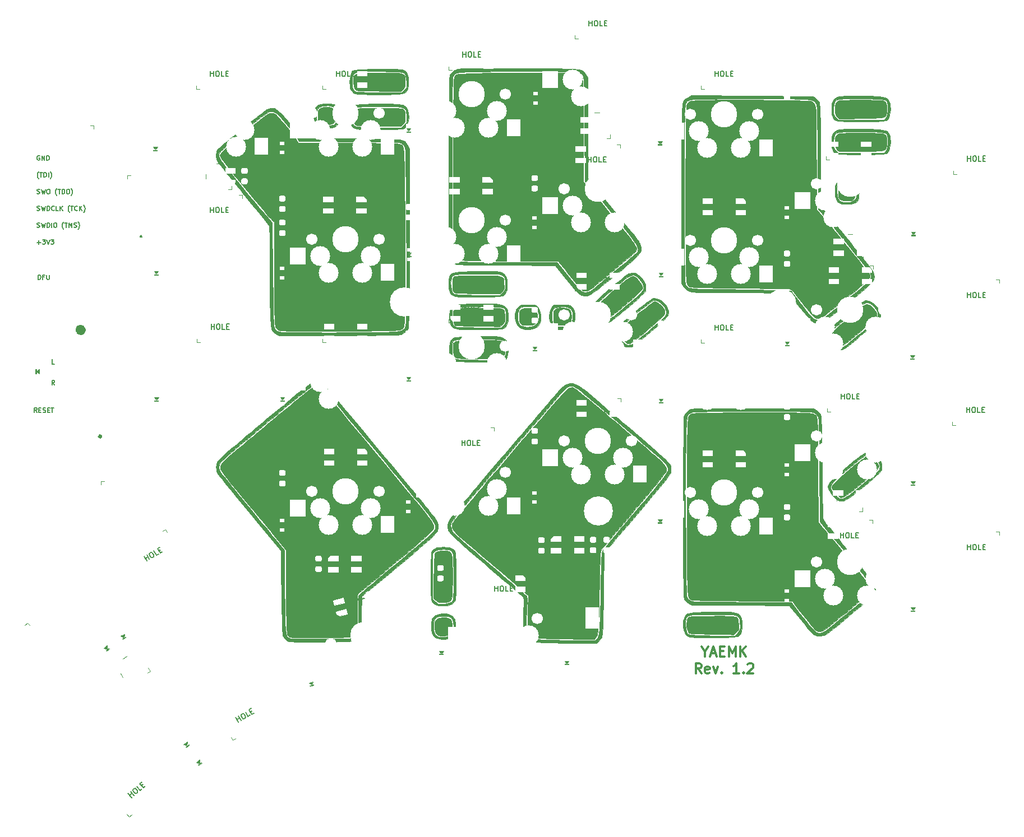
<source format=gbr>
G04 #@! TF.GenerationSoftware,KiCad,Pcbnew,5.1.8-db9833491~88~ubuntu20.10.1*
G04 #@! TF.CreationDate,2020-12-16T18:25:24+01:00*
G04 #@! TF.ProjectId,YAEMK,5941454d-4b2e-46b6-9963-61645f706362,1.2*
G04 #@! TF.SameCoordinates,Original*
G04 #@! TF.FileFunction,Legend,Top*
G04 #@! TF.FilePolarity,Positive*
%FSLAX46Y46*%
G04 Gerber Fmt 4.6, Leading zero omitted, Abs format (unit mm)*
G04 Created by KiCad (PCBNEW 5.1.8-db9833491~88~ubuntu20.10.1) date 2020-12-16 18:25:24*
%MOMM*%
%LPD*%
G01*
G04 APERTURE LIST*
%ADD10C,0.150000*%
%ADD11C,0.304800*%
%ADD12C,1.000000*%
%ADD13C,0.100000*%
%ADD14C,0.120000*%
%ADD15C,0.149860*%
%ADD16C,0.500000*%
%ADD17C,0.010000*%
%ADD18R,0.600000X0.700000*%
%ADD19R,0.700000X0.600000*%
%ADD20C,3.987800*%
%ADD21C,3.000000*%
%ADD22C,1.701800*%
%ADD23C,1.700000*%
%ADD24R,1.060000X0.650000*%
%ADD25R,0.650000X1.060000*%
%ADD26R,0.800000X0.900000*%
%ADD27C,1.500000*%
%ADD28O,1.500000X1.500000*%
%ADD29R,0.797560X0.797560*%
%ADD30C,0.600000*%
%ADD31R,1.200000X0.900000*%
%ADD32R,1.300000X1.150000*%
%ADD33C,0.700000*%
%ADD34C,4.400000*%
%ADD35R,1.200000X0.600000*%
%ADD36R,1.400000X1.200000*%
%ADD37R,1.450000X0.450000*%
%ADD38R,2.350000X2.500000*%
%ADD39R,2.150000X2.500000*%
%ADD40R,2.000000X2.000000*%
%ADD41C,2.000000*%
%ADD42R,2.000000X3.200000*%
%ADD43R,1.300000X0.600000*%
%ADD44R,1.300000X0.300000*%
%ADD45O,1.800000X1.000000*%
%ADD46O,2.200000X1.000000*%
%ADD47R,0.600000X1.300000*%
%ADD48R,0.300000X1.300000*%
%ADD49O,1.000000X1.800000*%
%ADD50O,1.000000X2.200000*%
%ADD51O,1.700000X1.700000*%
%ADD52R,1.700000X1.700000*%
G04 APERTURE END LIST*
D10*
X79329533Y-70547666D02*
X79329533Y-69847666D01*
X79496200Y-69847666D01*
X79596200Y-69881000D01*
X79662867Y-69947666D01*
X79696200Y-70014333D01*
X79729533Y-70147666D01*
X79729533Y-70247666D01*
X79696200Y-70381000D01*
X79662867Y-70447666D01*
X79596200Y-70514333D01*
X79496200Y-70547666D01*
X79329533Y-70547666D01*
X80262867Y-70181000D02*
X80029533Y-70181000D01*
X80029533Y-70547666D02*
X80029533Y-69847666D01*
X80362867Y-69847666D01*
X80629533Y-69847666D02*
X80629533Y-70414333D01*
X80662867Y-70481000D01*
X80696200Y-70514333D01*
X80762867Y-70547666D01*
X80896200Y-70547666D01*
X80962867Y-70514333D01*
X80996200Y-70481000D01*
X81029533Y-70414333D01*
X81029533Y-69847666D01*
X81814166Y-86486166D02*
X81580833Y-86152833D01*
X81414166Y-86486166D02*
X81414166Y-85786166D01*
X81680833Y-85786166D01*
X81747500Y-85819500D01*
X81780833Y-85852833D01*
X81814166Y-85919500D01*
X81814166Y-86019500D01*
X81780833Y-86086166D01*
X81747500Y-86119500D01*
X81680833Y-86152833D01*
X81414166Y-86152833D01*
X81814166Y-83311166D02*
X81480833Y-83311166D01*
X81480833Y-82611166D01*
X79162866Y-90626366D02*
X78929533Y-90293033D01*
X78762866Y-90626366D02*
X78762866Y-89926366D01*
X79029533Y-89926366D01*
X79096200Y-89959700D01*
X79129533Y-89993033D01*
X79162866Y-90059700D01*
X79162866Y-90159700D01*
X79129533Y-90226366D01*
X79096200Y-90259700D01*
X79029533Y-90293033D01*
X78762866Y-90293033D01*
X79462866Y-90259700D02*
X79696200Y-90259700D01*
X79796200Y-90626366D02*
X79462866Y-90626366D01*
X79462866Y-89926366D01*
X79796200Y-89926366D01*
X80062866Y-90593033D02*
X80162866Y-90626366D01*
X80329533Y-90626366D01*
X80396200Y-90593033D01*
X80429533Y-90559700D01*
X80462866Y-90493033D01*
X80462866Y-90426366D01*
X80429533Y-90359700D01*
X80396200Y-90326366D01*
X80329533Y-90293033D01*
X80196200Y-90259700D01*
X80129533Y-90226366D01*
X80096200Y-90193033D01*
X80062866Y-90126366D01*
X80062866Y-90059700D01*
X80096200Y-89993033D01*
X80129533Y-89959700D01*
X80196200Y-89926366D01*
X80362866Y-89926366D01*
X80462866Y-89959700D01*
X80762866Y-90259700D02*
X80996200Y-90259700D01*
X81096200Y-90626366D02*
X80762866Y-90626366D01*
X80762866Y-89926366D01*
X81096200Y-89926366D01*
X81296200Y-89926366D02*
X81696200Y-89926366D01*
X81496200Y-90626366D02*
X81496200Y-89926366D01*
D11*
X180002228Y-126791785D02*
X180002228Y-127506071D01*
X179502228Y-126006071D02*
X180002228Y-126791785D01*
X180502228Y-126006071D01*
X180930800Y-127077500D02*
X181645085Y-127077500D01*
X180787942Y-127506071D02*
X181287942Y-126006071D01*
X181787942Y-127506071D01*
X182287942Y-126720357D02*
X182787942Y-126720357D01*
X183002228Y-127506071D02*
X182287942Y-127506071D01*
X182287942Y-126006071D01*
X183002228Y-126006071D01*
X183645085Y-127506071D02*
X183645085Y-126006071D01*
X184145085Y-127077500D01*
X184645085Y-126006071D01*
X184645085Y-127506071D01*
X185359371Y-127506071D02*
X185359371Y-126006071D01*
X186216514Y-127506071D02*
X185573657Y-126648928D01*
X186216514Y-126006071D02*
X185359371Y-126863214D01*
X179466514Y-130060871D02*
X178966514Y-129346585D01*
X178609371Y-130060871D02*
X178609371Y-128560871D01*
X179180800Y-128560871D01*
X179323657Y-128632300D01*
X179395085Y-128703728D01*
X179466514Y-128846585D01*
X179466514Y-129060871D01*
X179395085Y-129203728D01*
X179323657Y-129275157D01*
X179180800Y-129346585D01*
X178609371Y-129346585D01*
X180680800Y-129989442D02*
X180537942Y-130060871D01*
X180252228Y-130060871D01*
X180109371Y-129989442D01*
X180037942Y-129846585D01*
X180037942Y-129275157D01*
X180109371Y-129132300D01*
X180252228Y-129060871D01*
X180537942Y-129060871D01*
X180680800Y-129132300D01*
X180752228Y-129275157D01*
X180752228Y-129418014D01*
X180037942Y-129560871D01*
X181252228Y-129060871D02*
X181609371Y-130060871D01*
X181966514Y-129060871D01*
X182537942Y-129918014D02*
X182609371Y-129989442D01*
X182537942Y-130060871D01*
X182466514Y-129989442D01*
X182537942Y-129918014D01*
X182537942Y-130060871D01*
X185180800Y-130060871D02*
X184323657Y-130060871D01*
X184752228Y-130060871D02*
X184752228Y-128560871D01*
X184609371Y-128775157D01*
X184466514Y-128918014D01*
X184323657Y-128989442D01*
X185823657Y-129918014D02*
X185895085Y-129989442D01*
X185823657Y-130060871D01*
X185752228Y-129989442D01*
X185823657Y-129918014D01*
X185823657Y-130060871D01*
X186466514Y-128703728D02*
X186537942Y-128632300D01*
X186680800Y-128560871D01*
X187037942Y-128560871D01*
X187180800Y-128632300D01*
X187252228Y-128703728D01*
X187323657Y-128846585D01*
X187323657Y-128989442D01*
X187252228Y-129203728D01*
X186395085Y-130060871D01*
X187323657Y-130060871D01*
D12*
X86034381Y-78181200D02*
G75*
G03*
X86034381Y-78181200I-283981J0D01*
G01*
D10*
X79415452Y-55320333D02*
X79382119Y-55287000D01*
X79315452Y-55187000D01*
X79282119Y-55120333D01*
X79248786Y-55020333D01*
X79215452Y-54853666D01*
X79215452Y-54720333D01*
X79248786Y-54553666D01*
X79282119Y-54453666D01*
X79315452Y-54387000D01*
X79382119Y-54287000D01*
X79415452Y-54253666D01*
X79582119Y-54353666D02*
X79982119Y-54353666D01*
X79782119Y-55053666D02*
X79782119Y-54353666D01*
X80215452Y-55053666D02*
X80215452Y-54353666D01*
X80382119Y-54353666D01*
X80482119Y-54387000D01*
X80548786Y-54453666D01*
X80582119Y-54520333D01*
X80615452Y-54653666D01*
X80615452Y-54753666D01*
X80582119Y-54887000D01*
X80548786Y-54953666D01*
X80482119Y-55020333D01*
X80382119Y-55053666D01*
X80215452Y-55053666D01*
X80915452Y-55053666D02*
X80915452Y-54353666D01*
X81182119Y-55320333D02*
X81215452Y-55287000D01*
X81282119Y-55187000D01*
X81315452Y-55120333D01*
X81348786Y-55020333D01*
X81382119Y-54853666D01*
X81382119Y-54720333D01*
X81348786Y-54553666D01*
X81315452Y-54453666D01*
X81282119Y-54387000D01*
X81215452Y-54287000D01*
X81182119Y-54253666D01*
X79192952Y-64947000D02*
X79726286Y-64947000D01*
X79459619Y-65213666D02*
X79459619Y-64680333D01*
X79992952Y-64513666D02*
X80426286Y-64513666D01*
X80192952Y-64780333D01*
X80292952Y-64780333D01*
X80359619Y-64813666D01*
X80392952Y-64847000D01*
X80426286Y-64913666D01*
X80426286Y-65080333D01*
X80392952Y-65147000D01*
X80359619Y-65180333D01*
X80292952Y-65213666D01*
X80092952Y-65213666D01*
X80026286Y-65180333D01*
X79992952Y-65147000D01*
X80626286Y-64513666D02*
X80859619Y-65213666D01*
X81092952Y-64513666D01*
X81259619Y-64513666D02*
X81692952Y-64513666D01*
X81459619Y-64780333D01*
X81559619Y-64780333D01*
X81626286Y-64813666D01*
X81659619Y-64847000D01*
X81692952Y-64913666D01*
X81692952Y-65080333D01*
X81659619Y-65147000D01*
X81626286Y-65180333D01*
X81559619Y-65213666D01*
X81359619Y-65213666D01*
X81292952Y-65180333D01*
X81259619Y-65147000D01*
X79559618Y-51847000D02*
X79492952Y-51813666D01*
X79392952Y-51813666D01*
X79292952Y-51847000D01*
X79226285Y-51913666D01*
X79192952Y-51980333D01*
X79159618Y-52113666D01*
X79159618Y-52213666D01*
X79192952Y-52347000D01*
X79226285Y-52413666D01*
X79292952Y-52480333D01*
X79392952Y-52513666D01*
X79459618Y-52513666D01*
X79559618Y-52480333D01*
X79592952Y-52447000D01*
X79592952Y-52213666D01*
X79459618Y-52213666D01*
X79892952Y-52513666D02*
X79892952Y-51813666D01*
X80292952Y-52513666D01*
X80292952Y-51813666D01*
X80626285Y-52513666D02*
X80626285Y-51813666D01*
X80792952Y-51813666D01*
X80892952Y-51847000D01*
X80959618Y-51913666D01*
X80992952Y-51980333D01*
X81026285Y-52113666D01*
X81026285Y-52213666D01*
X80992952Y-52347000D01*
X80959618Y-52413666D01*
X80892952Y-52480333D01*
X80792952Y-52513666D01*
X80626285Y-52513666D01*
X79182119Y-57560333D02*
X79282119Y-57593666D01*
X79448786Y-57593666D01*
X79515452Y-57560333D01*
X79548786Y-57527000D01*
X79582119Y-57460333D01*
X79582119Y-57393666D01*
X79548786Y-57327000D01*
X79515452Y-57293666D01*
X79448786Y-57260333D01*
X79315452Y-57227000D01*
X79248786Y-57193666D01*
X79215452Y-57160333D01*
X79182119Y-57093666D01*
X79182119Y-57027000D01*
X79215452Y-56960333D01*
X79248786Y-56927000D01*
X79315452Y-56893666D01*
X79482119Y-56893666D01*
X79582119Y-56927000D01*
X79815452Y-56893666D02*
X79982119Y-57593666D01*
X80115452Y-57093666D01*
X80248786Y-57593666D01*
X80415452Y-56893666D01*
X80815452Y-56893666D02*
X80948786Y-56893666D01*
X81015452Y-56927000D01*
X81082119Y-56993666D01*
X81115452Y-57127000D01*
X81115452Y-57360333D01*
X81082119Y-57493666D01*
X81015452Y-57560333D01*
X80948786Y-57593666D01*
X80815452Y-57593666D01*
X80748786Y-57560333D01*
X80682119Y-57493666D01*
X80648786Y-57360333D01*
X80648786Y-57127000D01*
X80682119Y-56993666D01*
X80748786Y-56927000D01*
X80815452Y-56893666D01*
X82148786Y-57860333D02*
X82115452Y-57827000D01*
X82048786Y-57727000D01*
X82015452Y-57660333D01*
X81982119Y-57560333D01*
X81948786Y-57393666D01*
X81948786Y-57260333D01*
X81982119Y-57093666D01*
X82015452Y-56993666D01*
X82048786Y-56927000D01*
X82115452Y-56827000D01*
X82148786Y-56793666D01*
X82315452Y-56893666D02*
X82715452Y-56893666D01*
X82515452Y-57593666D02*
X82515452Y-56893666D01*
X82948786Y-57593666D02*
X82948786Y-56893666D01*
X83115452Y-56893666D01*
X83215452Y-56927000D01*
X83282119Y-56993666D01*
X83315452Y-57060333D01*
X83348786Y-57193666D01*
X83348786Y-57293666D01*
X83315452Y-57427000D01*
X83282119Y-57493666D01*
X83215452Y-57560333D01*
X83115452Y-57593666D01*
X82948786Y-57593666D01*
X83782119Y-56893666D02*
X83915452Y-56893666D01*
X83982119Y-56927000D01*
X84048786Y-56993666D01*
X84082119Y-57127000D01*
X84082119Y-57360333D01*
X84048786Y-57493666D01*
X83982119Y-57560333D01*
X83915452Y-57593666D01*
X83782119Y-57593666D01*
X83715452Y-57560333D01*
X83648786Y-57493666D01*
X83615452Y-57360333D01*
X83615452Y-57127000D01*
X83648786Y-56993666D01*
X83715452Y-56927000D01*
X83782119Y-56893666D01*
X84315452Y-57860333D02*
X84348786Y-57827000D01*
X84415452Y-57727000D01*
X84448786Y-57660333D01*
X84482119Y-57560333D01*
X84515452Y-57393666D01*
X84515452Y-57260333D01*
X84482119Y-57093666D01*
X84448786Y-56993666D01*
X84415452Y-56927000D01*
X84348786Y-56827000D01*
X84315452Y-56793666D01*
X79182119Y-60100333D02*
X79282119Y-60133666D01*
X79448786Y-60133666D01*
X79515452Y-60100333D01*
X79548786Y-60067000D01*
X79582119Y-60000333D01*
X79582119Y-59933666D01*
X79548786Y-59867000D01*
X79515452Y-59833666D01*
X79448786Y-59800333D01*
X79315452Y-59767000D01*
X79248786Y-59733666D01*
X79215452Y-59700333D01*
X79182119Y-59633666D01*
X79182119Y-59567000D01*
X79215452Y-59500333D01*
X79248786Y-59467000D01*
X79315452Y-59433666D01*
X79482119Y-59433666D01*
X79582119Y-59467000D01*
X79815452Y-59433666D02*
X79982119Y-60133666D01*
X80115452Y-59633666D01*
X80248786Y-60133666D01*
X80415452Y-59433666D01*
X80682119Y-60133666D02*
X80682119Y-59433666D01*
X80848786Y-59433666D01*
X80948786Y-59467000D01*
X81015452Y-59533666D01*
X81048786Y-59600333D01*
X81082119Y-59733666D01*
X81082119Y-59833666D01*
X81048786Y-59967000D01*
X81015452Y-60033666D01*
X80948786Y-60100333D01*
X80848786Y-60133666D01*
X80682119Y-60133666D01*
X81782119Y-60067000D02*
X81748786Y-60100333D01*
X81648786Y-60133666D01*
X81582119Y-60133666D01*
X81482119Y-60100333D01*
X81415452Y-60033666D01*
X81382119Y-59967000D01*
X81348786Y-59833666D01*
X81348786Y-59733666D01*
X81382119Y-59600333D01*
X81415452Y-59533666D01*
X81482119Y-59467000D01*
X81582119Y-59433666D01*
X81648786Y-59433666D01*
X81748786Y-59467000D01*
X81782119Y-59500333D01*
X82415452Y-60133666D02*
X82082119Y-60133666D01*
X82082119Y-59433666D01*
X82648786Y-60133666D02*
X82648786Y-59433666D01*
X83048786Y-60133666D02*
X82748786Y-59733666D01*
X83048786Y-59433666D02*
X82648786Y-59833666D01*
X84082119Y-60400333D02*
X84048786Y-60367000D01*
X83982119Y-60267000D01*
X83948786Y-60200333D01*
X83915452Y-60100333D01*
X83882119Y-59933666D01*
X83882119Y-59800333D01*
X83915452Y-59633666D01*
X83948786Y-59533666D01*
X83982119Y-59467000D01*
X84048786Y-59367000D01*
X84082119Y-59333666D01*
X84248786Y-59433666D02*
X84648786Y-59433666D01*
X84448786Y-60133666D02*
X84448786Y-59433666D01*
X85282119Y-60067000D02*
X85248786Y-60100333D01*
X85148786Y-60133666D01*
X85082119Y-60133666D01*
X84982119Y-60100333D01*
X84915452Y-60033666D01*
X84882119Y-59967000D01*
X84848786Y-59833666D01*
X84848786Y-59733666D01*
X84882119Y-59600333D01*
X84915452Y-59533666D01*
X84982119Y-59467000D01*
X85082119Y-59433666D01*
X85148786Y-59433666D01*
X85248786Y-59467000D01*
X85282119Y-59500333D01*
X85582119Y-60133666D02*
X85582119Y-59433666D01*
X85982119Y-60133666D02*
X85682119Y-59733666D01*
X85982119Y-59433666D02*
X85582119Y-59833666D01*
X86215452Y-60400333D02*
X86248786Y-60367000D01*
X86315452Y-60267000D01*
X86348786Y-60200333D01*
X86382119Y-60100333D01*
X86415452Y-59933666D01*
X86415452Y-59800333D01*
X86382119Y-59633666D01*
X86348786Y-59533666D01*
X86315452Y-59467000D01*
X86248786Y-59367000D01*
X86215452Y-59333666D01*
X79182119Y-62640333D02*
X79282119Y-62673666D01*
X79448786Y-62673666D01*
X79515452Y-62640333D01*
X79548786Y-62607000D01*
X79582119Y-62540333D01*
X79582119Y-62473666D01*
X79548786Y-62407000D01*
X79515452Y-62373666D01*
X79448786Y-62340333D01*
X79315452Y-62307000D01*
X79248786Y-62273666D01*
X79215452Y-62240333D01*
X79182119Y-62173666D01*
X79182119Y-62107000D01*
X79215452Y-62040333D01*
X79248786Y-62007000D01*
X79315452Y-61973666D01*
X79482119Y-61973666D01*
X79582119Y-62007000D01*
X79815452Y-61973666D02*
X79982119Y-62673666D01*
X80115452Y-62173666D01*
X80248786Y-62673666D01*
X80415452Y-61973666D01*
X80682119Y-62673666D02*
X80682119Y-61973666D01*
X80848786Y-61973666D01*
X80948786Y-62007000D01*
X81015452Y-62073666D01*
X81048786Y-62140333D01*
X81082119Y-62273666D01*
X81082119Y-62373666D01*
X81048786Y-62507000D01*
X81015452Y-62573666D01*
X80948786Y-62640333D01*
X80848786Y-62673666D01*
X80682119Y-62673666D01*
X81382119Y-62673666D02*
X81382119Y-61973666D01*
X81848786Y-61973666D02*
X81982119Y-61973666D01*
X82048786Y-62007000D01*
X82115452Y-62073666D01*
X82148786Y-62207000D01*
X82148786Y-62440333D01*
X82115452Y-62573666D01*
X82048786Y-62640333D01*
X81982119Y-62673666D01*
X81848786Y-62673666D01*
X81782119Y-62640333D01*
X81715452Y-62573666D01*
X81682119Y-62440333D01*
X81682119Y-62207000D01*
X81715452Y-62073666D01*
X81782119Y-62007000D01*
X81848786Y-61973666D01*
X83182119Y-62940333D02*
X83148786Y-62907000D01*
X83082119Y-62807000D01*
X83048786Y-62740333D01*
X83015452Y-62640333D01*
X82982119Y-62473666D01*
X82982119Y-62340333D01*
X83015452Y-62173666D01*
X83048786Y-62073666D01*
X83082119Y-62007000D01*
X83148786Y-61907000D01*
X83182119Y-61873666D01*
X83348786Y-61973666D02*
X83748786Y-61973666D01*
X83548786Y-62673666D02*
X83548786Y-61973666D01*
X83982119Y-62673666D02*
X83982119Y-61973666D01*
X84215452Y-62473666D01*
X84448786Y-61973666D01*
X84448786Y-62673666D01*
X84748786Y-62640333D02*
X84848786Y-62673666D01*
X85015452Y-62673666D01*
X85082119Y-62640333D01*
X85115452Y-62607000D01*
X85148786Y-62540333D01*
X85148786Y-62473666D01*
X85115452Y-62407000D01*
X85082119Y-62373666D01*
X85015452Y-62340333D01*
X84882119Y-62307000D01*
X84815452Y-62273666D01*
X84782119Y-62240333D01*
X84748786Y-62173666D01*
X84748786Y-62107000D01*
X84782119Y-62040333D01*
X84815452Y-62007000D01*
X84882119Y-61973666D01*
X85048786Y-61973666D01*
X85148786Y-62007000D01*
X85382119Y-62940333D02*
X85415452Y-62907000D01*
X85482119Y-62807000D01*
X85515452Y-62740333D01*
X85548786Y-62640333D01*
X85582119Y-62473666D01*
X85582119Y-62340333D01*
X85548786Y-62173666D01*
X85515452Y-62073666D01*
X85482119Y-62007000D01*
X85415452Y-61907000D01*
X85382119Y-61873666D01*
D13*
G04 #@! TO.C,D69*
G36*
X79098000Y-84455000D02*
G01*
X79523000Y-84130000D01*
X79523000Y-84780000D01*
X79098000Y-84455000D01*
G37*
X79098000Y-84455000D02*
X79523000Y-84130000D01*
X79523000Y-84780000D01*
X79098000Y-84455000D01*
G36*
X78948000Y-84155000D02*
G01*
X79048000Y-84155000D01*
X79048000Y-84755000D01*
X78948000Y-84755000D01*
X78948000Y-84155000D01*
G37*
X78948000Y-84155000D02*
X79048000Y-84155000D01*
X79048000Y-84755000D01*
X78948000Y-84755000D01*
X78948000Y-84155000D01*
G04 #@! TO.C,D34*
G36*
X211404200Y-120546000D02*
G01*
X211079200Y-120121000D01*
X211729200Y-120121000D01*
X211404200Y-120546000D01*
G37*
X211404200Y-120546000D02*
X211079200Y-120121000D01*
X211729200Y-120121000D01*
X211404200Y-120546000D01*
G36*
X211104200Y-120696000D02*
G01*
X211104200Y-120596000D01*
X211704200Y-120596000D01*
X211704200Y-120696000D01*
X211104200Y-120696000D01*
G37*
X211104200Y-120696000D02*
X211104200Y-120596000D01*
X211704200Y-120596000D01*
X211704200Y-120696000D01*
X211104200Y-120696000D01*
G04 #@! TO.C,D33*
G36*
X211404200Y-101496000D02*
G01*
X211079200Y-101071000D01*
X211729200Y-101071000D01*
X211404200Y-101496000D01*
G37*
X211404200Y-101496000D02*
X211079200Y-101071000D01*
X211729200Y-101071000D01*
X211404200Y-101496000D01*
G36*
X211104200Y-101646000D02*
G01*
X211104200Y-101546000D01*
X211704200Y-101546000D01*
X211704200Y-101646000D01*
X211104200Y-101646000D01*
G37*
X211104200Y-101646000D02*
X211104200Y-101546000D01*
X211704200Y-101546000D01*
X211704200Y-101646000D01*
X211104200Y-101646000D01*
G04 #@! TO.C,D32*
G36*
X211328000Y-82446000D02*
G01*
X211003000Y-82021000D01*
X211653000Y-82021000D01*
X211328000Y-82446000D01*
G37*
X211328000Y-82446000D02*
X211003000Y-82021000D01*
X211653000Y-82021000D01*
X211328000Y-82446000D01*
G36*
X211028000Y-82596000D02*
G01*
X211028000Y-82496000D01*
X211628000Y-82496000D01*
X211628000Y-82596000D01*
X211028000Y-82596000D01*
G37*
X211028000Y-82596000D02*
X211028000Y-82496000D01*
X211628000Y-82496000D01*
X211628000Y-82596000D01*
X211028000Y-82596000D01*
G04 #@! TO.C,D31*
G36*
X211455000Y-63777000D02*
G01*
X211130000Y-63352000D01*
X211780000Y-63352000D01*
X211455000Y-63777000D01*
G37*
X211455000Y-63777000D02*
X211130000Y-63352000D01*
X211780000Y-63352000D01*
X211455000Y-63777000D01*
G36*
X211155000Y-63927000D02*
G01*
X211155000Y-63827000D01*
X211755000Y-63827000D01*
X211755000Y-63927000D01*
X211155000Y-63927000D01*
G37*
X211155000Y-63927000D02*
X211155000Y-63827000D01*
X211755000Y-63827000D01*
X211755000Y-63927000D01*
X211155000Y-63927000D01*
G04 #@! TO.C,D30*
G36*
X192405000Y-118514000D02*
G01*
X192080000Y-118089000D01*
X192730000Y-118089000D01*
X192405000Y-118514000D01*
G37*
X192405000Y-118514000D02*
X192080000Y-118089000D01*
X192730000Y-118089000D01*
X192405000Y-118514000D01*
G36*
X192105000Y-118664000D02*
G01*
X192105000Y-118564000D01*
X192705000Y-118564000D01*
X192705000Y-118664000D01*
X192105000Y-118664000D01*
G37*
X192105000Y-118664000D02*
X192105000Y-118564000D01*
X192705000Y-118564000D01*
X192705000Y-118664000D01*
X192105000Y-118664000D01*
G04 #@! TO.C,D29*
G36*
X192405000Y-99464000D02*
G01*
X192080000Y-99039000D01*
X192730000Y-99039000D01*
X192405000Y-99464000D01*
G37*
X192405000Y-99464000D02*
X192080000Y-99039000D01*
X192730000Y-99039000D01*
X192405000Y-99464000D01*
G36*
X192105000Y-99614000D02*
G01*
X192105000Y-99514000D01*
X192705000Y-99514000D01*
X192705000Y-99614000D01*
X192105000Y-99614000D01*
G37*
X192105000Y-99614000D02*
X192105000Y-99514000D01*
X192705000Y-99514000D01*
X192705000Y-99614000D01*
X192105000Y-99614000D01*
G04 #@! TO.C,D28*
G36*
X192405000Y-80414000D02*
G01*
X192080000Y-79989000D01*
X192730000Y-79989000D01*
X192405000Y-80414000D01*
G37*
X192405000Y-80414000D02*
X192080000Y-79989000D01*
X192730000Y-79989000D01*
X192405000Y-80414000D01*
G36*
X192105000Y-80564000D02*
G01*
X192105000Y-80464000D01*
X192705000Y-80464000D01*
X192705000Y-80564000D01*
X192105000Y-80564000D01*
G37*
X192105000Y-80564000D02*
X192105000Y-80464000D01*
X192705000Y-80464000D01*
X192705000Y-80564000D01*
X192105000Y-80564000D01*
G04 #@! TO.C,D27*
G36*
X192405000Y-60602000D02*
G01*
X192080000Y-60177000D01*
X192730000Y-60177000D01*
X192405000Y-60602000D01*
G37*
X192405000Y-60602000D02*
X192080000Y-60177000D01*
X192730000Y-60177000D01*
X192405000Y-60602000D01*
G36*
X192105000Y-60752000D02*
G01*
X192105000Y-60652000D01*
X192705000Y-60652000D01*
X192705000Y-60752000D01*
X192105000Y-60752000D01*
G37*
X192105000Y-60752000D02*
X192105000Y-60652000D01*
X192705000Y-60652000D01*
X192705000Y-60752000D01*
X192105000Y-60752000D01*
G04 #@! TO.C,D26*
G36*
X173228000Y-107211000D02*
G01*
X172903000Y-106786000D01*
X173553000Y-106786000D01*
X173228000Y-107211000D01*
G37*
X173228000Y-107211000D02*
X172903000Y-106786000D01*
X173553000Y-106786000D01*
X173228000Y-107211000D01*
G36*
X172928000Y-107361000D02*
G01*
X172928000Y-107261000D01*
X173528000Y-107261000D01*
X173528000Y-107361000D01*
X172928000Y-107361000D01*
G37*
X172928000Y-107361000D02*
X172928000Y-107261000D01*
X173528000Y-107261000D01*
X173528000Y-107361000D01*
X172928000Y-107361000D01*
G04 #@! TO.C,D25*
G36*
X173355000Y-89050000D02*
G01*
X173030000Y-88625000D01*
X173680000Y-88625000D01*
X173355000Y-89050000D01*
G37*
X173355000Y-89050000D02*
X173030000Y-88625000D01*
X173680000Y-88625000D01*
X173355000Y-89050000D01*
G36*
X173055000Y-89200000D02*
G01*
X173055000Y-89100000D01*
X173655000Y-89100000D01*
X173655000Y-89200000D01*
X173055000Y-89200000D01*
G37*
X173055000Y-89200000D02*
X173055000Y-89100000D01*
X173655000Y-89100000D01*
X173655000Y-89200000D01*
X173055000Y-89200000D01*
G04 #@! TO.C,D24*
G36*
X173355000Y-70000000D02*
G01*
X173030000Y-69575000D01*
X173680000Y-69575000D01*
X173355000Y-70000000D01*
G37*
X173355000Y-70000000D02*
X173030000Y-69575000D01*
X173680000Y-69575000D01*
X173355000Y-70000000D01*
G36*
X173055000Y-70150000D02*
G01*
X173055000Y-70050000D01*
X173655000Y-70050000D01*
X173655000Y-70150000D01*
X173055000Y-70150000D01*
G37*
X173055000Y-70150000D02*
X173055000Y-70050000D01*
X173655000Y-70050000D01*
X173655000Y-70150000D01*
X173055000Y-70150000D01*
G04 #@! TO.C,D23*
G36*
X173228000Y-50061000D02*
G01*
X172903000Y-49636000D01*
X173553000Y-49636000D01*
X173228000Y-50061000D01*
G37*
X173228000Y-50061000D02*
X172903000Y-49636000D01*
X173553000Y-49636000D01*
X173228000Y-50061000D01*
G36*
X172928000Y-50211000D02*
G01*
X172928000Y-50111000D01*
X173528000Y-50111000D01*
X173528000Y-50211000D01*
X172928000Y-50211000D01*
G37*
X172928000Y-50211000D02*
X172928000Y-50111000D01*
X173528000Y-50111000D01*
X173528000Y-50211000D01*
X172928000Y-50211000D01*
G04 #@! TO.C,D22*
G36*
X159131000Y-128610500D02*
G01*
X158806000Y-128185500D01*
X159456000Y-128185500D01*
X159131000Y-128610500D01*
G37*
X159131000Y-128610500D02*
X158806000Y-128185500D01*
X159456000Y-128185500D01*
X159131000Y-128610500D01*
G36*
X158831000Y-128760500D02*
G01*
X158831000Y-128660500D01*
X159431000Y-128660500D01*
X159431000Y-128760500D01*
X158831000Y-128760500D01*
G37*
X158831000Y-128760500D02*
X158831000Y-128660500D01*
X159431000Y-128660500D01*
X159431000Y-128760500D01*
X158831000Y-128760500D01*
G04 #@! TO.C,D21*
G36*
X154305000Y-103655000D02*
G01*
X153980000Y-103230000D01*
X154630000Y-103230000D01*
X154305000Y-103655000D01*
G37*
X154305000Y-103655000D02*
X153980000Y-103230000D01*
X154630000Y-103230000D01*
X154305000Y-103655000D01*
G36*
X154005000Y-103805000D02*
G01*
X154005000Y-103705000D01*
X154605000Y-103705000D01*
X154605000Y-103805000D01*
X154005000Y-103805000D01*
G37*
X154005000Y-103805000D02*
X154005000Y-103705000D01*
X154605000Y-103705000D01*
X154605000Y-103805000D01*
X154005000Y-103805000D01*
G04 #@! TO.C,D19*
G36*
X154305000Y-62126000D02*
G01*
X153980000Y-61701000D01*
X154630000Y-61701000D01*
X154305000Y-62126000D01*
G37*
X154305000Y-62126000D02*
X153980000Y-61701000D01*
X154630000Y-61701000D01*
X154305000Y-62126000D01*
G36*
X154005000Y-62276000D02*
G01*
X154005000Y-62176000D01*
X154605000Y-62176000D01*
X154605000Y-62276000D01*
X154005000Y-62276000D01*
G37*
X154005000Y-62276000D02*
X154005000Y-62176000D01*
X154605000Y-62176000D01*
X154605000Y-62276000D01*
X154005000Y-62276000D01*
G04 #@! TO.C,D18*
G36*
X154432000Y-43330000D02*
G01*
X154107000Y-42905000D01*
X154757000Y-42905000D01*
X154432000Y-43330000D01*
G37*
X154432000Y-43330000D02*
X154107000Y-42905000D01*
X154757000Y-42905000D01*
X154432000Y-43330000D01*
G36*
X154132000Y-43480000D02*
G01*
X154132000Y-43380000D01*
X154732000Y-43380000D01*
X154732000Y-43480000D01*
X154132000Y-43480000D01*
G37*
X154132000Y-43480000D02*
X154132000Y-43380000D01*
X154732000Y-43380000D01*
X154732000Y-43480000D01*
X154132000Y-43480000D01*
G04 #@! TO.C,D17*
G36*
X140208000Y-127086500D02*
G01*
X139883000Y-126661500D01*
X140533000Y-126661500D01*
X140208000Y-127086500D01*
G37*
X140208000Y-127086500D02*
X139883000Y-126661500D01*
X140533000Y-126661500D01*
X140208000Y-127086500D01*
G36*
X139908000Y-127236500D02*
G01*
X139908000Y-127136500D01*
X140508000Y-127136500D01*
X140508000Y-127236500D01*
X139908000Y-127236500D01*
G37*
X139908000Y-127236500D02*
X139908000Y-127136500D01*
X140508000Y-127136500D01*
X140508000Y-127236500D01*
X139908000Y-127236500D01*
G04 #@! TO.C,D16*
G36*
X135255000Y-105052000D02*
G01*
X134930000Y-104627000D01*
X135580000Y-104627000D01*
X135255000Y-105052000D01*
G37*
X135255000Y-105052000D02*
X134930000Y-104627000D01*
X135580000Y-104627000D01*
X135255000Y-105052000D01*
G36*
X134955000Y-105202000D02*
G01*
X134955000Y-105102000D01*
X135555000Y-105102000D01*
X135555000Y-105202000D01*
X134955000Y-105202000D01*
G37*
X134955000Y-105202000D02*
X134955000Y-105102000D01*
X135555000Y-105102000D01*
X135555000Y-105202000D01*
X134955000Y-105202000D01*
G04 #@! TO.C,D15*
G36*
X135255000Y-85748000D02*
G01*
X134930000Y-85323000D01*
X135580000Y-85323000D01*
X135255000Y-85748000D01*
G37*
X135255000Y-85748000D02*
X134930000Y-85323000D01*
X135580000Y-85323000D01*
X135255000Y-85748000D01*
G36*
X134955000Y-85898000D02*
G01*
X134955000Y-85798000D01*
X135555000Y-85798000D01*
X135555000Y-85898000D01*
X134955000Y-85898000D01*
G37*
X134955000Y-85898000D02*
X134955000Y-85798000D01*
X135555000Y-85798000D01*
X135555000Y-85898000D01*
X134955000Y-85898000D01*
G04 #@! TO.C,D14*
G36*
X135356600Y-66952000D02*
G01*
X135031600Y-66527000D01*
X135681600Y-66527000D01*
X135356600Y-66952000D01*
G37*
X135356600Y-66952000D02*
X135031600Y-66527000D01*
X135681600Y-66527000D01*
X135356600Y-66952000D01*
G36*
X135056600Y-67102000D02*
G01*
X135056600Y-67002000D01*
X135656600Y-67002000D01*
X135656600Y-67102000D01*
X135056600Y-67102000D01*
G37*
X135056600Y-67102000D02*
X135056600Y-67002000D01*
X135656600Y-67002000D01*
X135656600Y-67102000D01*
X135056600Y-67102000D01*
G04 #@! TO.C,D13*
G36*
X135255000Y-48156000D02*
G01*
X134930000Y-47731000D01*
X135580000Y-47731000D01*
X135255000Y-48156000D01*
G37*
X135255000Y-48156000D02*
X134930000Y-47731000D01*
X135580000Y-47731000D01*
X135255000Y-48156000D01*
G36*
X134955000Y-48306000D02*
G01*
X134955000Y-48206000D01*
X135555000Y-48206000D01*
X135555000Y-48306000D01*
X134955000Y-48306000D01*
G37*
X134955000Y-48306000D02*
X134955000Y-48206000D01*
X135555000Y-48206000D01*
X135555000Y-48306000D01*
X134955000Y-48306000D01*
G04 #@! TO.C,D12*
G36*
X120615996Y-131821537D02*
G01*
X120192072Y-131495135D01*
X120819924Y-131326902D01*
X120615996Y-131821537D01*
G37*
X120615996Y-131821537D02*
X120192072Y-131495135D01*
X120819924Y-131326902D01*
X120615996Y-131821537D01*
G36*
X120365041Y-132044071D02*
G01*
X120339159Y-131947479D01*
X120918715Y-131792187D01*
X120944596Y-131888780D01*
X120365041Y-132044071D01*
G37*
X120365041Y-132044071D02*
X120339159Y-131947479D01*
X120918715Y-131792187D01*
X120944596Y-131888780D01*
X120365041Y-132044071D01*
G04 #@! TO.C,D11*
G36*
X116205000Y-107846000D02*
G01*
X115880000Y-107421000D01*
X116530000Y-107421000D01*
X116205000Y-107846000D01*
G37*
X116205000Y-107846000D02*
X115880000Y-107421000D01*
X116530000Y-107421000D01*
X116205000Y-107846000D01*
G36*
X115905000Y-107996000D02*
G01*
X115905000Y-107896000D01*
X116505000Y-107896000D01*
X116505000Y-107996000D01*
X115905000Y-107996000D01*
G37*
X115905000Y-107996000D02*
X115905000Y-107896000D01*
X116505000Y-107896000D01*
X116505000Y-107996000D01*
X115905000Y-107996000D01*
G04 #@! TO.C,D10*
G36*
X116205000Y-88796000D02*
G01*
X115880000Y-88371000D01*
X116530000Y-88371000D01*
X116205000Y-88796000D01*
G37*
X116205000Y-88796000D02*
X115880000Y-88371000D01*
X116530000Y-88371000D01*
X116205000Y-88796000D01*
G36*
X115905000Y-88946000D02*
G01*
X115905000Y-88846000D01*
X116505000Y-88846000D01*
X116505000Y-88946000D01*
X115905000Y-88946000D01*
G37*
X115905000Y-88946000D02*
X115905000Y-88846000D01*
X116505000Y-88846000D01*
X116505000Y-88946000D01*
X115905000Y-88946000D01*
G04 #@! TO.C,D9*
G36*
X116205000Y-69746000D02*
G01*
X115880000Y-69321000D01*
X116530000Y-69321000D01*
X116205000Y-69746000D01*
G37*
X116205000Y-69746000D02*
X115880000Y-69321000D01*
X116530000Y-69321000D01*
X116205000Y-69746000D01*
G36*
X115905000Y-69896000D02*
G01*
X115905000Y-69796000D01*
X116505000Y-69796000D01*
X116505000Y-69896000D01*
X115905000Y-69896000D01*
G37*
X115905000Y-69896000D02*
X115905000Y-69796000D01*
X116505000Y-69796000D01*
X116505000Y-69896000D01*
X115905000Y-69896000D01*
G04 #@! TO.C,D8*
G36*
X116205000Y-50823000D02*
G01*
X115880000Y-50398000D01*
X116530000Y-50398000D01*
X116205000Y-50823000D01*
G37*
X116205000Y-50823000D02*
X115880000Y-50398000D01*
X116530000Y-50398000D01*
X116205000Y-50823000D01*
G36*
X115905000Y-50973000D02*
G01*
X115905000Y-50873000D01*
X116505000Y-50873000D01*
X116505000Y-50973000D01*
X115905000Y-50973000D01*
G37*
X115905000Y-50973000D02*
X115905000Y-50873000D01*
X116505000Y-50873000D01*
X116505000Y-50973000D01*
X115905000Y-50973000D01*
G04 #@! TO.C,D7*
G36*
X101813036Y-140965873D02*
G01*
X101303042Y-140804146D01*
X101835491Y-140431321D01*
X101813036Y-140965873D01*
G37*
X101813036Y-140965873D02*
X101303042Y-140804146D01*
X101835491Y-140431321D01*
X101813036Y-140965873D01*
G36*
X101653327Y-141260819D02*
G01*
X101595970Y-141178903D01*
X102087461Y-140834757D01*
X102144819Y-140916673D01*
X101653327Y-141260819D01*
G37*
X101653327Y-141260819D02*
X101595970Y-141178903D01*
X102087461Y-140834757D01*
X102144819Y-140916673D01*
X101653327Y-141260819D01*
G04 #@! TO.C,D6*
G36*
X92277000Y-124653404D02*
G01*
X91783042Y-124447843D01*
X92345958Y-124122843D01*
X92277000Y-124653404D01*
G37*
X92277000Y-124653404D02*
X91783042Y-124447843D01*
X92345958Y-124122843D01*
X92277000Y-124653404D01*
G36*
X92092192Y-124933308D02*
G01*
X92042192Y-124846705D01*
X92561808Y-124546705D01*
X92611808Y-124633308D01*
X92092192Y-124933308D01*
G37*
X92092192Y-124933308D02*
X92042192Y-124846705D01*
X92561808Y-124546705D01*
X92611808Y-124633308D01*
X92092192Y-124933308D01*
G04 #@! TO.C,D5*
G36*
X97180400Y-88796000D02*
G01*
X96855400Y-88371000D01*
X97505400Y-88371000D01*
X97180400Y-88796000D01*
G37*
X97180400Y-88796000D02*
X96855400Y-88371000D01*
X97505400Y-88371000D01*
X97180400Y-88796000D01*
G36*
X96880400Y-88946000D02*
G01*
X96880400Y-88846000D01*
X97480400Y-88846000D01*
X97480400Y-88946000D01*
X96880400Y-88946000D01*
G37*
X96880400Y-88946000D02*
X96880400Y-88846000D01*
X97480400Y-88846000D01*
X97480400Y-88946000D01*
X96880400Y-88946000D01*
G04 #@! TO.C,D4*
G36*
X97155000Y-69746000D02*
G01*
X96830000Y-69321000D01*
X97480000Y-69321000D01*
X97155000Y-69746000D01*
G37*
X97155000Y-69746000D02*
X96830000Y-69321000D01*
X97480000Y-69321000D01*
X97155000Y-69746000D01*
G36*
X96855000Y-69896000D02*
G01*
X96855000Y-69796000D01*
X97455000Y-69796000D01*
X97455000Y-69896000D01*
X96855000Y-69896000D01*
G37*
X96855000Y-69896000D02*
X96855000Y-69796000D01*
X97455000Y-69796000D01*
X97455000Y-69896000D01*
X96855000Y-69896000D01*
G04 #@! TO.C,D3*
G36*
X97028000Y-50950000D02*
G01*
X96703000Y-50525000D01*
X97353000Y-50525000D01*
X97028000Y-50950000D01*
G37*
X97028000Y-50950000D02*
X96703000Y-50525000D01*
X97353000Y-50525000D01*
X97028000Y-50950000D01*
G36*
X96728000Y-51100000D02*
G01*
X96728000Y-51000000D01*
X97328000Y-51000000D01*
X97328000Y-51100000D01*
X96728000Y-51100000D01*
G37*
X96728000Y-51100000D02*
X96728000Y-51000000D01*
X97328000Y-51000000D01*
X97328000Y-51100000D01*
X96728000Y-51100000D01*
G04 #@! TO.C,D2*
G36*
X103697532Y-143694467D02*
G01*
X103187538Y-143532740D01*
X103719987Y-143159915D01*
X103697532Y-143694467D01*
G37*
X103697532Y-143694467D02*
X103187538Y-143532740D01*
X103719987Y-143159915D01*
X103697532Y-143694467D01*
G36*
X103537823Y-143989413D02*
G01*
X103480466Y-143907497D01*
X103971957Y-143563351D01*
X104029315Y-143645267D01*
X103537823Y-143989413D01*
G37*
X103537823Y-143989413D02*
X103480466Y-143907497D01*
X103971957Y-143563351D01*
X104029315Y-143645267D01*
X103537823Y-143989413D01*
G04 #@! TO.C,D1*
G36*
X89758418Y-126416407D02*
G01*
X89236269Y-126299744D01*
X89734198Y-125881932D01*
X89758418Y-126416407D01*
G37*
X89758418Y-126416407D02*
X89236269Y-126299744D01*
X89734198Y-125881932D01*
X89758418Y-126416407D01*
G36*
X89625023Y-126724150D02*
G01*
X89560744Y-126647545D01*
X90020371Y-126261873D01*
X90084650Y-126338477D01*
X89625023Y-126724150D01*
G37*
X89625023Y-126724150D02*
X89560744Y-126647545D01*
X90020371Y-126261873D01*
X90084650Y-126338477D01*
X89625023Y-126724150D01*
G04 #@! TO.C,D20*
G36*
X154305000Y-81176000D02*
G01*
X153980000Y-80751000D01*
X154630000Y-80751000D01*
X154305000Y-81176000D01*
G37*
X154305000Y-81176000D02*
X153980000Y-80751000D01*
X154630000Y-80751000D01*
X154305000Y-81176000D01*
G36*
X154005000Y-81326000D02*
G01*
X154005000Y-81226000D01*
X154605000Y-81226000D01*
X154605000Y-81326000D01*
X154005000Y-81326000D01*
G37*
X154005000Y-81326000D02*
X154005000Y-81226000D01*
X154605000Y-81226000D01*
X154605000Y-81326000D01*
X154005000Y-81326000D01*
D14*
G04 #@! TO.C,D77*
X127533400Y-113182400D02*
X127533400Y-113893600D01*
X124129800Y-111588000D02*
X123621800Y-111588000D01*
X125958600Y-115468400D02*
X125247400Y-115468400D01*
X123621800Y-111588000D02*
X123621800Y-112115600D01*
G04 #@! TO.C,D65*
X104652600Y-55346600D02*
X104652600Y-54635400D01*
X108056200Y-56941000D02*
X108564200Y-56941000D01*
X106227400Y-53060600D02*
X106938600Y-53060600D01*
X108564200Y-56941000D02*
X108564200Y-56413400D01*
G04 #@! TO.C,D62*
X161772600Y-47599600D02*
X161772600Y-46888400D01*
X165176200Y-49194000D02*
X165684200Y-49194000D01*
X163347400Y-45313600D02*
X164058600Y-45313600D01*
X165684200Y-49194000D02*
X165684200Y-48666400D01*
G04 #@! TO.C,D59*
X199999600Y-66014600D02*
X199999600Y-65303400D01*
X203403200Y-67609000D02*
X203911200Y-67609000D01*
X201574400Y-63728600D02*
X202285600Y-63728600D01*
X203911200Y-67609000D02*
X203911200Y-67081400D01*
G04 #@! TO.C,D43*
X199872600Y-103987600D02*
X199872600Y-103276400D01*
X203276200Y-105582000D02*
X203784200Y-105582000D01*
X201447400Y-101701600D02*
X202158600Y-101701600D01*
X203784200Y-105582000D02*
X203784200Y-105054400D01*
G04 #@! TO.C,D41*
X161188400Y-110261400D02*
X161188400Y-110972600D01*
X157784800Y-108667000D02*
X157276800Y-108667000D01*
X159613600Y-112547400D02*
X158902400Y-112547400D01*
X157276800Y-108667000D02*
X157276800Y-109194600D01*
G04 #@! TO.C,D36*
X92157278Y-130645523D02*
X91749350Y-130062942D01*
X95859854Y-129999355D02*
X96275983Y-129707978D01*
X92136083Y-127869674D02*
X92718664Y-127461746D01*
X96275983Y-129707978D02*
X95973364Y-129275793D01*
G04 #@! TO.C,D76*
X217480000Y-54634200D02*
X218007600Y-54634200D01*
X217480000Y-54126200D02*
X217480000Y-54634200D01*
G04 #@! TO.C,D75*
X198303000Y-52475200D02*
X198830600Y-52475200D01*
X198303000Y-51967200D02*
X198303000Y-52475200D01*
G04 #@! TO.C,D74*
X179380000Y-41807200D02*
X179907600Y-41807200D01*
X179380000Y-41299200D02*
X179380000Y-41807200D01*
G04 #@! TO.C,D73*
X160330000Y-34187200D02*
X160857600Y-34187200D01*
X160330000Y-33679200D02*
X160330000Y-34187200D01*
G04 #@! TO.C,D72*
X141280000Y-38886200D02*
X141807600Y-38886200D01*
X141280000Y-38378200D02*
X141280000Y-38886200D01*
G04 #@! TO.C,D71*
X122230000Y-41807200D02*
X122757600Y-41807200D01*
X122230000Y-41299200D02*
X122230000Y-41807200D01*
G04 #@! TO.C,D67*
X103180000Y-41807200D02*
X103707600Y-41807200D01*
X103180000Y-41299200D02*
X103180000Y-41807200D01*
G04 #@! TO.C,D66*
X110180000Y-57760800D02*
X109652400Y-57760800D01*
X110180000Y-58268800D02*
X110180000Y-57760800D01*
G04 #@! TO.C,D64*
X129103000Y-57760800D02*
X128575400Y-57760800D01*
X129103000Y-58268800D02*
X129103000Y-57760800D01*
G04 #@! TO.C,D63*
X148153000Y-54839800D02*
X147625400Y-54839800D01*
X148153000Y-55347800D02*
X148153000Y-54839800D01*
G04 #@! TO.C,D61*
X167203000Y-50140800D02*
X166675400Y-50140800D01*
X167203000Y-50648800D02*
X167203000Y-50140800D01*
G04 #@! TO.C,D60*
X186380000Y-58014800D02*
X185852400Y-58014800D01*
X186380000Y-58522800D02*
X186380000Y-58014800D01*
G04 #@! TO.C,D58*
X205430000Y-68428800D02*
X204902400Y-68428800D01*
X205430000Y-68936800D02*
X205430000Y-68428800D01*
G04 #@! TO.C,D57*
X224480000Y-70587800D02*
X223952400Y-70587800D01*
X224480000Y-71095800D02*
X224480000Y-70587800D01*
G04 #@! TO.C,D56*
X217353000Y-92607200D02*
X217880600Y-92607200D01*
X217353000Y-92099200D02*
X217353000Y-92607200D01*
G04 #@! TO.C,D55*
X198430000Y-90575200D02*
X198957600Y-90575200D01*
X198430000Y-90067200D02*
X198430000Y-90575200D01*
G04 #@! TO.C,D54*
X179380000Y-80161200D02*
X179907600Y-80161200D01*
X179380000Y-79653200D02*
X179380000Y-80161200D01*
G04 #@! TO.C,D53*
X160330000Y-72287200D02*
X160857600Y-72287200D01*
X160330000Y-71779200D02*
X160330000Y-72287200D01*
G04 #@! TO.C,D52*
X141280000Y-77113200D02*
X141807600Y-77113200D01*
X141280000Y-76605200D02*
X141280000Y-77113200D01*
G04 #@! TO.C,D51*
X122230000Y-80034200D02*
X122757600Y-80034200D01*
X122230000Y-79526200D02*
X122230000Y-80034200D01*
G04 #@! TO.C,D50*
X103307000Y-80034200D02*
X103834600Y-80034200D01*
X103307000Y-79526200D02*
X103307000Y-80034200D01*
G04 #@! TO.C,D49*
X129230000Y-95860800D02*
X128702400Y-95860800D01*
X129230000Y-96368800D02*
X129230000Y-95860800D01*
G04 #@! TO.C,D48*
X148153000Y-92939800D02*
X147625400Y-92939800D01*
X148153000Y-93447800D02*
X148153000Y-92939800D01*
G04 #@! TO.C,D47*
X167330000Y-88494800D02*
X166802400Y-88494800D01*
X167330000Y-89002800D02*
X167330000Y-88494800D01*
G04 #@! TO.C,D46*
X224480000Y-108687800D02*
X223952400Y-108687800D01*
X224480000Y-109195800D02*
X224480000Y-108687800D01*
G04 #@! TO.C,D45*
X186380000Y-96114800D02*
X185852400Y-96114800D01*
X186380000Y-96622800D02*
X186380000Y-96114800D01*
G04 #@! TO.C,D44*
X205303000Y-106909800D02*
X204775400Y-106909800D01*
X205303000Y-107417800D02*
X205303000Y-106909800D01*
G04 #@! TO.C,D42*
X153106000Y-114974300D02*
X152578400Y-114974300D01*
X153106000Y-115482300D02*
X153106000Y-114974300D01*
G04 #@! TO.C,D40*
X124328784Y-121796211D02*
X124840712Y-121668573D01*
X124205888Y-121303301D02*
X124328784Y-121796211D01*
G04 #@! TO.C,D39*
X108677511Y-140204295D02*
X109134426Y-139940495D01*
X108423511Y-139764354D02*
X108677511Y-140204295D01*
G04 #@! TO.C,D38*
X93037874Y-151737959D02*
X93442039Y-151398824D01*
X92711338Y-151348808D02*
X93037874Y-151737959D01*
G04 #@! TO.C,D37*
X77712012Y-122442456D02*
X78051147Y-122846621D01*
X77322862Y-122768992D02*
X77712012Y-122442456D01*
G04 #@! TO.C,D35*
X98586489Y-108334705D02*
X98129574Y-108598505D01*
X98840489Y-108774646D02*
X98586489Y-108334705D01*
G04 #@! TO.C,U4*
X89356400Y-101035400D02*
X88856400Y-101035400D01*
X88856400Y-101035400D02*
X88856400Y-101585400D01*
G04 #@! TO.C,U3*
X87737400Y-47776600D02*
X87737400Y-47276600D01*
X87737400Y-47276600D02*
X87187400Y-47276600D01*
G04 #@! TO.C,Q2*
X93268000Y-54782000D02*
X92768000Y-54782000D01*
X92768000Y-54782000D02*
X92768000Y-55332000D01*
D15*
G04 #@! TO.C,D70*
X94716600Y-64160400D02*
X94869000Y-63855600D01*
X94869000Y-63855600D02*
X95021400Y-64160400D01*
X95021400Y-64160400D02*
X94716600Y-64160400D01*
D16*
G04 #@! TO.C,U1*
X88785500Y-94281500D02*
G75*
G03*
X88785500Y-94281500I-100000J0D01*
G01*
D17*
G04 #@! TO.C,G\u002A\u002A\u002A*
G36*
X131912464Y-39289450D02*
G01*
X132581184Y-39303078D01*
X133149752Y-39323772D01*
X133577913Y-39351524D01*
X133637773Y-39357354D01*
X134092320Y-39419795D01*
X134399460Y-39516845D01*
X134587645Y-39682091D01*
X134685329Y-39949119D01*
X134720963Y-40351516D01*
X134724422Y-40640093D01*
X134719933Y-41032788D01*
X134696855Y-41292611D01*
X134640771Y-41474792D01*
X134537263Y-41634561D01*
X134432454Y-41758560D01*
X134140487Y-42091092D01*
X131163380Y-42076313D01*
X130409115Y-42070889D01*
X129694727Y-42062587D01*
X129047571Y-42051966D01*
X128494999Y-42039587D01*
X128064367Y-42026009D01*
X127783026Y-42011792D01*
X127715903Y-42005758D01*
X127422734Y-41956703D01*
X127248973Y-41870886D01*
X127125944Y-41706656D01*
X127081049Y-41620722D01*
X126970320Y-41277607D01*
X126920459Y-40798714D01*
X126916420Y-40572811D01*
X126931841Y-40102940D01*
X126998814Y-39781785D01*
X127148062Y-39576417D01*
X127410313Y-39453906D01*
X127816289Y-39381324D01*
X128051392Y-39356432D01*
X128475613Y-39327527D01*
X129041226Y-39305727D01*
X129707975Y-39291026D01*
X130435603Y-39283418D01*
X131183852Y-39282895D01*
X131912464Y-39289450D01*
G37*
X131912464Y-39289450D02*
X132581184Y-39303078D01*
X133149752Y-39323772D01*
X133577913Y-39351524D01*
X133637773Y-39357354D01*
X134092320Y-39419795D01*
X134399460Y-39516845D01*
X134587645Y-39682091D01*
X134685329Y-39949119D01*
X134720963Y-40351516D01*
X134724422Y-40640093D01*
X134719933Y-41032788D01*
X134696855Y-41292611D01*
X134640771Y-41474792D01*
X134537263Y-41634561D01*
X134432454Y-41758560D01*
X134140487Y-42091092D01*
X131163380Y-42076313D01*
X130409115Y-42070889D01*
X129694727Y-42062587D01*
X129047571Y-42051966D01*
X128494999Y-42039587D01*
X128064367Y-42026009D01*
X127783026Y-42011792D01*
X127715903Y-42005758D01*
X127422734Y-41956703D01*
X127248973Y-41870886D01*
X127125944Y-41706656D01*
X127081049Y-41620722D01*
X126970320Y-41277607D01*
X126920459Y-40798714D01*
X126916420Y-40572811D01*
X126931841Y-40102940D01*
X126998814Y-39781785D01*
X127148062Y-39576417D01*
X127410313Y-39453906D01*
X127816289Y-39381324D01*
X128051392Y-39356432D01*
X128475613Y-39327527D01*
X129041226Y-39305727D01*
X129707975Y-39291026D01*
X130435603Y-39283418D01*
X131183852Y-39282895D01*
X131912464Y-39289450D01*
G36*
X204158937Y-43421554D02*
G01*
X204832131Y-43427545D01*
X205446461Y-43437766D01*
X205971057Y-43452228D01*
X206375049Y-43470939D01*
X206627564Y-43493908D01*
X206637953Y-43495541D01*
X206992074Y-43580622D01*
X207229407Y-43719586D01*
X207368692Y-43944196D01*
X207428671Y-44286213D01*
X207428084Y-44777400D01*
X207425674Y-44830572D01*
X207404324Y-45248786D01*
X207369592Y-45563670D01*
X207297305Y-45790927D01*
X207163290Y-45946262D01*
X206943374Y-46045378D01*
X206613386Y-46103980D01*
X206149154Y-46137770D01*
X205526503Y-46162452D01*
X205366713Y-46168189D01*
X204640481Y-46190379D01*
X203812220Y-46209070D01*
X202967743Y-46222707D01*
X202192858Y-46229737D01*
X201935012Y-46230352D01*
X200219468Y-46230352D01*
X199927500Y-45897819D01*
X199783517Y-45721748D01*
X199696759Y-45560814D01*
X199652810Y-45359789D01*
X199637252Y-45063440D01*
X199635533Y-44779352D01*
X199654869Y-44283156D01*
X199725947Y-43939100D01*
X199868370Y-43713941D01*
X200101743Y-43574435D01*
X200391540Y-43497345D01*
X200612399Y-43473967D01*
X200990489Y-43454757D01*
X201494940Y-43439726D01*
X202094881Y-43428880D01*
X202759441Y-43422231D01*
X203457750Y-43419786D01*
X204158937Y-43421554D01*
G37*
X204158937Y-43421554D02*
X204832131Y-43427545D01*
X205446461Y-43437766D01*
X205971057Y-43452228D01*
X206375049Y-43470939D01*
X206627564Y-43493908D01*
X206637953Y-43495541D01*
X206992074Y-43580622D01*
X207229407Y-43719586D01*
X207368692Y-43944196D01*
X207428671Y-44286213D01*
X207428084Y-44777400D01*
X207425674Y-44830572D01*
X207404324Y-45248786D01*
X207369592Y-45563670D01*
X207297305Y-45790927D01*
X207163290Y-45946262D01*
X206943374Y-46045378D01*
X206613386Y-46103980D01*
X206149154Y-46137770D01*
X205526503Y-46162452D01*
X205366713Y-46168189D01*
X204640481Y-46190379D01*
X203812220Y-46209070D01*
X202967743Y-46222707D01*
X202192858Y-46229737D01*
X201935012Y-46230352D01*
X200219468Y-46230352D01*
X199927500Y-45897819D01*
X199783517Y-45721748D01*
X199696759Y-45560814D01*
X199652810Y-45359789D01*
X199637252Y-45063440D01*
X199635533Y-44779352D01*
X199654869Y-44283156D01*
X199725947Y-43939100D01*
X199868370Y-43713941D01*
X200101743Y-43574435D01*
X200391540Y-43497345D01*
X200612399Y-43473967D01*
X200990489Y-43454757D01*
X201494940Y-43439726D01*
X202094881Y-43428880D01*
X202759441Y-43422231D01*
X203457750Y-43419786D01*
X204158937Y-43421554D01*
G36*
X123282701Y-44497512D02*
G01*
X123473253Y-44531549D01*
X123831894Y-44656189D01*
X124065679Y-44852488D01*
X124200297Y-45156533D01*
X124261435Y-45604413D01*
X124263616Y-45641899D01*
X124261551Y-46168008D01*
X124182796Y-46549217D01*
X124018128Y-46816261D01*
X123876022Y-46933317D01*
X123626047Y-47030585D01*
X123258231Y-47098369D01*
X122841353Y-47131124D01*
X122444194Y-47123305D01*
X122146230Y-47072763D01*
X121881901Y-46955085D01*
X121706421Y-46773082D01*
X121604196Y-46492761D01*
X121559633Y-46080127D01*
X121554051Y-45781810D01*
X121559958Y-45383288D01*
X121584841Y-45123155D01*
X121639446Y-44951832D01*
X121734519Y-44819741D01*
X121770714Y-44782174D01*
X122025196Y-44630437D01*
X122402732Y-44526422D01*
X122842256Y-44479117D01*
X123282701Y-44497512D01*
G37*
X123282701Y-44497512D02*
X123473253Y-44531549D01*
X123831894Y-44656189D01*
X124065679Y-44852488D01*
X124200297Y-45156533D01*
X124261435Y-45604413D01*
X124263616Y-45641899D01*
X124261551Y-46168008D01*
X124182796Y-46549217D01*
X124018128Y-46816261D01*
X123876022Y-46933317D01*
X123626047Y-47030585D01*
X123258231Y-47098369D01*
X122841353Y-47131124D01*
X122444194Y-47123305D01*
X122146230Y-47072763D01*
X121881901Y-46955085D01*
X121706421Y-46773082D01*
X121604196Y-46492761D01*
X121559633Y-46080127D01*
X121554051Y-45781810D01*
X121559958Y-45383288D01*
X121584841Y-45123155D01*
X121639446Y-44951832D01*
X121734519Y-44819741D01*
X121770714Y-44782174D01*
X122025196Y-44630437D01*
X122402732Y-44526422D01*
X122842256Y-44479117D01*
X123282701Y-44497512D01*
G36*
X131160076Y-44630428D02*
G01*
X131864879Y-44635286D01*
X132529231Y-44644821D01*
X133124980Y-44659006D01*
X133623979Y-44677811D01*
X133998079Y-44701208D01*
X134219130Y-44729169D01*
X134246731Y-44736711D01*
X134458108Y-44845527D01*
X134599028Y-45019484D01*
X134681856Y-45292057D01*
X134718959Y-45696719D01*
X134724422Y-46029874D01*
X134719883Y-46402788D01*
X134694914Y-46644060D01*
X134632483Y-46810164D01*
X134515559Y-46957573D01*
X134414202Y-47058564D01*
X134103983Y-47359241D01*
X130909943Y-47346429D01*
X130145071Y-47342251D01*
X129434019Y-47336245D01*
X128800261Y-47328773D01*
X128267270Y-47320198D01*
X127858521Y-47310879D01*
X127597487Y-47301178D01*
X127514061Y-47294137D01*
X127277639Y-47204596D01*
X127113390Y-47025446D01*
X127008106Y-46728397D01*
X126948579Y-46285160D01*
X126934217Y-46052199D01*
X126923986Y-45550956D01*
X126958443Y-45201594D01*
X127050918Y-44970478D01*
X127214742Y-44823973D01*
X127458307Y-44729807D01*
X127658103Y-44701119D01*
X128014490Y-44677309D01*
X128499319Y-44658348D01*
X129084441Y-44644208D01*
X129741708Y-44634861D01*
X130442969Y-44630277D01*
X131160076Y-44630428D01*
G37*
X131160076Y-44630428D02*
X131864879Y-44635286D01*
X132529231Y-44644821D01*
X133124980Y-44659006D01*
X133623979Y-44677811D01*
X133998079Y-44701208D01*
X134219130Y-44729169D01*
X134246731Y-44736711D01*
X134458108Y-44845527D01*
X134599028Y-45019484D01*
X134681856Y-45292057D01*
X134718959Y-45696719D01*
X134724422Y-46029874D01*
X134719883Y-46402788D01*
X134694914Y-46644060D01*
X134632483Y-46810164D01*
X134515559Y-46957573D01*
X134414202Y-47058564D01*
X134103983Y-47359241D01*
X130909943Y-47346429D01*
X130145071Y-47342251D01*
X129434019Y-47336245D01*
X128800261Y-47328773D01*
X128267270Y-47320198D01*
X127858521Y-47310879D01*
X127597487Y-47301178D01*
X127514061Y-47294137D01*
X127277639Y-47204596D01*
X127113390Y-47025446D01*
X127008106Y-46728397D01*
X126948579Y-46285160D01*
X126934217Y-46052199D01*
X126923986Y-45550956D01*
X126958443Y-45201594D01*
X127050918Y-44970478D01*
X127214742Y-44823973D01*
X127458307Y-44729807D01*
X127658103Y-44701119D01*
X128014490Y-44677309D01*
X128499319Y-44658348D01*
X129084441Y-44644208D01*
X129741708Y-44634861D01*
X130442969Y-44630277D01*
X131160076Y-44630428D01*
G36*
X204158937Y-48407480D02*
G01*
X204832131Y-48413470D01*
X205446461Y-48423692D01*
X205971057Y-48438154D01*
X206375049Y-48456865D01*
X206627564Y-48479834D01*
X206637953Y-48481467D01*
X206992074Y-48566548D01*
X207229407Y-48705512D01*
X207368692Y-48930122D01*
X207428671Y-49272139D01*
X207428084Y-49763326D01*
X207425674Y-49816498D01*
X207404324Y-50234712D01*
X207369592Y-50549596D01*
X207297305Y-50776853D01*
X207163290Y-50932188D01*
X206943374Y-51031304D01*
X206613386Y-51089905D01*
X206149154Y-51123695D01*
X205526503Y-51148378D01*
X205366713Y-51154115D01*
X204640481Y-51176305D01*
X203812220Y-51194996D01*
X202967743Y-51208633D01*
X202192858Y-51215663D01*
X201935012Y-51216278D01*
X200219468Y-51216278D01*
X199927500Y-50883745D01*
X199783517Y-50707674D01*
X199696759Y-50546740D01*
X199652810Y-50345715D01*
X199637252Y-50049366D01*
X199635533Y-49765278D01*
X199654869Y-49269082D01*
X199725947Y-48925026D01*
X199868370Y-48699867D01*
X200101743Y-48560361D01*
X200391540Y-48483271D01*
X200612399Y-48459893D01*
X200990489Y-48440683D01*
X201494940Y-48425652D01*
X202094881Y-48414806D01*
X202759441Y-48408157D01*
X203457750Y-48405712D01*
X204158937Y-48407480D01*
G37*
X204158937Y-48407480D02*
X204832131Y-48413470D01*
X205446461Y-48423692D01*
X205971057Y-48438154D01*
X206375049Y-48456865D01*
X206627564Y-48479834D01*
X206637953Y-48481467D01*
X206992074Y-48566548D01*
X207229407Y-48705512D01*
X207368692Y-48930122D01*
X207428671Y-49272139D01*
X207428084Y-49763326D01*
X207425674Y-49816498D01*
X207404324Y-50234712D01*
X207369592Y-50549596D01*
X207297305Y-50776853D01*
X207163290Y-50932188D01*
X206943374Y-51031304D01*
X206613386Y-51089905D01*
X206149154Y-51123695D01*
X205526503Y-51148378D01*
X205366713Y-51154115D01*
X204640481Y-51176305D01*
X203812220Y-51194996D01*
X202967743Y-51208633D01*
X202192858Y-51215663D01*
X201935012Y-51216278D01*
X200219468Y-51216278D01*
X199927500Y-50883745D01*
X199783517Y-50707674D01*
X199696759Y-50546740D01*
X199652810Y-50345715D01*
X199637252Y-50049366D01*
X199635533Y-49765278D01*
X199654869Y-49269082D01*
X199725947Y-48925026D01*
X199868370Y-48699867D01*
X200101743Y-48560361D01*
X200391540Y-48483271D01*
X200612399Y-48459893D01*
X200990489Y-48440683D01*
X201494940Y-48425652D01*
X202094881Y-48414806D01*
X202759441Y-48408157D01*
X203457750Y-48405712D01*
X204158937Y-48407480D01*
G36*
X201956583Y-55956181D02*
G01*
X202360569Y-56066616D01*
X202605045Y-56254036D01*
X202679699Y-56410103D01*
X202709702Y-56614035D01*
X202731033Y-56933543D01*
X202738693Y-57265209D01*
X202692170Y-57842060D01*
X202551063Y-58263954D01*
X202316994Y-58526388D01*
X202274818Y-58551267D01*
X202071434Y-58604105D01*
X201746618Y-58633224D01*
X201365575Y-58638687D01*
X200993511Y-58620561D01*
X200695632Y-58578912D01*
X200595612Y-58549578D01*
X200353717Y-58353460D01*
X200195821Y-58001705D01*
X200126495Y-57509233D01*
X200135942Y-57048870D01*
X200172828Y-56668803D01*
X200225262Y-56423293D01*
X200310707Y-56258762D01*
X200434882Y-56131648D01*
X200596379Y-56018386D01*
X200788942Y-55953750D01*
X201068810Y-55925221D01*
X201385821Y-55919981D01*
X201956583Y-55956181D01*
G37*
X201956583Y-55956181D02*
X202360569Y-56066616D01*
X202605045Y-56254036D01*
X202679699Y-56410103D01*
X202709702Y-56614035D01*
X202731033Y-56933543D01*
X202738693Y-57265209D01*
X202692170Y-57842060D01*
X202551063Y-58263954D01*
X202316994Y-58526388D01*
X202274818Y-58551267D01*
X202071434Y-58604105D01*
X201746618Y-58633224D01*
X201365575Y-58638687D01*
X200993511Y-58620561D01*
X200695632Y-58578912D01*
X200595612Y-58549578D01*
X200353717Y-58353460D01*
X200195821Y-58001705D01*
X200126495Y-57509233D01*
X200135942Y-57048870D01*
X200172828Y-56668803D01*
X200225262Y-56423293D01*
X200310707Y-56258762D01*
X200434882Y-56131648D01*
X200596379Y-56018386D01*
X200788942Y-55953750D01*
X201068810Y-55925221D01*
X201385821Y-55919981D01*
X201956583Y-55956181D01*
G36*
X154690706Y-39299449D02*
G01*
X155764418Y-39303270D01*
X156777279Y-39310443D01*
X157712689Y-39321063D01*
X158554050Y-39335221D01*
X159284763Y-39353012D01*
X159888227Y-39374527D01*
X160347844Y-39399861D01*
X160647014Y-39429106D01*
X160726586Y-39444000D01*
X161049357Y-39555086D01*
X161269997Y-39717966D01*
X161412554Y-39969522D01*
X161501076Y-40346633D01*
X161542895Y-40695876D01*
X161555083Y-40916559D01*
X161566811Y-41308734D01*
X161577909Y-41855743D01*
X161588207Y-42540932D01*
X161597537Y-43347644D01*
X161605726Y-44259222D01*
X161612607Y-45259010D01*
X161618008Y-46330352D01*
X161621760Y-47456592D01*
X161623688Y-48614817D01*
X161629607Y-55750024D01*
X162197387Y-56369655D01*
X162477176Y-56684001D01*
X162847938Y-57114285D01*
X163294930Y-57642383D01*
X163803409Y-58250177D01*
X164358632Y-58919543D01*
X164945857Y-59632360D01*
X165550339Y-60370508D01*
X166157338Y-61115865D01*
X166752109Y-61850310D01*
X167319911Y-62555720D01*
X167845999Y-63213976D01*
X168315631Y-63806955D01*
X168714065Y-64316536D01*
X169026557Y-64724598D01*
X169238365Y-65013020D01*
X169287188Y-65084162D01*
X169534508Y-65477257D01*
X169665068Y-65767548D01*
X169677357Y-66000953D01*
X169569868Y-66223383D01*
X169341091Y-66480756D01*
X169237966Y-66581911D01*
X169033175Y-66769363D01*
X168703560Y-67058427D01*
X168269960Y-67431630D01*
X167753217Y-67871501D01*
X167174172Y-68360565D01*
X166553665Y-68881351D01*
X165912538Y-69416386D01*
X165271631Y-69948197D01*
X164651784Y-70459311D01*
X164073840Y-70932256D01*
X163558638Y-71349559D01*
X163388497Y-71486033D01*
X162984720Y-71802833D01*
X162686044Y-72017790D01*
X162455206Y-72152080D01*
X162254946Y-72226876D01*
X162048001Y-72263351D01*
X162014503Y-72266785D01*
X161715871Y-72279167D01*
X161523572Y-72229859D01*
X161360279Y-72098028D01*
X161350505Y-72087866D01*
X161218998Y-71939221D01*
X160991027Y-71670237D01*
X160688096Y-71307146D01*
X160331709Y-70876179D01*
X159943372Y-70403569D01*
X159544587Y-69915549D01*
X159156860Y-69438349D01*
X158801695Y-68998203D01*
X158500595Y-68621342D01*
X158307302Y-68375599D01*
X157861391Y-67801957D01*
X150455684Y-67748408D01*
X149030310Y-67737473D01*
X147782153Y-67726447D01*
X146700282Y-67715077D01*
X145773768Y-67703113D01*
X144991680Y-67690303D01*
X144343086Y-67676394D01*
X143817056Y-67661135D01*
X143402660Y-67644274D01*
X143088966Y-67625559D01*
X142865045Y-67604739D01*
X142719966Y-67581561D01*
X142673990Y-67569149D01*
X142584273Y-67543320D01*
X142503059Y-67522752D01*
X142429927Y-67498420D01*
X142364455Y-67461304D01*
X142306222Y-67402381D01*
X142254806Y-67312628D01*
X142209785Y-67183024D01*
X142170737Y-67004545D01*
X142137241Y-66768171D01*
X142108875Y-66464877D01*
X142085218Y-66085643D01*
X142065847Y-65621446D01*
X142050340Y-65063264D01*
X142038277Y-64402074D01*
X142029235Y-63628854D01*
X142022793Y-62734582D01*
X142018529Y-61710236D01*
X142016021Y-60546793D01*
X142014847Y-59235231D01*
X142014587Y-57766528D01*
X142014817Y-56131661D01*
X142015117Y-54321608D01*
X142015163Y-53474055D01*
X142015039Y-51596872D01*
X142014907Y-49898751D01*
X142015125Y-48370605D01*
X142016052Y-47003348D01*
X142018047Y-45787895D01*
X142021468Y-44715159D01*
X142026675Y-43776054D01*
X142034025Y-42961494D01*
X142043877Y-42262393D01*
X142056590Y-41669665D01*
X142072523Y-41174223D01*
X142092035Y-40766982D01*
X142115483Y-40438855D01*
X142143227Y-40180756D01*
X142175626Y-39983599D01*
X142213038Y-39838299D01*
X142255821Y-39735768D01*
X142304335Y-39666921D01*
X142358937Y-39622671D01*
X142419988Y-39593933D01*
X142487845Y-39571621D01*
X142562867Y-39546647D01*
X142564972Y-39545860D01*
X142747676Y-39512517D01*
X143101917Y-39481224D01*
X143611099Y-39452074D01*
X144258620Y-39425159D01*
X145027882Y-39400573D01*
X145902286Y-39378408D01*
X146865233Y-39358759D01*
X147900122Y-39341717D01*
X148990356Y-39327377D01*
X150119334Y-39315830D01*
X151270457Y-39307171D01*
X152427126Y-39301493D01*
X153572742Y-39298887D01*
X154690706Y-39299449D01*
G37*
X154690706Y-39299449D02*
X155764418Y-39303270D01*
X156777279Y-39310443D01*
X157712689Y-39321063D01*
X158554050Y-39335221D01*
X159284763Y-39353012D01*
X159888227Y-39374527D01*
X160347844Y-39399861D01*
X160647014Y-39429106D01*
X160726586Y-39444000D01*
X161049357Y-39555086D01*
X161269997Y-39717966D01*
X161412554Y-39969522D01*
X161501076Y-40346633D01*
X161542895Y-40695876D01*
X161555083Y-40916559D01*
X161566811Y-41308734D01*
X161577909Y-41855743D01*
X161588207Y-42540932D01*
X161597537Y-43347644D01*
X161605726Y-44259222D01*
X161612607Y-45259010D01*
X161618008Y-46330352D01*
X161621760Y-47456592D01*
X161623688Y-48614817D01*
X161629607Y-55750024D01*
X162197387Y-56369655D01*
X162477176Y-56684001D01*
X162847938Y-57114285D01*
X163294930Y-57642383D01*
X163803409Y-58250177D01*
X164358632Y-58919543D01*
X164945857Y-59632360D01*
X165550339Y-60370508D01*
X166157338Y-61115865D01*
X166752109Y-61850310D01*
X167319911Y-62555720D01*
X167845999Y-63213976D01*
X168315631Y-63806955D01*
X168714065Y-64316536D01*
X169026557Y-64724598D01*
X169238365Y-65013020D01*
X169287188Y-65084162D01*
X169534508Y-65477257D01*
X169665068Y-65767548D01*
X169677357Y-66000953D01*
X169569868Y-66223383D01*
X169341091Y-66480756D01*
X169237966Y-66581911D01*
X169033175Y-66769363D01*
X168703560Y-67058427D01*
X168269960Y-67431630D01*
X167753217Y-67871501D01*
X167174172Y-68360565D01*
X166553665Y-68881351D01*
X165912538Y-69416386D01*
X165271631Y-69948197D01*
X164651784Y-70459311D01*
X164073840Y-70932256D01*
X163558638Y-71349559D01*
X163388497Y-71486033D01*
X162984720Y-71802833D01*
X162686044Y-72017790D01*
X162455206Y-72152080D01*
X162254946Y-72226876D01*
X162048001Y-72263351D01*
X162014503Y-72266785D01*
X161715871Y-72279167D01*
X161523572Y-72229859D01*
X161360279Y-72098028D01*
X161350505Y-72087866D01*
X161218998Y-71939221D01*
X160991027Y-71670237D01*
X160688096Y-71307146D01*
X160331709Y-70876179D01*
X159943372Y-70403569D01*
X159544587Y-69915549D01*
X159156860Y-69438349D01*
X158801695Y-68998203D01*
X158500595Y-68621342D01*
X158307302Y-68375599D01*
X157861391Y-67801957D01*
X150455684Y-67748408D01*
X149030310Y-67737473D01*
X147782153Y-67726447D01*
X146700282Y-67715077D01*
X145773768Y-67703113D01*
X144991680Y-67690303D01*
X144343086Y-67676394D01*
X143817056Y-67661135D01*
X143402660Y-67644274D01*
X143088966Y-67625559D01*
X142865045Y-67604739D01*
X142719966Y-67581561D01*
X142673990Y-67569149D01*
X142584273Y-67543320D01*
X142503059Y-67522752D01*
X142429927Y-67498420D01*
X142364455Y-67461304D01*
X142306222Y-67402381D01*
X142254806Y-67312628D01*
X142209785Y-67183024D01*
X142170737Y-67004545D01*
X142137241Y-66768171D01*
X142108875Y-66464877D01*
X142085218Y-66085643D01*
X142065847Y-65621446D01*
X142050340Y-65063264D01*
X142038277Y-64402074D01*
X142029235Y-63628854D01*
X142022793Y-62734582D01*
X142018529Y-61710236D01*
X142016021Y-60546793D01*
X142014847Y-59235231D01*
X142014587Y-57766528D01*
X142014817Y-56131661D01*
X142015117Y-54321608D01*
X142015163Y-53474055D01*
X142015039Y-51596872D01*
X142014907Y-49898751D01*
X142015125Y-48370605D01*
X142016052Y-47003348D01*
X142018047Y-45787895D01*
X142021468Y-44715159D01*
X142026675Y-43776054D01*
X142034025Y-42961494D01*
X142043877Y-42262393D01*
X142056590Y-41669665D01*
X142072523Y-41174223D01*
X142092035Y-40766982D01*
X142115483Y-40438855D01*
X142143227Y-40180756D01*
X142175626Y-39983599D01*
X142213038Y-39838299D01*
X142255821Y-39735768D01*
X142304335Y-39666921D01*
X142358937Y-39622671D01*
X142419988Y-39593933D01*
X142487845Y-39571621D01*
X142562867Y-39546647D01*
X142564972Y-39545860D01*
X142747676Y-39512517D01*
X143101917Y-39481224D01*
X143611099Y-39452074D01*
X144258620Y-39425159D01*
X145027882Y-39400573D01*
X145902286Y-39378408D01*
X146865233Y-39358759D01*
X147900122Y-39341717D01*
X148990356Y-39327377D01*
X150119334Y-39315830D01*
X151270457Y-39307171D01*
X152427126Y-39301493D01*
X153572742Y-39298887D01*
X154690706Y-39299449D01*
G36*
X144827277Y-69982992D02*
G01*
X145738352Y-69984055D01*
X146688804Y-69982997D01*
X147468353Y-69983291D01*
X148094206Y-69990141D01*
X148583567Y-70008748D01*
X148953645Y-70044316D01*
X149221643Y-70102048D01*
X149404770Y-70187147D01*
X149520229Y-70304815D01*
X149585228Y-70460256D01*
X149616973Y-70658672D01*
X149632669Y-70905267D01*
X149646849Y-71165934D01*
X149669451Y-71554898D01*
X149667390Y-71810345D01*
X149629073Y-71986453D01*
X149542902Y-72137399D01*
X149401475Y-72312389D01*
X149104057Y-72665167D01*
X145888869Y-72654036D01*
X145117193Y-72649674D01*
X144395577Y-72642375D01*
X143748132Y-72632628D01*
X143198974Y-72620925D01*
X142772216Y-72607755D01*
X142491971Y-72593608D01*
X142393996Y-72582996D01*
X142174909Y-72493721D01*
X142023619Y-72317883D01*
X141930115Y-72028747D01*
X141884387Y-71599580D01*
X141875438Y-71198080D01*
X141871333Y-70897831D01*
X141871289Y-70651387D01*
X141892117Y-70453467D01*
X141950626Y-70298787D01*
X142063626Y-70182064D01*
X142247927Y-70098016D01*
X142520338Y-70041359D01*
X142897668Y-70006812D01*
X143396729Y-69989090D01*
X144034328Y-69982911D01*
X144827277Y-69982992D01*
G37*
X144827277Y-69982992D02*
X145738352Y-69984055D01*
X146688804Y-69982997D01*
X147468353Y-69983291D01*
X148094206Y-69990141D01*
X148583567Y-70008748D01*
X148953645Y-70044316D01*
X149221643Y-70102048D01*
X149404770Y-70187147D01*
X149520229Y-70304815D01*
X149585228Y-70460256D01*
X149616973Y-70658672D01*
X149632669Y-70905267D01*
X149646849Y-71165934D01*
X149669451Y-71554898D01*
X149667390Y-71810345D01*
X149629073Y-71986453D01*
X149542902Y-72137399D01*
X149401475Y-72312389D01*
X149104057Y-72665167D01*
X145888869Y-72654036D01*
X145117193Y-72649674D01*
X144395577Y-72642375D01*
X143748132Y-72632628D01*
X143198974Y-72620925D01*
X142772216Y-72607755D01*
X142491971Y-72593608D01*
X142393996Y-72582996D01*
X142174909Y-72493721D01*
X142023619Y-72317883D01*
X141930115Y-72028747D01*
X141884387Y-71599580D01*
X141875438Y-71198080D01*
X141871333Y-70897831D01*
X141871289Y-70651387D01*
X141892117Y-70453467D01*
X141950626Y-70298787D01*
X142063626Y-70182064D01*
X142247927Y-70098016D01*
X142520338Y-70041359D01*
X142897668Y-70006812D01*
X143396729Y-69989090D01*
X144034328Y-69982911D01*
X144827277Y-69982992D01*
G36*
X169393081Y-70109770D02*
G01*
X169652318Y-70318675D01*
X169927513Y-70617114D01*
X170187321Y-70964392D01*
X170400394Y-71319818D01*
X170535387Y-71642699D01*
X170566644Y-71829713D01*
X170552123Y-71918397D01*
X170498885Y-72024868D01*
X170392420Y-72163503D01*
X170218216Y-72348676D01*
X169961765Y-72594766D01*
X169608554Y-72916146D01*
X169144073Y-73327195D01*
X168553811Y-73842286D01*
X168402940Y-73973334D01*
X167614292Y-74652308D01*
X166950337Y-75210702D01*
X166399156Y-75657306D01*
X165948827Y-76000910D01*
X165587431Y-76250301D01*
X165303046Y-76414269D01*
X165083753Y-76501604D01*
X164945963Y-76522204D01*
X164784485Y-76457359D01*
X164565044Y-76291929D01*
X164438175Y-76169426D01*
X163998342Y-75665108D01*
X163721646Y-75253434D01*
X163608239Y-74934637D01*
X163605163Y-74883562D01*
X163647527Y-74713288D01*
X163781005Y-74490818D01*
X164015175Y-74206363D01*
X164359616Y-73850128D01*
X164823906Y-73412323D01*
X165417622Y-72883156D01*
X166150344Y-72252834D01*
X166314778Y-72113459D01*
X167055185Y-71493667D01*
X167669130Y-70994636D01*
X168167457Y-70608487D01*
X168561008Y-70327345D01*
X168860626Y-70143332D01*
X169077152Y-70048572D01*
X169181149Y-70031092D01*
X169393081Y-70109770D01*
G37*
X169393081Y-70109770D02*
X169652318Y-70318675D01*
X169927513Y-70617114D01*
X170187321Y-70964392D01*
X170400394Y-71319818D01*
X170535387Y-71642699D01*
X170566644Y-71829713D01*
X170552123Y-71918397D01*
X170498885Y-72024868D01*
X170392420Y-72163503D01*
X170218216Y-72348676D01*
X169961765Y-72594766D01*
X169608554Y-72916146D01*
X169144073Y-73327195D01*
X168553811Y-73842286D01*
X168402940Y-73973334D01*
X167614292Y-74652308D01*
X166950337Y-75210702D01*
X166399156Y-75657306D01*
X165948827Y-76000910D01*
X165587431Y-76250301D01*
X165303046Y-76414269D01*
X165083753Y-76501604D01*
X164945963Y-76522204D01*
X164784485Y-76457359D01*
X164565044Y-76291929D01*
X164438175Y-76169426D01*
X163998342Y-75665108D01*
X163721646Y-75253434D01*
X163608239Y-74934637D01*
X163605163Y-74883562D01*
X163647527Y-74713288D01*
X163781005Y-74490818D01*
X164015175Y-74206363D01*
X164359616Y-73850128D01*
X164823906Y-73412323D01*
X165417622Y-72883156D01*
X166150344Y-72252834D01*
X166314778Y-72113459D01*
X167055185Y-71493667D01*
X167669130Y-70994636D01*
X168167457Y-70608487D01*
X168561008Y-70327345D01*
X168860626Y-70143332D01*
X169077152Y-70048572D01*
X169181149Y-70031092D01*
X169393081Y-70109770D01*
G36*
X186038946Y-43419638D02*
G01*
X187153737Y-43423704D01*
X188271042Y-43429807D01*
X189374017Y-43437851D01*
X190445815Y-43447738D01*
X191469592Y-43459372D01*
X192428503Y-43472656D01*
X193305702Y-43487492D01*
X194084344Y-43503785D01*
X194747584Y-43521438D01*
X195278576Y-43540352D01*
X195660475Y-43560432D01*
X195876436Y-43581581D01*
X195907632Y-43588522D01*
X196238043Y-43724734D01*
X196466877Y-43908011D01*
X196615506Y-44174588D01*
X196705303Y-44560703D01*
X196752074Y-45020256D01*
X196762057Y-45255073D01*
X196771534Y-45661005D01*
X196780373Y-46221017D01*
X196788443Y-46918078D01*
X196795611Y-47735154D01*
X196801745Y-48655212D01*
X196806713Y-49661218D01*
X196810384Y-50736140D01*
X196812625Y-51862944D01*
X196813311Y-52923673D01*
X196813311Y-59964386D01*
X197439596Y-60646813D01*
X197709405Y-60950045D01*
X198071620Y-61371068D01*
X198511737Y-61892016D01*
X199015252Y-62495022D01*
X199567661Y-63162220D01*
X200154460Y-63875745D01*
X200761143Y-64617729D01*
X201373206Y-65370308D01*
X201976146Y-66115614D01*
X202555457Y-66835781D01*
X203096636Y-67512943D01*
X203585177Y-68129235D01*
X204006578Y-68666790D01*
X204346332Y-69107741D01*
X204589936Y-69434223D01*
X204693258Y-69581718D01*
X204858800Y-69915834D01*
X204869064Y-70156213D01*
X204789898Y-70312531D01*
X204610489Y-70535063D01*
X204323544Y-70830397D01*
X203921770Y-71205120D01*
X203397874Y-71665819D01*
X202744562Y-72219083D01*
X201954542Y-72871498D01*
X201049963Y-73605907D01*
X200241785Y-74257267D01*
X199565677Y-74799968D01*
X199007611Y-75243905D01*
X198553560Y-75598973D01*
X198189495Y-75875069D01*
X197901390Y-76082088D01*
X197675215Y-76229924D01*
X197496944Y-76328473D01*
X197352548Y-76387632D01*
X197228000Y-76417294D01*
X197109272Y-76427356D01*
X197049161Y-76428130D01*
X196812992Y-76412061D01*
X196626979Y-76341680D01*
X196430398Y-76183722D01*
X196233429Y-75981278D01*
X196020538Y-75741831D01*
X195729649Y-75398483D01*
X195383314Y-74979485D01*
X195004086Y-74513089D01*
X194614515Y-74027543D01*
X194237156Y-73551101D01*
X193894559Y-73112013D01*
X193609278Y-72738529D01*
X193403864Y-72458901D01*
X193312454Y-72322201D01*
X193074455Y-72063184D01*
X192835178Y-71972544D01*
X192692555Y-71962809D01*
X192377651Y-71951977D01*
X191906326Y-71940306D01*
X191294443Y-71928053D01*
X190557863Y-71915475D01*
X189712448Y-71902830D01*
X188774058Y-71890374D01*
X187758557Y-71878365D01*
X186681805Y-71867061D01*
X185853681Y-71859290D01*
X184725981Y-71848296D01*
X183635852Y-71835854D01*
X182600678Y-71822275D01*
X181637845Y-71807870D01*
X180764735Y-71792949D01*
X179998733Y-71777824D01*
X179357224Y-71762806D01*
X178857591Y-71748206D01*
X178517218Y-71734335D01*
X178388059Y-71725711D01*
X178011436Y-71687910D01*
X177724949Y-71638794D01*
X177515204Y-71554399D01*
X177368806Y-71410760D01*
X177272360Y-71183913D01*
X177212473Y-70849894D01*
X177175750Y-70384738D01*
X177148796Y-69764481D01*
X177138594Y-69490240D01*
X177127632Y-69090573D01*
X177117693Y-68519216D01*
X177108778Y-67792625D01*
X177100884Y-66927257D01*
X177094012Y-65939565D01*
X177088160Y-64846007D01*
X177083327Y-63663037D01*
X177079513Y-62407112D01*
X177076716Y-61094688D01*
X177074935Y-59742219D01*
X177074170Y-58366162D01*
X177074420Y-56982972D01*
X177075684Y-55609106D01*
X177077960Y-54261018D01*
X177081248Y-52955165D01*
X177085547Y-51708001D01*
X177090856Y-50535984D01*
X177097175Y-49455568D01*
X177104501Y-48483210D01*
X177112835Y-47635364D01*
X177122175Y-46928487D01*
X177132520Y-46379034D01*
X177139907Y-46110377D01*
X177164128Y-45363955D01*
X177191115Y-44783247D01*
X177235670Y-44346204D01*
X177312594Y-44030774D01*
X177436689Y-43814910D01*
X177622755Y-43676562D01*
X177885595Y-43593680D01*
X178240009Y-43544215D01*
X178700800Y-43506118D01*
X178898452Y-43490710D01*
X179232575Y-43472081D01*
X179720820Y-43456360D01*
X180346341Y-43443452D01*
X181092294Y-43433260D01*
X181941833Y-43425686D01*
X182878113Y-43420634D01*
X183884289Y-43418006D01*
X184943515Y-43417707D01*
X186038946Y-43419638D01*
G37*
X186038946Y-43419638D02*
X187153737Y-43423704D01*
X188271042Y-43429807D01*
X189374017Y-43437851D01*
X190445815Y-43447738D01*
X191469592Y-43459372D01*
X192428503Y-43472656D01*
X193305702Y-43487492D01*
X194084344Y-43503785D01*
X194747584Y-43521438D01*
X195278576Y-43540352D01*
X195660475Y-43560432D01*
X195876436Y-43581581D01*
X195907632Y-43588522D01*
X196238043Y-43724734D01*
X196466877Y-43908011D01*
X196615506Y-44174588D01*
X196705303Y-44560703D01*
X196752074Y-45020256D01*
X196762057Y-45255073D01*
X196771534Y-45661005D01*
X196780373Y-46221017D01*
X196788443Y-46918078D01*
X196795611Y-47735154D01*
X196801745Y-48655212D01*
X196806713Y-49661218D01*
X196810384Y-50736140D01*
X196812625Y-51862944D01*
X196813311Y-52923673D01*
X196813311Y-59964386D01*
X197439596Y-60646813D01*
X197709405Y-60950045D01*
X198071620Y-61371068D01*
X198511737Y-61892016D01*
X199015252Y-62495022D01*
X199567661Y-63162220D01*
X200154460Y-63875745D01*
X200761143Y-64617729D01*
X201373206Y-65370308D01*
X201976146Y-66115614D01*
X202555457Y-66835781D01*
X203096636Y-67512943D01*
X203585177Y-68129235D01*
X204006578Y-68666790D01*
X204346332Y-69107741D01*
X204589936Y-69434223D01*
X204693258Y-69581718D01*
X204858800Y-69915834D01*
X204869064Y-70156213D01*
X204789898Y-70312531D01*
X204610489Y-70535063D01*
X204323544Y-70830397D01*
X203921770Y-71205120D01*
X203397874Y-71665819D01*
X202744562Y-72219083D01*
X201954542Y-72871498D01*
X201049963Y-73605907D01*
X200241785Y-74257267D01*
X199565677Y-74799968D01*
X199007611Y-75243905D01*
X198553560Y-75598973D01*
X198189495Y-75875069D01*
X197901390Y-76082088D01*
X197675215Y-76229924D01*
X197496944Y-76328473D01*
X197352548Y-76387632D01*
X197228000Y-76417294D01*
X197109272Y-76427356D01*
X197049161Y-76428130D01*
X196812992Y-76412061D01*
X196626979Y-76341680D01*
X196430398Y-76183722D01*
X196233429Y-75981278D01*
X196020538Y-75741831D01*
X195729649Y-75398483D01*
X195383314Y-74979485D01*
X195004086Y-74513089D01*
X194614515Y-74027543D01*
X194237156Y-73551101D01*
X193894559Y-73112013D01*
X193609278Y-72738529D01*
X193403864Y-72458901D01*
X193312454Y-72322201D01*
X193074455Y-72063184D01*
X192835178Y-71972544D01*
X192692555Y-71962809D01*
X192377651Y-71951977D01*
X191906326Y-71940306D01*
X191294443Y-71928053D01*
X190557863Y-71915475D01*
X189712448Y-71902830D01*
X188774058Y-71890374D01*
X187758557Y-71878365D01*
X186681805Y-71867061D01*
X185853681Y-71859290D01*
X184725981Y-71848296D01*
X183635852Y-71835854D01*
X182600678Y-71822275D01*
X181637845Y-71807870D01*
X180764735Y-71792949D01*
X179998733Y-71777824D01*
X179357224Y-71762806D01*
X178857591Y-71748206D01*
X178517218Y-71734335D01*
X178388059Y-71725711D01*
X178011436Y-71687910D01*
X177724949Y-71638794D01*
X177515204Y-71554399D01*
X177368806Y-71410760D01*
X177272360Y-71183913D01*
X177212473Y-70849894D01*
X177175750Y-70384738D01*
X177148796Y-69764481D01*
X177138594Y-69490240D01*
X177127632Y-69090573D01*
X177117693Y-68519216D01*
X177108778Y-67792625D01*
X177100884Y-66927257D01*
X177094012Y-65939565D01*
X177088160Y-64846007D01*
X177083327Y-63663037D01*
X177079513Y-62407112D01*
X177076716Y-61094688D01*
X177074935Y-59742219D01*
X177074170Y-58366162D01*
X177074420Y-56982972D01*
X177075684Y-55609106D01*
X177077960Y-54261018D01*
X177081248Y-52955165D01*
X177085547Y-51708001D01*
X177090856Y-50535984D01*
X177097175Y-49455568D01*
X177104501Y-48483210D01*
X177112835Y-47635364D01*
X177122175Y-46928487D01*
X177132520Y-46379034D01*
X177139907Y-46110377D01*
X177164128Y-45363955D01*
X177191115Y-44783247D01*
X177235670Y-44346204D01*
X177312594Y-44030774D01*
X177436689Y-43814910D01*
X177622755Y-43676562D01*
X177885595Y-43593680D01*
X178240009Y-43544215D01*
X178700800Y-43506118D01*
X178898452Y-43490710D01*
X179232575Y-43472081D01*
X179720820Y-43456360D01*
X180346341Y-43443452D01*
X181092294Y-43433260D01*
X181941833Y-43425686D01*
X182878113Y-43420634D01*
X183884289Y-43418006D01*
X184943515Y-43417707D01*
X186038946Y-43419638D01*
G36*
X159027794Y-74871581D02*
G01*
X159415507Y-75010965D01*
X159668559Y-75264742D01*
X159804768Y-75650108D01*
X159842200Y-76136809D01*
X159805956Y-76654120D01*
X159683064Y-77025091D01*
X159452283Y-77269333D01*
X159092371Y-77406457D01*
X158582086Y-77456074D01*
X158412242Y-77456981D01*
X158042123Y-77442896D01*
X157723611Y-77411579D01*
X157523842Y-77369711D01*
X157520016Y-77368214D01*
X157308747Y-77218099D01*
X157208513Y-77087371D01*
X157152888Y-76880236D01*
X157119014Y-76548499D01*
X157107004Y-76154098D01*
X157116970Y-75758974D01*
X157149025Y-75425065D01*
X157203279Y-75214310D01*
X157205110Y-75210801D01*
X157393057Y-75040092D01*
X157730636Y-74913571D01*
X158182360Y-74841793D01*
X158487606Y-74829395D01*
X159027794Y-74871581D01*
G37*
X159027794Y-74871581D02*
X159415507Y-75010965D01*
X159668559Y-75264742D01*
X159804768Y-75650108D01*
X159842200Y-76136809D01*
X159805956Y-76654120D01*
X159683064Y-77025091D01*
X159452283Y-77269333D01*
X159092371Y-77406457D01*
X158582086Y-77456074D01*
X158412242Y-77456981D01*
X158042123Y-77442896D01*
X157723611Y-77411579D01*
X157523842Y-77369711D01*
X157520016Y-77368214D01*
X157308747Y-77218099D01*
X157208513Y-77087371D01*
X157152888Y-76880236D01*
X157119014Y-76548499D01*
X157107004Y-76154098D01*
X157116970Y-75758974D01*
X157149025Y-75425065D01*
X157203279Y-75214310D01*
X157205110Y-75210801D01*
X157393057Y-75040092D01*
X157730636Y-74913571D01*
X158182360Y-74841793D01*
X158487606Y-74829395D01*
X159027794Y-74871581D01*
G36*
X154078766Y-74932253D02*
G01*
X154386220Y-75124489D01*
X154573940Y-75436382D01*
X154658881Y-75881370D01*
X154668126Y-76145907D01*
X154617501Y-76685967D01*
X154468851Y-77084905D01*
X154227011Y-77331487D01*
X154140088Y-77372912D01*
X153895452Y-77423875D01*
X153539551Y-77450082D01*
X153137672Y-77452262D01*
X152755101Y-77431144D01*
X152457127Y-77387458D01*
X152350524Y-77352916D01*
X152150900Y-77193524D01*
X152022047Y-76927658D01*
X151955044Y-76528084D01*
X151939977Y-76099690D01*
X151949034Y-75715414D01*
X151984947Y-75461372D01*
X152060832Y-75280153D01*
X152156440Y-75152154D01*
X152300077Y-75013916D01*
X152473505Y-74929696D01*
X152733510Y-74880196D01*
X153036834Y-74852998D01*
X153634622Y-74846236D01*
X154078766Y-74932253D01*
G37*
X154078766Y-74932253D02*
X154386220Y-75124489D01*
X154573940Y-75436382D01*
X154658881Y-75881370D01*
X154668126Y-76145907D01*
X154617501Y-76685967D01*
X154468851Y-77084905D01*
X154227011Y-77331487D01*
X154140088Y-77372912D01*
X153895452Y-77423875D01*
X153539551Y-77450082D01*
X153137672Y-77452262D01*
X152755101Y-77431144D01*
X152457127Y-77387458D01*
X152350524Y-77352916D01*
X152150900Y-77193524D01*
X152022047Y-76927658D01*
X151955044Y-76528084D01*
X151939977Y-76099690D01*
X151949034Y-75715414D01*
X151984947Y-75461372D01*
X152060832Y-75280153D01*
X152156440Y-75152154D01*
X152300077Y-75013916D01*
X152473505Y-74929696D01*
X152733510Y-74880196D01*
X153036834Y-74852998D01*
X153634622Y-74846236D01*
X154078766Y-74932253D01*
G36*
X145387029Y-74836154D02*
G01*
X146316574Y-74845344D01*
X147205376Y-74853719D01*
X147924352Y-74863238D01*
X148491742Y-74880600D01*
X148925786Y-74912501D01*
X149244724Y-74965640D01*
X149466796Y-75046714D01*
X149610243Y-75162420D01*
X149693304Y-75319455D01*
X149734219Y-75524517D01*
X149751229Y-75784303D01*
X149762574Y-76105510D01*
X149762790Y-76110723D01*
X149796343Y-76917052D01*
X149079571Y-77651092D01*
X147193663Y-77633235D01*
X146479616Y-77623785D01*
X145701644Y-77608977D01*
X144927537Y-77590390D01*
X144225084Y-77569606D01*
X143802570Y-77554200D01*
X143291848Y-77532620D01*
X142851775Y-77512461D01*
X142514595Y-77495326D01*
X142312555Y-77482818D01*
X142269066Y-77477983D01*
X142171281Y-77339261D01*
X142082752Y-77060103D01*
X142013567Y-76688221D01*
X141973816Y-76271324D01*
X141968126Y-76054855D01*
X141969758Y-75761739D01*
X141985303Y-75518418D01*
X142030737Y-75320448D01*
X142122032Y-75163386D01*
X142275162Y-75042789D01*
X142506102Y-74954214D01*
X142830825Y-74893217D01*
X143265305Y-74855355D01*
X143825516Y-74836187D01*
X144527433Y-74831267D01*
X145387029Y-74836154D01*
G37*
X145387029Y-74836154D02*
X146316574Y-74845344D01*
X147205376Y-74853719D01*
X147924352Y-74863238D01*
X148491742Y-74880600D01*
X148925786Y-74912501D01*
X149244724Y-74965640D01*
X149466796Y-75046714D01*
X149610243Y-75162420D01*
X149693304Y-75319455D01*
X149734219Y-75524517D01*
X149751229Y-75784303D01*
X149762574Y-76105510D01*
X149762790Y-76110723D01*
X149796343Y-76917052D01*
X149079571Y-77651092D01*
X147193663Y-77633235D01*
X146479616Y-77623785D01*
X145701644Y-77608977D01*
X144927537Y-77590390D01*
X144225084Y-77569606D01*
X143802570Y-77554200D01*
X143291848Y-77532620D01*
X142851775Y-77512461D01*
X142514595Y-77495326D01*
X142312555Y-77482818D01*
X142269066Y-77477983D01*
X142171281Y-77339261D01*
X142082752Y-77060103D01*
X142013567Y-76688221D01*
X141973816Y-76271324D01*
X141968126Y-76054855D01*
X141969758Y-75761739D01*
X141985303Y-75518418D01*
X142030737Y-75320448D01*
X142122032Y-75163386D01*
X142275162Y-75042789D01*
X142506102Y-74954214D01*
X142830825Y-74893217D01*
X143265305Y-74855355D01*
X143825516Y-74836187D01*
X144527433Y-74831267D01*
X145387029Y-74836154D01*
G36*
X114818004Y-45399994D02*
G01*
X115006655Y-45470337D01*
X115209120Y-45626841D01*
X115421826Y-45836523D01*
X115685403Y-46121885D01*
X116026363Y-46512330D01*
X116418327Y-46975465D01*
X116834918Y-47478897D01*
X117249755Y-47990232D01*
X117636462Y-48477076D01*
X117968660Y-48907036D01*
X118219970Y-49247720D01*
X118323784Y-49400204D01*
X118636950Y-49888944D01*
X126139760Y-49920424D01*
X127564601Y-49926979D01*
X128812283Y-49934059D01*
X129893795Y-49941885D01*
X130820125Y-49950676D01*
X131602262Y-49960653D01*
X132251194Y-49972036D01*
X132777911Y-49985046D01*
X133193400Y-49999901D01*
X133508651Y-50016822D01*
X133734653Y-50036030D01*
X133882394Y-50057744D01*
X133951169Y-50076883D01*
X134071628Y-50125755D01*
X134175200Y-50176774D01*
X134263369Y-50243756D01*
X134337618Y-50340516D01*
X134399430Y-50480869D01*
X134450288Y-50678630D01*
X134491677Y-50947615D01*
X134525078Y-51301639D01*
X134551976Y-51754518D01*
X134573853Y-52320067D01*
X134592194Y-53012101D01*
X134608480Y-53844436D01*
X134624196Y-54830887D01*
X134640825Y-55985270D01*
X134649218Y-56578500D01*
X134666340Y-57912776D01*
X134680676Y-59294088D01*
X134692289Y-60709657D01*
X134701240Y-62146705D01*
X134707590Y-63592453D01*
X134711401Y-65034122D01*
X134712735Y-66458935D01*
X134711653Y-67854111D01*
X134708217Y-69206872D01*
X134702488Y-70504441D01*
X134694527Y-71734038D01*
X134684397Y-72882884D01*
X134672158Y-73938202D01*
X134657872Y-74887211D01*
X134641601Y-75717135D01*
X134623406Y-76415193D01*
X134603349Y-76968608D01*
X134581490Y-77364601D01*
X134557893Y-77590392D01*
X134547883Y-77630432D01*
X134491441Y-77764856D01*
X134430714Y-77878561D01*
X134350336Y-77973507D01*
X134234945Y-78051651D01*
X134069176Y-78114954D01*
X133837665Y-78165374D01*
X133525049Y-78204869D01*
X133115964Y-78235400D01*
X132595046Y-78258923D01*
X131946931Y-78277399D01*
X131156256Y-78292786D01*
X130207656Y-78307044D01*
X129127014Y-78321581D01*
X127401462Y-78342320D01*
X125741994Y-78357882D01*
X124163323Y-78368275D01*
X122680161Y-78373507D01*
X121307220Y-78373585D01*
X120059214Y-78368516D01*
X118950856Y-78358307D01*
X117996857Y-78342965D01*
X117211931Y-78322499D01*
X117016856Y-78315562D01*
X116477385Y-78293479D01*
X116092416Y-78271163D01*
X115828397Y-78242484D01*
X115651774Y-78201312D01*
X115528994Y-78141516D01*
X115426504Y-78056965D01*
X115386509Y-78017682D01*
X115269931Y-77881277D01*
X115189603Y-77720217D01*
X115133034Y-77489690D01*
X115087734Y-77144886D01*
X115058728Y-76841756D01*
X115045087Y-76595128D01*
X115032051Y-76177633D01*
X115019810Y-75606555D01*
X115008552Y-74899174D01*
X114998464Y-74072774D01*
X114989736Y-73144635D01*
X114982554Y-72132040D01*
X114977107Y-71052271D01*
X114973584Y-69922609D01*
X114972222Y-68897139D01*
X114968866Y-61883556D01*
X114629490Y-61559361D01*
X114448644Y-61370172D01*
X114164158Y-61051541D01*
X113790241Y-60620693D01*
X113341105Y-60094851D01*
X112830961Y-59491240D01*
X112274020Y-58827083D01*
X111684493Y-58119605D01*
X111076591Y-57386029D01*
X110464525Y-56643578D01*
X109862506Y-55909478D01*
X109284745Y-55200951D01*
X108745453Y-54535221D01*
X108258841Y-53929513D01*
X107839121Y-53401050D01*
X107500502Y-52967056D01*
X107257197Y-52644755D01*
X107154045Y-52499076D01*
X106967981Y-52194361D01*
X106835211Y-51925356D01*
X106784422Y-51750202D01*
X106784422Y-51749971D01*
X106820440Y-51638312D01*
X106933610Y-51474807D01*
X107131600Y-51252600D01*
X107422081Y-50964837D01*
X107812724Y-50604664D01*
X108311198Y-50165228D01*
X108925173Y-49639674D01*
X109662319Y-49021147D01*
X110530308Y-48302795D01*
X111536808Y-47477763D01*
X111864422Y-47210458D01*
X112499270Y-46694205D01*
X113007633Y-46285345D01*
X113408056Y-45971419D01*
X113719089Y-45739965D01*
X113959279Y-45578524D01*
X114147174Y-45474635D01*
X114301321Y-45415840D01*
X114440269Y-45389676D01*
X114582565Y-45383685D01*
X114583707Y-45383685D01*
X114818004Y-45399994D01*
G37*
X114818004Y-45399994D02*
X115006655Y-45470337D01*
X115209120Y-45626841D01*
X115421826Y-45836523D01*
X115685403Y-46121885D01*
X116026363Y-46512330D01*
X116418327Y-46975465D01*
X116834918Y-47478897D01*
X117249755Y-47990232D01*
X117636462Y-48477076D01*
X117968660Y-48907036D01*
X118219970Y-49247720D01*
X118323784Y-49400204D01*
X118636950Y-49888944D01*
X126139760Y-49920424D01*
X127564601Y-49926979D01*
X128812283Y-49934059D01*
X129893795Y-49941885D01*
X130820125Y-49950676D01*
X131602262Y-49960653D01*
X132251194Y-49972036D01*
X132777911Y-49985046D01*
X133193400Y-49999901D01*
X133508651Y-50016822D01*
X133734653Y-50036030D01*
X133882394Y-50057744D01*
X133951169Y-50076883D01*
X134071628Y-50125755D01*
X134175200Y-50176774D01*
X134263369Y-50243756D01*
X134337618Y-50340516D01*
X134399430Y-50480869D01*
X134450288Y-50678630D01*
X134491677Y-50947615D01*
X134525078Y-51301639D01*
X134551976Y-51754518D01*
X134573853Y-52320067D01*
X134592194Y-53012101D01*
X134608480Y-53844436D01*
X134624196Y-54830887D01*
X134640825Y-55985270D01*
X134649218Y-56578500D01*
X134666340Y-57912776D01*
X134680676Y-59294088D01*
X134692289Y-60709657D01*
X134701240Y-62146705D01*
X134707590Y-63592453D01*
X134711401Y-65034122D01*
X134712735Y-66458935D01*
X134711653Y-67854111D01*
X134708217Y-69206872D01*
X134702488Y-70504441D01*
X134694527Y-71734038D01*
X134684397Y-72882884D01*
X134672158Y-73938202D01*
X134657872Y-74887211D01*
X134641601Y-75717135D01*
X134623406Y-76415193D01*
X134603349Y-76968608D01*
X134581490Y-77364601D01*
X134557893Y-77590392D01*
X134547883Y-77630432D01*
X134491441Y-77764856D01*
X134430714Y-77878561D01*
X134350336Y-77973507D01*
X134234945Y-78051651D01*
X134069176Y-78114954D01*
X133837665Y-78165374D01*
X133525049Y-78204869D01*
X133115964Y-78235400D01*
X132595046Y-78258923D01*
X131946931Y-78277399D01*
X131156256Y-78292786D01*
X130207656Y-78307044D01*
X129127014Y-78321581D01*
X127401462Y-78342320D01*
X125741994Y-78357882D01*
X124163323Y-78368275D01*
X122680161Y-78373507D01*
X121307220Y-78373585D01*
X120059214Y-78368516D01*
X118950856Y-78358307D01*
X117996857Y-78342965D01*
X117211931Y-78322499D01*
X117016856Y-78315562D01*
X116477385Y-78293479D01*
X116092416Y-78271163D01*
X115828397Y-78242484D01*
X115651774Y-78201312D01*
X115528994Y-78141516D01*
X115426504Y-78056965D01*
X115386509Y-78017682D01*
X115269931Y-77881277D01*
X115189603Y-77720217D01*
X115133034Y-77489690D01*
X115087734Y-77144886D01*
X115058728Y-76841756D01*
X115045087Y-76595128D01*
X115032051Y-76177633D01*
X115019810Y-75606555D01*
X115008552Y-74899174D01*
X114998464Y-74072774D01*
X114989736Y-73144635D01*
X114982554Y-72132040D01*
X114977107Y-71052271D01*
X114973584Y-69922609D01*
X114972222Y-68897139D01*
X114968866Y-61883556D01*
X114629490Y-61559361D01*
X114448644Y-61370172D01*
X114164158Y-61051541D01*
X113790241Y-60620693D01*
X113341105Y-60094851D01*
X112830961Y-59491240D01*
X112274020Y-58827083D01*
X111684493Y-58119605D01*
X111076591Y-57386029D01*
X110464525Y-56643578D01*
X109862506Y-55909478D01*
X109284745Y-55200951D01*
X108745453Y-54535221D01*
X108258841Y-53929513D01*
X107839121Y-53401050D01*
X107500502Y-52967056D01*
X107257197Y-52644755D01*
X107154045Y-52499076D01*
X106967981Y-52194361D01*
X106835211Y-51925356D01*
X106784422Y-51750202D01*
X106784422Y-51749971D01*
X106820440Y-51638312D01*
X106933610Y-51474807D01*
X107131600Y-51252600D01*
X107422081Y-50964837D01*
X107812724Y-50604664D01*
X108311198Y-50165228D01*
X108925173Y-49639674D01*
X109662319Y-49021147D01*
X110530308Y-48302795D01*
X111536808Y-47477763D01*
X111864422Y-47210458D01*
X112499270Y-46694205D01*
X113007633Y-46285345D01*
X113408056Y-45971419D01*
X113719089Y-45739965D01*
X113959279Y-45578524D01*
X114147174Y-45474635D01*
X114301321Y-45415840D01*
X114440269Y-45389676D01*
X114582565Y-45383685D01*
X114583707Y-45383685D01*
X114818004Y-45399994D01*
G36*
X172764839Y-73969497D02*
G01*
X173104968Y-74185640D01*
X173432169Y-74494618D01*
X173707683Y-74854493D01*
X173892752Y-75223325D01*
X173949977Y-75510636D01*
X173929078Y-75654788D01*
X173853808Y-75819217D01*
X173710670Y-76017739D01*
X173486168Y-76264171D01*
X173166807Y-76572329D01*
X172739090Y-76956027D01*
X172189521Y-77429083D01*
X171550543Y-77966923D01*
X170827854Y-78569544D01*
X170233432Y-79060533D01*
X169752325Y-79450275D01*
X169369580Y-79749156D01*
X169070248Y-79967561D01*
X168839375Y-80115875D01*
X168662011Y-80204483D01*
X168523204Y-80243772D01*
X168408002Y-80244126D01*
X168308866Y-80218589D01*
X168140090Y-80112118D01*
X167897627Y-79905340D01*
X167627025Y-79643490D01*
X167373832Y-79371805D01*
X167183595Y-79135521D01*
X167125560Y-79043357D01*
X167043815Y-78868980D01*
X167001998Y-78707189D01*
X167012029Y-78543021D01*
X167085828Y-78361516D01*
X167235315Y-78147712D01*
X167472411Y-77886650D01*
X167809035Y-77563367D01*
X168257107Y-77162903D01*
X168828549Y-76670297D01*
X169408986Y-76177431D01*
X170225965Y-75492824D01*
X170910572Y-74934154D01*
X171467181Y-74498128D01*
X171900166Y-74181453D01*
X172213901Y-73980837D01*
X172412761Y-73892987D01*
X172450540Y-73888130D01*
X172764839Y-73969497D01*
G37*
X172764839Y-73969497D02*
X173104968Y-74185640D01*
X173432169Y-74494618D01*
X173707683Y-74854493D01*
X173892752Y-75223325D01*
X173949977Y-75510636D01*
X173929078Y-75654788D01*
X173853808Y-75819217D01*
X173710670Y-76017739D01*
X173486168Y-76264171D01*
X173166807Y-76572329D01*
X172739090Y-76956027D01*
X172189521Y-77429083D01*
X171550543Y-77966923D01*
X170827854Y-78569544D01*
X170233432Y-79060533D01*
X169752325Y-79450275D01*
X169369580Y-79749156D01*
X169070248Y-79967561D01*
X168839375Y-80115875D01*
X168662011Y-80204483D01*
X168523204Y-80243772D01*
X168408002Y-80244126D01*
X168308866Y-80218589D01*
X168140090Y-80112118D01*
X167897627Y-79905340D01*
X167627025Y-79643490D01*
X167373832Y-79371805D01*
X167183595Y-79135521D01*
X167125560Y-79043357D01*
X167043815Y-78868980D01*
X167001998Y-78707189D01*
X167012029Y-78543021D01*
X167085828Y-78361516D01*
X167235315Y-78147712D01*
X167472411Y-77886650D01*
X167809035Y-77563367D01*
X168257107Y-77162903D01*
X168828549Y-76670297D01*
X169408986Y-76177431D01*
X170225965Y-75492824D01*
X170910572Y-74934154D01*
X171467181Y-74498128D01*
X171900166Y-74181453D01*
X172213901Y-73980837D01*
X172412761Y-73892987D01*
X172450540Y-73888130D01*
X172764839Y-73969497D01*
G36*
X204750024Y-74345793D02*
G01*
X205090153Y-74561936D01*
X205417354Y-74870915D01*
X205692868Y-75230790D01*
X205877937Y-75599622D01*
X205935162Y-75886933D01*
X205914263Y-76031084D01*
X205838993Y-76195513D01*
X205695855Y-76394036D01*
X205471353Y-76640468D01*
X205151992Y-76948625D01*
X204724275Y-77332324D01*
X204174706Y-77805379D01*
X203535728Y-78343219D01*
X202813039Y-78945841D01*
X202218617Y-79436830D01*
X201737510Y-79826572D01*
X201354766Y-80125452D01*
X201055433Y-80343857D01*
X200824561Y-80492171D01*
X200647197Y-80580779D01*
X200508389Y-80620068D01*
X200393187Y-80620422D01*
X200294051Y-80594885D01*
X200125275Y-80488414D01*
X199882812Y-80281636D01*
X199612211Y-80019786D01*
X199359017Y-79748101D01*
X199168780Y-79511817D01*
X199110745Y-79419653D01*
X199029000Y-79245277D01*
X198987183Y-79083485D01*
X198997214Y-78919317D01*
X199071013Y-78737812D01*
X199220500Y-78524009D01*
X199457596Y-78262946D01*
X199794220Y-77939664D01*
X200242293Y-77539200D01*
X200813734Y-77046594D01*
X201394171Y-76553727D01*
X202211151Y-75869120D01*
X202895757Y-75310450D01*
X203452366Y-74874424D01*
X203885351Y-74557749D01*
X204199086Y-74357133D01*
X204397946Y-74269283D01*
X204435725Y-74264426D01*
X204750024Y-74345793D01*
G37*
X204750024Y-74345793D02*
X205090153Y-74561936D01*
X205417354Y-74870915D01*
X205692868Y-75230790D01*
X205877937Y-75599622D01*
X205935162Y-75886933D01*
X205914263Y-76031084D01*
X205838993Y-76195513D01*
X205695855Y-76394036D01*
X205471353Y-76640468D01*
X205151992Y-76948625D01*
X204724275Y-77332324D01*
X204174706Y-77805379D01*
X203535728Y-78343219D01*
X202813039Y-78945841D01*
X202218617Y-79436830D01*
X201737510Y-79826572D01*
X201354766Y-80125452D01*
X201055433Y-80343857D01*
X200824561Y-80492171D01*
X200647197Y-80580779D01*
X200508389Y-80620068D01*
X200393187Y-80620422D01*
X200294051Y-80594885D01*
X200125275Y-80488414D01*
X199882812Y-80281636D01*
X199612211Y-80019786D01*
X199359017Y-79748101D01*
X199168780Y-79511817D01*
X199110745Y-79419653D01*
X199029000Y-79245277D01*
X198987183Y-79083485D01*
X198997214Y-78919317D01*
X199071013Y-78737812D01*
X199220500Y-78524009D01*
X199457596Y-78262946D01*
X199794220Y-77939664D01*
X200242293Y-77539200D01*
X200813734Y-77046594D01*
X201394171Y-76553727D01*
X202211151Y-75869120D01*
X202895757Y-75310450D01*
X203452366Y-74874424D01*
X203885351Y-74557749D01*
X204199086Y-74357133D01*
X204397946Y-74269283D01*
X204435725Y-74264426D01*
X204750024Y-74345793D01*
G36*
X147807377Y-79733562D02*
G01*
X148332163Y-79751482D01*
X148739701Y-79780680D01*
X149047685Y-79822284D01*
X149273809Y-79877424D01*
X149435768Y-79947231D01*
X149516207Y-80001968D01*
X149622215Y-80109962D01*
X149690000Y-80255420D01*
X149730848Y-80483635D01*
X149756044Y-80839903D01*
X149762781Y-80991679D01*
X149796343Y-81808903D01*
X149437957Y-82175924D01*
X149079571Y-82542944D01*
X146535144Y-82524519D01*
X145821386Y-82518441D01*
X145133641Y-82510901D01*
X144505226Y-82502393D01*
X143969459Y-82493409D01*
X143559657Y-82484445D01*
X143332200Y-82477074D01*
X142864638Y-82450153D01*
X142547360Y-82409052D01*
X142342498Y-82339851D01*
X142212187Y-82228630D01*
X142118563Y-82061469D01*
X142103037Y-82025210D01*
X142042383Y-81789590D01*
X141998621Y-81448134D01*
X141973631Y-81057295D01*
X141969292Y-80673529D01*
X141987482Y-80353289D01*
X142030079Y-80153029D01*
X142040122Y-80134620D01*
X142120376Y-80034485D01*
X142226801Y-79954027D01*
X142379828Y-79890790D01*
X142599889Y-79842316D01*
X142907414Y-79806147D01*
X143322835Y-79779825D01*
X143866582Y-79760894D01*
X144559088Y-79746895D01*
X145352582Y-79736171D01*
X146335281Y-79727036D01*
X147147648Y-79725790D01*
X147807377Y-79733562D01*
G37*
X147807377Y-79733562D02*
X148332163Y-79751482D01*
X148739701Y-79780680D01*
X149047685Y-79822284D01*
X149273809Y-79877424D01*
X149435768Y-79947231D01*
X149516207Y-80001968D01*
X149622215Y-80109962D01*
X149690000Y-80255420D01*
X149730848Y-80483635D01*
X149756044Y-80839903D01*
X149762781Y-80991679D01*
X149796343Y-81808903D01*
X149437957Y-82175924D01*
X149079571Y-82542944D01*
X146535144Y-82524519D01*
X145821386Y-82518441D01*
X145133641Y-82510901D01*
X144505226Y-82502393D01*
X143969459Y-82493409D01*
X143559657Y-82484445D01*
X143332200Y-82477074D01*
X142864638Y-82450153D01*
X142547360Y-82409052D01*
X142342498Y-82339851D01*
X142212187Y-82228630D01*
X142118563Y-82061469D01*
X142103037Y-82025210D01*
X142042383Y-81789590D01*
X141998621Y-81448134D01*
X141973631Y-81057295D01*
X141969292Y-80673529D01*
X141987482Y-80353289D01*
X142030079Y-80153029D01*
X142040122Y-80134620D01*
X142120376Y-80034485D01*
X142226801Y-79954027D01*
X142379828Y-79890790D01*
X142599889Y-79842316D01*
X142907414Y-79806147D01*
X143322835Y-79779825D01*
X143866582Y-79760894D01*
X144559088Y-79746895D01*
X145352582Y-79736171D01*
X146335281Y-79727036D01*
X147147648Y-79725790D01*
X147807377Y-79733562D01*
G36*
X204979770Y-97229839D02*
G01*
X205280655Y-97393750D01*
X205600550Y-97714189D01*
X205672455Y-97800486D01*
X205991154Y-98215615D01*
X206172887Y-98540811D01*
X206215346Y-98817546D01*
X206116223Y-99087293D01*
X205873209Y-99391523D01*
X205567072Y-99693808D01*
X205223005Y-100007375D01*
X204788027Y-100386987D01*
X204288293Y-100811423D01*
X203749960Y-101259460D01*
X203199184Y-101709875D01*
X202662122Y-102141446D01*
X202164929Y-102532949D01*
X201733764Y-102863162D01*
X201394781Y-103110862D01*
X201187755Y-103247085D01*
X200851258Y-103427570D01*
X200613159Y-103500970D01*
X200417730Y-103468109D01*
X200209244Y-103329813D01*
X200129900Y-103262759D01*
X199759763Y-102903871D01*
X199457559Y-102538042D01*
X199250513Y-102203247D01*
X199165851Y-101937460D01*
X199165163Y-101917096D01*
X199198005Y-101749570D01*
X199312362Y-101557364D01*
X199531976Y-101307844D01*
X199800163Y-101044315D01*
X200282149Y-100598986D01*
X200850770Y-100093846D01*
X201470243Y-99558946D01*
X202104785Y-99024336D01*
X202718614Y-98520069D01*
X203275947Y-98076195D01*
X203741002Y-97722765D01*
X203843820Y-97648372D01*
X204296088Y-97360039D01*
X204663159Y-97219565D01*
X204979770Y-97229839D01*
G37*
X204979770Y-97229839D02*
X205280655Y-97393750D01*
X205600550Y-97714189D01*
X205672455Y-97800486D01*
X205991154Y-98215615D01*
X206172887Y-98540811D01*
X206215346Y-98817546D01*
X206116223Y-99087293D01*
X205873209Y-99391523D01*
X205567072Y-99693808D01*
X205223005Y-100007375D01*
X204788027Y-100386987D01*
X204288293Y-100811423D01*
X203749960Y-101259460D01*
X203199184Y-101709875D01*
X202662122Y-102141446D01*
X202164929Y-102532949D01*
X201733764Y-102863162D01*
X201394781Y-103110862D01*
X201187755Y-103247085D01*
X200851258Y-103427570D01*
X200613159Y-103500970D01*
X200417730Y-103468109D01*
X200209244Y-103329813D01*
X200129900Y-103262759D01*
X199759763Y-102903871D01*
X199457559Y-102538042D01*
X199250513Y-102203247D01*
X199165851Y-101937460D01*
X199165163Y-101917096D01*
X199198005Y-101749570D01*
X199312362Y-101557364D01*
X199531976Y-101307844D01*
X199800163Y-101044315D01*
X200282149Y-100598986D01*
X200850770Y-100093846D01*
X201470243Y-99558946D01*
X202104785Y-99024336D01*
X202718614Y-98520069D01*
X203275947Y-98076195D01*
X203741002Y-97722765D01*
X203843820Y-97648372D01*
X204296088Y-97360039D01*
X204663159Y-97219565D01*
X204979770Y-97229839D01*
G36*
X141079748Y-111537330D02*
G01*
X141305682Y-111590154D01*
X141484110Y-111699138D01*
X141620574Y-111880350D01*
X141720617Y-112149862D01*
X141789779Y-112523745D01*
X141833603Y-113018068D01*
X141857629Y-113648901D01*
X141867400Y-114432316D01*
X141868457Y-115384383D01*
X141868085Y-115609981D01*
X141865039Y-116488701D01*
X141858108Y-117199082D01*
X141845215Y-117760923D01*
X141824286Y-118194025D01*
X141793243Y-118518187D01*
X141750012Y-118753211D01*
X141692517Y-118918894D01*
X141618682Y-119035039D01*
X141526431Y-119121445D01*
X141497755Y-119142485D01*
X141253053Y-119245857D01*
X140891748Y-119321204D01*
X140484196Y-119361659D01*
X140100748Y-119360353D01*
X139811758Y-119310420D01*
X139804422Y-119307782D01*
X139575249Y-119182524D01*
X139331629Y-118993399D01*
X139310533Y-118973653D01*
X139051829Y-118726262D01*
X139051829Y-117018573D01*
X139055946Y-116293802D01*
X139067258Y-115467166D01*
X139084205Y-114624747D01*
X139105229Y-113852623D01*
X139113671Y-113603588D01*
X139136192Y-112998965D01*
X139156519Y-112554487D01*
X139179217Y-112242275D01*
X139208848Y-112034447D01*
X139249976Y-111903123D01*
X139307163Y-111820422D01*
X139384974Y-111758463D01*
X139419412Y-111735538D01*
X139689060Y-111628919D01*
X140123413Y-111559951D01*
X140463200Y-111535876D01*
X140800768Y-111524594D01*
X141079748Y-111537330D01*
G37*
X141079748Y-111537330D02*
X141305682Y-111590154D01*
X141484110Y-111699138D01*
X141620574Y-111880350D01*
X141720617Y-112149862D01*
X141789779Y-112523745D01*
X141833603Y-113018068D01*
X141857629Y-113648901D01*
X141867400Y-114432316D01*
X141868457Y-115384383D01*
X141868085Y-115609981D01*
X141865039Y-116488701D01*
X141858108Y-117199082D01*
X141845215Y-117760923D01*
X141824286Y-118194025D01*
X141793243Y-118518187D01*
X141750012Y-118753211D01*
X141692517Y-118918894D01*
X141618682Y-119035039D01*
X141526431Y-119121445D01*
X141497755Y-119142485D01*
X141253053Y-119245857D01*
X140891748Y-119321204D01*
X140484196Y-119361659D01*
X140100748Y-119360353D01*
X139811758Y-119310420D01*
X139804422Y-119307782D01*
X139575249Y-119182524D01*
X139331629Y-118993399D01*
X139310533Y-118973653D01*
X139051829Y-118726262D01*
X139051829Y-117018573D01*
X139055946Y-116293802D01*
X139067258Y-115467166D01*
X139084205Y-114624747D01*
X139105229Y-113852623D01*
X139113671Y-113603588D01*
X139136192Y-112998965D01*
X139156519Y-112554487D01*
X139179217Y-112242275D01*
X139208848Y-112034447D01*
X139249976Y-111903123D01*
X139307163Y-111820422D01*
X139384974Y-111758463D01*
X139419412Y-111735538D01*
X139689060Y-111628919D01*
X140123413Y-111559951D01*
X140463200Y-111535876D01*
X140800768Y-111524594D01*
X141079748Y-111537330D01*
G36*
X191781620Y-90650982D02*
G01*
X192737198Y-90657804D01*
X193557880Y-90668570D01*
X194254316Y-90683592D01*
X194837151Y-90703179D01*
X195317035Y-90727644D01*
X195704613Y-90757298D01*
X196010535Y-90792452D01*
X196245448Y-90833417D01*
X196419999Y-90880504D01*
X196544835Y-90934025D01*
X196579000Y-90954496D01*
X196658626Y-91009130D01*
X196728476Y-91070005D01*
X196789223Y-91149148D01*
X196841539Y-91258587D01*
X196886099Y-91410349D01*
X196923574Y-91616462D01*
X196954638Y-91888953D01*
X196979964Y-92239850D01*
X197000225Y-92681179D01*
X197016093Y-93224969D01*
X197028242Y-93883247D01*
X197037345Y-94668040D01*
X197044075Y-95591376D01*
X197049104Y-96665283D01*
X197053106Y-97901787D01*
X197056753Y-99312916D01*
X197057215Y-99501128D01*
X197076067Y-107193015D01*
X197532652Y-107743732D01*
X197730395Y-107981470D01*
X198023583Y-108332943D01*
X198386780Y-108767710D01*
X198794550Y-109255327D01*
X199221457Y-109765352D01*
X199359045Y-109929622D01*
X200208684Y-110949621D01*
X201016539Y-111930762D01*
X201774636Y-112862756D01*
X202474999Y-113735315D01*
X203109653Y-114538151D01*
X203670624Y-115260977D01*
X204149935Y-115893503D01*
X204539612Y-116425441D01*
X204831679Y-116846505D01*
X205018161Y-117146405D01*
X205091083Y-117314853D01*
X205091829Y-117324961D01*
X205035481Y-117528541D01*
X204899650Y-117757421D01*
X204896687Y-117761210D01*
X204751791Y-117912724D01*
X204477375Y-118168175D01*
X204090229Y-118513208D01*
X203607142Y-118933469D01*
X203044904Y-119414603D01*
X202420306Y-119942255D01*
X201750137Y-120502071D01*
X201051188Y-121079696D01*
X200340248Y-121660774D01*
X200247014Y-121736474D01*
X199577486Y-122278792D01*
X199036258Y-122713797D01*
X198605991Y-123053295D01*
X198269346Y-123309091D01*
X198008984Y-123492989D01*
X197807565Y-123616794D01*
X197647751Y-123692311D01*
X197512203Y-123731344D01*
X197383581Y-123745699D01*
X197293348Y-123747389D01*
X196998559Y-123717618D01*
X196775390Y-123599088D01*
X196611109Y-123441648D01*
X196370192Y-123171694D01*
X196041936Y-122787008D01*
X195654070Y-122321714D01*
X195234323Y-121809939D01*
X194810424Y-121285808D01*
X194410103Y-120783446D01*
X194061089Y-120336979D01*
X193791112Y-119980533D01*
X193725435Y-119890352D01*
X193219079Y-119184796D01*
X185820454Y-119130578D01*
X184344479Y-119118922D01*
X183048053Y-119106818D01*
X181922575Y-119094079D01*
X180959447Y-119080516D01*
X180150068Y-119065942D01*
X179485840Y-119050169D01*
X178958162Y-119033009D01*
X178558435Y-119014275D01*
X178278059Y-118993779D01*
X178108436Y-118971332D01*
X178068162Y-118961281D01*
X177892776Y-118899734D01*
X177751568Y-118827968D01*
X177640185Y-118725997D01*
X177554273Y-118573833D01*
X177489480Y-118351488D01*
X177441452Y-118038975D01*
X177405836Y-117616307D01*
X177378279Y-117063494D01*
X177354428Y-116360551D01*
X177332551Y-115583707D01*
X177316789Y-114880814D01*
X177302901Y-114010684D01*
X177290885Y-112994216D01*
X177280742Y-111852311D01*
X177272472Y-110605869D01*
X177266073Y-109275791D01*
X177261545Y-107882979D01*
X177258890Y-106448331D01*
X177258105Y-104992749D01*
X177259190Y-103537134D01*
X177262147Y-102102386D01*
X177266973Y-100709405D01*
X177273668Y-99379092D01*
X177282234Y-98132348D01*
X177292668Y-96990074D01*
X177304971Y-95973169D01*
X177319142Y-95102535D01*
X177332873Y-94484830D01*
X177357564Y-93585582D01*
X177382329Y-92855413D01*
X177410978Y-92275289D01*
X177447321Y-91826178D01*
X177495171Y-91489047D01*
X177558337Y-91244862D01*
X177640631Y-91074593D01*
X177745863Y-90959205D01*
X177877844Y-90879665D01*
X178040384Y-90816942D01*
X178069202Y-90807288D01*
X178183025Y-90784978D01*
X178389065Y-90764938D01*
X178696637Y-90746998D01*
X179115060Y-90730991D01*
X179653649Y-90716749D01*
X180321721Y-90704102D01*
X181128593Y-90692883D01*
X182083581Y-90682924D01*
X183196002Y-90674056D01*
X184475174Y-90666111D01*
X185930412Y-90658921D01*
X186397408Y-90656909D01*
X187999041Y-90651067D01*
X189423189Y-90647925D01*
X190680500Y-90647793D01*
X191781620Y-90650982D01*
G37*
X191781620Y-90650982D02*
X192737198Y-90657804D01*
X193557880Y-90668570D01*
X194254316Y-90683592D01*
X194837151Y-90703179D01*
X195317035Y-90727644D01*
X195704613Y-90757298D01*
X196010535Y-90792452D01*
X196245448Y-90833417D01*
X196419999Y-90880504D01*
X196544835Y-90934025D01*
X196579000Y-90954496D01*
X196658626Y-91009130D01*
X196728476Y-91070005D01*
X196789223Y-91149148D01*
X196841539Y-91258587D01*
X196886099Y-91410349D01*
X196923574Y-91616462D01*
X196954638Y-91888953D01*
X196979964Y-92239850D01*
X197000225Y-92681179D01*
X197016093Y-93224969D01*
X197028242Y-93883247D01*
X197037345Y-94668040D01*
X197044075Y-95591376D01*
X197049104Y-96665283D01*
X197053106Y-97901787D01*
X197056753Y-99312916D01*
X197057215Y-99501128D01*
X197076067Y-107193015D01*
X197532652Y-107743732D01*
X197730395Y-107981470D01*
X198023583Y-108332943D01*
X198386780Y-108767710D01*
X198794550Y-109255327D01*
X199221457Y-109765352D01*
X199359045Y-109929622D01*
X200208684Y-110949621D01*
X201016539Y-111930762D01*
X201774636Y-112862756D01*
X202474999Y-113735315D01*
X203109653Y-114538151D01*
X203670624Y-115260977D01*
X204149935Y-115893503D01*
X204539612Y-116425441D01*
X204831679Y-116846505D01*
X205018161Y-117146405D01*
X205091083Y-117314853D01*
X205091829Y-117324961D01*
X205035481Y-117528541D01*
X204899650Y-117757421D01*
X204896687Y-117761210D01*
X204751791Y-117912724D01*
X204477375Y-118168175D01*
X204090229Y-118513208D01*
X203607142Y-118933469D01*
X203044904Y-119414603D01*
X202420306Y-119942255D01*
X201750137Y-120502071D01*
X201051188Y-121079696D01*
X200340248Y-121660774D01*
X200247014Y-121736474D01*
X199577486Y-122278792D01*
X199036258Y-122713797D01*
X198605991Y-123053295D01*
X198269346Y-123309091D01*
X198008984Y-123492989D01*
X197807565Y-123616794D01*
X197647751Y-123692311D01*
X197512203Y-123731344D01*
X197383581Y-123745699D01*
X197293348Y-123747389D01*
X196998559Y-123717618D01*
X196775390Y-123599088D01*
X196611109Y-123441648D01*
X196370192Y-123171694D01*
X196041936Y-122787008D01*
X195654070Y-122321714D01*
X195234323Y-121809939D01*
X194810424Y-121285808D01*
X194410103Y-120783446D01*
X194061089Y-120336979D01*
X193791112Y-119980533D01*
X193725435Y-119890352D01*
X193219079Y-119184796D01*
X185820454Y-119130578D01*
X184344479Y-119118922D01*
X183048053Y-119106818D01*
X181922575Y-119094079D01*
X180959447Y-119080516D01*
X180150068Y-119065942D01*
X179485840Y-119050169D01*
X178958162Y-119033009D01*
X178558435Y-119014275D01*
X178278059Y-118993779D01*
X178108436Y-118971332D01*
X178068162Y-118961281D01*
X177892776Y-118899734D01*
X177751568Y-118827968D01*
X177640185Y-118725997D01*
X177554273Y-118573833D01*
X177489480Y-118351488D01*
X177441452Y-118038975D01*
X177405836Y-117616307D01*
X177378279Y-117063494D01*
X177354428Y-116360551D01*
X177332551Y-115583707D01*
X177316789Y-114880814D01*
X177302901Y-114010684D01*
X177290885Y-112994216D01*
X177280742Y-111852311D01*
X177272472Y-110605869D01*
X177266073Y-109275791D01*
X177261545Y-107882979D01*
X177258890Y-106448331D01*
X177258105Y-104992749D01*
X177259190Y-103537134D01*
X177262147Y-102102386D01*
X177266973Y-100709405D01*
X177273668Y-99379092D01*
X177282234Y-98132348D01*
X177292668Y-96990074D01*
X177304971Y-95973169D01*
X177319142Y-95102535D01*
X177332873Y-94484830D01*
X177357564Y-93585582D01*
X177382329Y-92855413D01*
X177410978Y-92275289D01*
X177447321Y-91826178D01*
X177495171Y-91489047D01*
X177558337Y-91244862D01*
X177640631Y-91074593D01*
X177745863Y-90959205D01*
X177877844Y-90879665D01*
X178040384Y-90816942D01*
X178069202Y-90807288D01*
X178183025Y-90784978D01*
X178389065Y-90764938D01*
X178696637Y-90746998D01*
X179115060Y-90730991D01*
X179653649Y-90716749D01*
X180321721Y-90704102D01*
X181128593Y-90692883D01*
X182083581Y-90682924D01*
X183196002Y-90674056D01*
X184475174Y-90666111D01*
X185930412Y-90658921D01*
X186397408Y-90656909D01*
X187999041Y-90651067D01*
X189423189Y-90647925D01*
X190680500Y-90647793D01*
X191781620Y-90650982D01*
G36*
X183333584Y-121415698D02*
G01*
X183839247Y-121433742D01*
X184226159Y-121463230D01*
X184511653Y-121505643D01*
X184713055Y-121562464D01*
X184847698Y-121635174D01*
X184932909Y-121725256D01*
X184953329Y-121759410D01*
X184999359Y-121930278D01*
X185039954Y-122231087D01*
X185067747Y-122603640D01*
X185071556Y-122693411D01*
X185099159Y-123458077D01*
X184357349Y-124217759D01*
X183600330Y-124197878D01*
X183298401Y-124190563D01*
X182843112Y-124180335D01*
X182269215Y-124167936D01*
X181611465Y-124154107D01*
X180904612Y-124139591D01*
X180294028Y-124127322D01*
X179481666Y-124108941D01*
X178839837Y-124088942D01*
X178350928Y-124066162D01*
X177997323Y-124039438D01*
X177761408Y-124007607D01*
X177625568Y-123969506D01*
X177591008Y-123948873D01*
X177427693Y-123709978D01*
X177311685Y-123323182D01*
X177252271Y-122824853D01*
X177246428Y-122599408D01*
X177287566Y-122088117D01*
X177409225Y-121724856D01*
X177607065Y-121522455D01*
X177611423Y-121520303D01*
X177739015Y-121501839D01*
X178031639Y-121483219D01*
X178466181Y-121465172D01*
X179019526Y-121448429D01*
X179668561Y-121433721D01*
X180390170Y-121421778D01*
X180930808Y-121415407D01*
X181896695Y-121408013D01*
X182691844Y-121407615D01*
X183333584Y-121415698D01*
G37*
X183333584Y-121415698D02*
X183839247Y-121433742D01*
X184226159Y-121463230D01*
X184511653Y-121505643D01*
X184713055Y-121562464D01*
X184847698Y-121635174D01*
X184932909Y-121725256D01*
X184953329Y-121759410D01*
X184999359Y-121930278D01*
X185039954Y-122231087D01*
X185067747Y-122603640D01*
X185071556Y-122693411D01*
X185099159Y-123458077D01*
X184357349Y-124217759D01*
X183600330Y-124197878D01*
X183298401Y-124190563D01*
X182843112Y-124180335D01*
X182269215Y-124167936D01*
X181611465Y-124154107D01*
X180904612Y-124139591D01*
X180294028Y-124127322D01*
X179481666Y-124108941D01*
X178839837Y-124088942D01*
X178350928Y-124066162D01*
X177997323Y-124039438D01*
X177761408Y-124007607D01*
X177625568Y-123969506D01*
X177591008Y-123948873D01*
X177427693Y-123709978D01*
X177311685Y-123323182D01*
X177252271Y-122824853D01*
X177246428Y-122599408D01*
X177287566Y-122088117D01*
X177409225Y-121724856D01*
X177607065Y-121522455D01*
X177611423Y-121520303D01*
X177739015Y-121501839D01*
X178031639Y-121483219D01*
X178466181Y-121465172D01*
X179019526Y-121448429D01*
X179668561Y-121433721D01*
X180390170Y-121421778D01*
X180930808Y-121415407D01*
X181896695Y-121408013D01*
X182691844Y-121407615D01*
X183333584Y-121415698D01*
G36*
X140825371Y-121611490D02*
G01*
X141219835Y-121698045D01*
X141516707Y-121865388D01*
X141558662Y-121907777D01*
X141740715Y-122235237D01*
X141838172Y-122668925D01*
X141851393Y-123147194D01*
X141780742Y-123608399D01*
X141626580Y-123990892D01*
X141545764Y-124103260D01*
X141410959Y-124236253D01*
X141254432Y-124315925D01*
X141021510Y-124359162D01*
X140657518Y-124382850D01*
X140637729Y-124383703D01*
X140151944Y-124380873D01*
X139808504Y-124327568D01*
X139710348Y-124289217D01*
X139457935Y-124073590D01*
X139296166Y-123730823D01*
X139218253Y-123242570D01*
X139208619Y-122933173D01*
X139231544Y-122460878D01*
X139303965Y-122139520D01*
X139365158Y-122018129D01*
X139603206Y-121809042D01*
X139962377Y-121669739D01*
X140387992Y-121602971D01*
X140825371Y-121611490D01*
G37*
X140825371Y-121611490D02*
X141219835Y-121698045D01*
X141516707Y-121865388D01*
X141558662Y-121907777D01*
X141740715Y-122235237D01*
X141838172Y-122668925D01*
X141851393Y-123147194D01*
X141780742Y-123608399D01*
X141626580Y-123990892D01*
X141545764Y-124103260D01*
X141410959Y-124236253D01*
X141254432Y-124315925D01*
X141021510Y-124359162D01*
X140657518Y-124382850D01*
X140637729Y-124383703D01*
X140151944Y-124380873D01*
X139808504Y-124327568D01*
X139710348Y-124289217D01*
X139457935Y-124073590D01*
X139296166Y-123730823D01*
X139218253Y-123242570D01*
X139208619Y-122933173D01*
X139231544Y-122460878D01*
X139303965Y-122139520D01*
X139365158Y-122018129D01*
X139603206Y-121809042D01*
X139962377Y-121669739D01*
X140387992Y-121602971D01*
X140825371Y-121611490D01*
G36*
X121562206Y-86785029D02*
G01*
X121746537Y-86831170D01*
X121920328Y-86944533D01*
X122139263Y-87154949D01*
X122265481Y-87287274D01*
X122488981Y-87533220D01*
X122829229Y-87921587D01*
X123283665Y-88449316D01*
X123849728Y-89113345D01*
X124524858Y-89910616D01*
X125306494Y-90838066D01*
X126192074Y-91892637D01*
X127179039Y-93071268D01*
X128264827Y-94370898D01*
X129446878Y-95788468D01*
X130722631Y-97320916D01*
X132089525Y-98965183D01*
X133545000Y-100718209D01*
X135086494Y-102576932D01*
X136711448Y-104538293D01*
X137738772Y-105779241D01*
X138206279Y-106373217D01*
X138583004Y-106912140D01*
X138856811Y-107375998D01*
X139015562Y-107744780D01*
X139051829Y-107944261D01*
X139046675Y-108036977D01*
X139025671Y-108132768D01*
X138980503Y-108239209D01*
X138902856Y-108363877D01*
X138784417Y-108514349D01*
X138616871Y-108698199D01*
X138391904Y-108923004D01*
X138101203Y-109196340D01*
X137736454Y-109525783D01*
X137289341Y-109918909D01*
X136751552Y-110383295D01*
X136114772Y-110926515D01*
X135370687Y-111556147D01*
X134510983Y-112279766D01*
X133527346Y-113104949D01*
X132411462Y-114039271D01*
X131820525Y-114533669D01*
X131070613Y-115160635D01*
X130360371Y-115753785D01*
X129703568Y-116301665D01*
X129113971Y-116792819D01*
X128605349Y-117215795D01*
X128191469Y-117559137D01*
X127886100Y-117811393D01*
X127703010Y-117961106D01*
X127657747Y-117996826D01*
X127608104Y-118042495D01*
X127568671Y-118112619D01*
X127538259Y-118227486D01*
X127515680Y-118407385D01*
X127499745Y-118672605D01*
X127489265Y-119043434D01*
X127483052Y-119540162D01*
X127479917Y-120183075D01*
X127478672Y-120992463D01*
X127478626Y-121054234D01*
X127477190Y-121882468D01*
X127473471Y-122543165D01*
X127466385Y-123056934D01*
X127454849Y-123444381D01*
X127437776Y-123726115D01*
X127414085Y-123922744D01*
X127382689Y-124054874D01*
X127342505Y-124143115D01*
X127313997Y-124183230D01*
X127228109Y-124286514D01*
X127141158Y-124372978D01*
X127036541Y-124444165D01*
X126897653Y-124501615D01*
X126707891Y-124546869D01*
X126450649Y-124581470D01*
X126109324Y-124606957D01*
X125667312Y-124624874D01*
X125108009Y-124636761D01*
X124414810Y-124644159D01*
X123571112Y-124648610D01*
X122560310Y-124651656D01*
X122259607Y-124652429D01*
X121355022Y-124653895D01*
X120500143Y-124653643D01*
X119715016Y-124651796D01*
X119019687Y-124648475D01*
X118434203Y-124643802D01*
X117978608Y-124637900D01*
X117672949Y-124630890D01*
X117542236Y-124623685D01*
X117328750Y-124580552D01*
X117168114Y-124500097D01*
X117051105Y-124356988D01*
X116968501Y-124125896D01*
X116911081Y-123781489D01*
X116869621Y-123298439D01*
X116836485Y-122685208D01*
X116822200Y-122283110D01*
X116808944Y-121718514D01*
X116796999Y-121017069D01*
X116786643Y-120204423D01*
X116778159Y-119306225D01*
X116771824Y-118348123D01*
X116767920Y-117355766D01*
X116766727Y-116354803D01*
X116766746Y-116298600D01*
X116768819Y-111436849D01*
X115238889Y-109572304D01*
X114851076Y-109100548D01*
X114364168Y-108509653D01*
X113799305Y-107825196D01*
X113177626Y-107072757D01*
X112520272Y-106277913D01*
X111848383Y-105466244D01*
X111183098Y-104663327D01*
X110782255Y-104179981D01*
X109985061Y-103218089D01*
X109300713Y-102389922D01*
X108721054Y-101685126D01*
X108237926Y-101093350D01*
X107843175Y-100604239D01*
X107528641Y-100207443D01*
X107286171Y-99892607D01*
X107107605Y-99649379D01*
X106984789Y-99467407D01*
X106909565Y-99336338D01*
X106873777Y-99245819D01*
X106868083Y-99211951D01*
X106868127Y-98859786D01*
X106936483Y-98568489D01*
X107097071Y-98288477D01*
X107373810Y-97970164D01*
X107553984Y-97790127D01*
X107703991Y-97654543D01*
X107985217Y-97410857D01*
X108383728Y-97070674D01*
X108885588Y-96645600D01*
X109476863Y-96147240D01*
X110143618Y-95587200D01*
X110871919Y-94977086D01*
X111647829Y-94328503D01*
X112457415Y-93653057D01*
X113286742Y-92962354D01*
X114121875Y-92267999D01*
X114948879Y-91581598D01*
X115753820Y-90914756D01*
X116522762Y-90279079D01*
X117241770Y-89686173D01*
X117896911Y-89147644D01*
X118474249Y-88675096D01*
X118959848Y-88280136D01*
X119338081Y-87975722D01*
X119845866Y-87571637D01*
X120231739Y-87270297D01*
X120520488Y-87056639D01*
X120736900Y-86915598D01*
X120905761Y-86832109D01*
X121051859Y-86791109D01*
X121199981Y-86777533D01*
X121311652Y-86776278D01*
X121562206Y-86785029D01*
G37*
X121562206Y-86785029D02*
X121746537Y-86831170D01*
X121920328Y-86944533D01*
X122139263Y-87154949D01*
X122265481Y-87287274D01*
X122488981Y-87533220D01*
X122829229Y-87921587D01*
X123283665Y-88449316D01*
X123849728Y-89113345D01*
X124524858Y-89910616D01*
X125306494Y-90838066D01*
X126192074Y-91892637D01*
X127179039Y-93071268D01*
X128264827Y-94370898D01*
X129446878Y-95788468D01*
X130722631Y-97320916D01*
X132089525Y-98965183D01*
X133545000Y-100718209D01*
X135086494Y-102576932D01*
X136711448Y-104538293D01*
X137738772Y-105779241D01*
X138206279Y-106373217D01*
X138583004Y-106912140D01*
X138856811Y-107375998D01*
X139015562Y-107744780D01*
X139051829Y-107944261D01*
X139046675Y-108036977D01*
X139025671Y-108132768D01*
X138980503Y-108239209D01*
X138902856Y-108363877D01*
X138784417Y-108514349D01*
X138616871Y-108698199D01*
X138391904Y-108923004D01*
X138101203Y-109196340D01*
X137736454Y-109525783D01*
X137289341Y-109918909D01*
X136751552Y-110383295D01*
X136114772Y-110926515D01*
X135370687Y-111556147D01*
X134510983Y-112279766D01*
X133527346Y-113104949D01*
X132411462Y-114039271D01*
X131820525Y-114533669D01*
X131070613Y-115160635D01*
X130360371Y-115753785D01*
X129703568Y-116301665D01*
X129113971Y-116792819D01*
X128605349Y-117215795D01*
X128191469Y-117559137D01*
X127886100Y-117811393D01*
X127703010Y-117961106D01*
X127657747Y-117996826D01*
X127608104Y-118042495D01*
X127568671Y-118112619D01*
X127538259Y-118227486D01*
X127515680Y-118407385D01*
X127499745Y-118672605D01*
X127489265Y-119043434D01*
X127483052Y-119540162D01*
X127479917Y-120183075D01*
X127478672Y-120992463D01*
X127478626Y-121054234D01*
X127477190Y-121882468D01*
X127473471Y-122543165D01*
X127466385Y-123056934D01*
X127454849Y-123444381D01*
X127437776Y-123726115D01*
X127414085Y-123922744D01*
X127382689Y-124054874D01*
X127342505Y-124143115D01*
X127313997Y-124183230D01*
X127228109Y-124286514D01*
X127141158Y-124372978D01*
X127036541Y-124444165D01*
X126897653Y-124501615D01*
X126707891Y-124546869D01*
X126450649Y-124581470D01*
X126109324Y-124606957D01*
X125667312Y-124624874D01*
X125108009Y-124636761D01*
X124414810Y-124644159D01*
X123571112Y-124648610D01*
X122560310Y-124651656D01*
X122259607Y-124652429D01*
X121355022Y-124653895D01*
X120500143Y-124653643D01*
X119715016Y-124651796D01*
X119019687Y-124648475D01*
X118434203Y-124643802D01*
X117978608Y-124637900D01*
X117672949Y-124630890D01*
X117542236Y-124623685D01*
X117328750Y-124580552D01*
X117168114Y-124500097D01*
X117051105Y-124356988D01*
X116968501Y-124125896D01*
X116911081Y-123781489D01*
X116869621Y-123298439D01*
X116836485Y-122685208D01*
X116822200Y-122283110D01*
X116808944Y-121718514D01*
X116796999Y-121017069D01*
X116786643Y-120204423D01*
X116778159Y-119306225D01*
X116771824Y-118348123D01*
X116767920Y-117355766D01*
X116766727Y-116354803D01*
X116766746Y-116298600D01*
X116768819Y-111436849D01*
X115238889Y-109572304D01*
X114851076Y-109100548D01*
X114364168Y-108509653D01*
X113799305Y-107825196D01*
X113177626Y-107072757D01*
X112520272Y-106277913D01*
X111848383Y-105466244D01*
X111183098Y-104663327D01*
X110782255Y-104179981D01*
X109985061Y-103218089D01*
X109300713Y-102389922D01*
X108721054Y-101685126D01*
X108237926Y-101093350D01*
X107843175Y-100604239D01*
X107528641Y-100207443D01*
X107286171Y-99892607D01*
X107107605Y-99649379D01*
X106984789Y-99467407D01*
X106909565Y-99336338D01*
X106873777Y-99245819D01*
X106868083Y-99211951D01*
X106868127Y-98859786D01*
X106936483Y-98568489D01*
X107097071Y-98288477D01*
X107373810Y-97970164D01*
X107553984Y-97790127D01*
X107703991Y-97654543D01*
X107985217Y-97410857D01*
X108383728Y-97070674D01*
X108885588Y-96645600D01*
X109476863Y-96147240D01*
X110143618Y-95587200D01*
X110871919Y-94977086D01*
X111647829Y-94328503D01*
X112457415Y-93653057D01*
X113286742Y-92962354D01*
X114121875Y-92267999D01*
X114948879Y-91581598D01*
X115753820Y-90914756D01*
X116522762Y-90279079D01*
X117241770Y-89686173D01*
X117896911Y-89147644D01*
X118474249Y-88675096D01*
X118959848Y-88280136D01*
X119338081Y-87975722D01*
X119845866Y-87571637D01*
X120231739Y-87270297D01*
X120520488Y-87056639D01*
X120736900Y-86915598D01*
X120905761Y-86832109D01*
X121051859Y-86791109D01*
X121199981Y-86777533D01*
X121311652Y-86776278D01*
X121562206Y-86785029D01*
G36*
X160313204Y-86987274D02*
G01*
X160681012Y-87235500D01*
X160715033Y-87261772D01*
X160997517Y-87487050D01*
X161404246Y-87819352D01*
X161920664Y-88246323D01*
X162532213Y-88755607D01*
X163224335Y-89334848D01*
X163982472Y-89971691D01*
X164792068Y-90653780D01*
X165638564Y-91368759D01*
X166507404Y-92104272D01*
X167384029Y-92847964D01*
X168253882Y-93587478D01*
X169102405Y-94310459D01*
X169915041Y-95004552D01*
X170677232Y-95657400D01*
X171374422Y-96256647D01*
X171992051Y-96789938D01*
X172515563Y-97244918D01*
X172930400Y-97609229D01*
X173222004Y-97870517D01*
X173307768Y-97949897D01*
X173736540Y-98383104D01*
X174016667Y-98742459D01*
X174160423Y-99051603D01*
X174180083Y-99334176D01*
X174126989Y-99527815D01*
X174075591Y-99628020D01*
X173981632Y-99774722D01*
X173839846Y-99974294D01*
X173644966Y-100233110D01*
X173391729Y-100557542D01*
X173074868Y-100953964D01*
X172689117Y-101428749D01*
X172229213Y-101988271D01*
X171689888Y-102638901D01*
X171065878Y-103387014D01*
X170351917Y-104238983D01*
X169542740Y-105201180D01*
X168633081Y-106279980D01*
X167617675Y-107481755D01*
X166491256Y-108812878D01*
X165248559Y-110279723D01*
X165064201Y-110497221D01*
X164775886Y-110843574D01*
X164526352Y-111154830D01*
X164345469Y-111393029D01*
X164269174Y-111507495D01*
X164240153Y-111656133D01*
X164211510Y-111992837D01*
X164183248Y-112517523D01*
X164155371Y-113230110D01*
X164127882Y-114130515D01*
X164100783Y-115218655D01*
X164074079Y-116494448D01*
X164068988Y-116761367D01*
X164042616Y-118124073D01*
X164017675Y-119311602D01*
X163993372Y-120336913D01*
X163968915Y-121212965D01*
X163943513Y-121952716D01*
X163916373Y-122569124D01*
X163886704Y-123075149D01*
X163853713Y-123483748D01*
X163816609Y-123807879D01*
X163774600Y-124060503D01*
X163726893Y-124254576D01*
X163672698Y-124403058D01*
X163611222Y-124518907D01*
X163593238Y-124546322D01*
X163433135Y-124756188D01*
X163303399Y-124884612D01*
X163275903Y-124899264D01*
X163163753Y-124903571D01*
X162884487Y-124904710D01*
X162459106Y-124902865D01*
X161908614Y-124898219D01*
X161254011Y-124890956D01*
X160516301Y-124881259D01*
X159716484Y-124869311D01*
X159559977Y-124866813D01*
X158316822Y-124844785D01*
X157249455Y-124821289D01*
X156345518Y-124795638D01*
X155592652Y-124767145D01*
X154978499Y-124735124D01*
X154490701Y-124698890D01*
X154116899Y-124657754D01*
X153844734Y-124611031D01*
X153661849Y-124558034D01*
X153614011Y-124536531D01*
X153498057Y-124462717D01*
X153404465Y-124360838D01*
X153331812Y-124213037D01*
X153278675Y-124001453D01*
X153243632Y-123708228D01*
X153225261Y-123315504D01*
X153222138Y-122805420D01*
X153232841Y-122160119D01*
X153255947Y-121361741D01*
X153288090Y-120445223D01*
X153366203Y-118318984D01*
X149148831Y-114711715D01*
X148342324Y-114021858D01*
X147544730Y-113339582D01*
X146773590Y-112679895D01*
X146046448Y-112057806D01*
X145380843Y-111488323D01*
X144794319Y-110986454D01*
X144304416Y-110567207D01*
X143928677Y-110245592D01*
X143755533Y-110097338D01*
X143197062Y-109616022D01*
X142765862Y-109234549D01*
X142444107Y-108932981D01*
X142213973Y-108691381D01*
X142057638Y-108489810D01*
X141957276Y-108308330D01*
X141895063Y-108127004D01*
X141862934Y-107980273D01*
X141834516Y-107809300D01*
X141828315Y-107658745D01*
X141857300Y-107506863D01*
X141934441Y-107331913D01*
X142072706Y-107112149D01*
X142285065Y-106825829D01*
X142584488Y-106451209D01*
X142983944Y-105966545D01*
X143267830Y-105624941D01*
X143585403Y-105245176D01*
X143999876Y-104752811D01*
X144501821Y-104158870D01*
X145081812Y-103474379D01*
X145730422Y-102710361D01*
X146438222Y-101877844D01*
X147195786Y-100987850D01*
X147993687Y-100051405D01*
X148822496Y-99079535D01*
X149672788Y-98083263D01*
X150535134Y-97073616D01*
X151400107Y-96061617D01*
X152258280Y-95058293D01*
X153100226Y-94074667D01*
X153916518Y-93121765D01*
X154697727Y-92210612D01*
X155434427Y-91352232D01*
X156117191Y-90557651D01*
X156736591Y-89837893D01*
X157283200Y-89203984D01*
X157747590Y-88666949D01*
X158120335Y-88237812D01*
X158392007Y-87927598D01*
X158553179Y-87747332D01*
X158572200Y-87726917D01*
X159008584Y-87292907D01*
X159370500Y-87008531D01*
X159688325Y-86867196D01*
X159992434Y-86862309D01*
X160313204Y-86987274D01*
G37*
X160313204Y-86987274D02*
X160681012Y-87235500D01*
X160715033Y-87261772D01*
X160997517Y-87487050D01*
X161404246Y-87819352D01*
X161920664Y-88246323D01*
X162532213Y-88755607D01*
X163224335Y-89334848D01*
X163982472Y-89971691D01*
X164792068Y-90653780D01*
X165638564Y-91368759D01*
X166507404Y-92104272D01*
X167384029Y-92847964D01*
X168253882Y-93587478D01*
X169102405Y-94310459D01*
X169915041Y-95004552D01*
X170677232Y-95657400D01*
X171374422Y-96256647D01*
X171992051Y-96789938D01*
X172515563Y-97244918D01*
X172930400Y-97609229D01*
X173222004Y-97870517D01*
X173307768Y-97949897D01*
X173736540Y-98383104D01*
X174016667Y-98742459D01*
X174160423Y-99051603D01*
X174180083Y-99334176D01*
X174126989Y-99527815D01*
X174075591Y-99628020D01*
X173981632Y-99774722D01*
X173839846Y-99974294D01*
X173644966Y-100233110D01*
X173391729Y-100557542D01*
X173074868Y-100953964D01*
X172689117Y-101428749D01*
X172229213Y-101988271D01*
X171689888Y-102638901D01*
X171065878Y-103387014D01*
X170351917Y-104238983D01*
X169542740Y-105201180D01*
X168633081Y-106279980D01*
X167617675Y-107481755D01*
X166491256Y-108812878D01*
X165248559Y-110279723D01*
X165064201Y-110497221D01*
X164775886Y-110843574D01*
X164526352Y-111154830D01*
X164345469Y-111393029D01*
X164269174Y-111507495D01*
X164240153Y-111656133D01*
X164211510Y-111992837D01*
X164183248Y-112517523D01*
X164155371Y-113230110D01*
X164127882Y-114130515D01*
X164100783Y-115218655D01*
X164074079Y-116494448D01*
X164068988Y-116761367D01*
X164042616Y-118124073D01*
X164017675Y-119311602D01*
X163993372Y-120336913D01*
X163968915Y-121212965D01*
X163943513Y-121952716D01*
X163916373Y-122569124D01*
X163886704Y-123075149D01*
X163853713Y-123483748D01*
X163816609Y-123807879D01*
X163774600Y-124060503D01*
X163726893Y-124254576D01*
X163672698Y-124403058D01*
X163611222Y-124518907D01*
X163593238Y-124546322D01*
X163433135Y-124756188D01*
X163303399Y-124884612D01*
X163275903Y-124899264D01*
X163163753Y-124903571D01*
X162884487Y-124904710D01*
X162459106Y-124902865D01*
X161908614Y-124898219D01*
X161254011Y-124890956D01*
X160516301Y-124881259D01*
X159716484Y-124869311D01*
X159559977Y-124866813D01*
X158316822Y-124844785D01*
X157249455Y-124821289D01*
X156345518Y-124795638D01*
X155592652Y-124767145D01*
X154978499Y-124735124D01*
X154490701Y-124698890D01*
X154116899Y-124657754D01*
X153844734Y-124611031D01*
X153661849Y-124558034D01*
X153614011Y-124536531D01*
X153498057Y-124462717D01*
X153404465Y-124360838D01*
X153331812Y-124213037D01*
X153278675Y-124001453D01*
X153243632Y-123708228D01*
X153225261Y-123315504D01*
X153222138Y-122805420D01*
X153232841Y-122160119D01*
X153255947Y-121361741D01*
X153288090Y-120445223D01*
X153366203Y-118318984D01*
X149148831Y-114711715D01*
X148342324Y-114021858D01*
X147544730Y-113339582D01*
X146773590Y-112679895D01*
X146046448Y-112057806D01*
X145380843Y-111488323D01*
X144794319Y-110986454D01*
X144304416Y-110567207D01*
X143928677Y-110245592D01*
X143755533Y-110097338D01*
X143197062Y-109616022D01*
X142765862Y-109234549D01*
X142444107Y-108932981D01*
X142213973Y-108691381D01*
X142057638Y-108489810D01*
X141957276Y-108308330D01*
X141895063Y-108127004D01*
X141862934Y-107980273D01*
X141834516Y-107809300D01*
X141828315Y-107658745D01*
X141857300Y-107506863D01*
X141934441Y-107331913D01*
X142072706Y-107112149D01*
X142285065Y-106825829D01*
X142584488Y-106451209D01*
X142983944Y-105966545D01*
X143267830Y-105624941D01*
X143585403Y-105245176D01*
X143999876Y-104752811D01*
X144501821Y-104158870D01*
X145081812Y-103474379D01*
X145730422Y-102710361D01*
X146438222Y-101877844D01*
X147195786Y-100987850D01*
X147993687Y-100051405D01*
X148822496Y-99079535D01*
X149672788Y-98083263D01*
X150535134Y-97073616D01*
X151400107Y-96061617D01*
X152258280Y-95058293D01*
X153100226Y-94074667D01*
X153916518Y-93121765D01*
X154697727Y-92210612D01*
X155434427Y-91352232D01*
X156117191Y-90557651D01*
X156736591Y-89837893D01*
X157283200Y-89203984D01*
X157747590Y-88666949D01*
X158120335Y-88237812D01*
X158392007Y-87927598D01*
X158553179Y-87747332D01*
X158572200Y-87726917D01*
X159008584Y-87292907D01*
X159370500Y-87008531D01*
X159688325Y-86867196D01*
X159992434Y-86862309D01*
X160313204Y-86987274D01*
G36*
X132466373Y-38757574D02*
G01*
X133033910Y-38761031D01*
X133473613Y-38768434D01*
X133805588Y-38780789D01*
X134049939Y-38799104D01*
X134226769Y-38824386D01*
X134356185Y-38857642D01*
X134458289Y-38899877D01*
X134536274Y-38942230D01*
X134850337Y-39190240D01*
X135064356Y-39526481D01*
X135189055Y-39978314D01*
X135235158Y-40573102D01*
X135235811Y-40727018D01*
X135211385Y-41280714D01*
X135136725Y-41693738D01*
X134997948Y-42010021D01*
X134781171Y-42273493D01*
X134732828Y-42318670D01*
X134541889Y-42403197D01*
X134181187Y-42475210D01*
X133668734Y-42534000D01*
X133022547Y-42578852D01*
X132260637Y-42609057D01*
X131401020Y-42623903D01*
X130461709Y-42622678D01*
X129460719Y-42604669D01*
X128416063Y-42569167D01*
X128404098Y-42568664D01*
X127888258Y-42545576D01*
X127524292Y-42522119D01*
X127276066Y-42490690D01*
X127107446Y-42443681D01*
X126982298Y-42373488D01*
X126864486Y-42272505D01*
X126826857Y-42236684D01*
X126609309Y-41957281D01*
X126450014Y-41630186D01*
X126434132Y-41578166D01*
X126371950Y-41190209D01*
X126358073Y-40718760D01*
X126386315Y-40252533D01*
X126731767Y-40252533D01*
X126741610Y-40675888D01*
X126743504Y-40734388D01*
X126762399Y-41182219D01*
X126790147Y-41485219D01*
X126835930Y-41686704D01*
X126908927Y-41829992D01*
X126998520Y-41937630D01*
X127210320Y-42113819D01*
X127415035Y-42212936D01*
X127421853Y-42214381D01*
X127560386Y-42223919D01*
X127864037Y-42233350D01*
X128309778Y-42242333D01*
X128874580Y-42250524D01*
X129535414Y-42257580D01*
X130269250Y-42263160D01*
X130918848Y-42266429D01*
X134215867Y-42279241D01*
X134959607Y-41515717D01*
X134935113Y-40656515D01*
X134902844Y-40129414D01*
X134831857Y-39754446D01*
X134708315Y-39497245D01*
X134518382Y-39323449D01*
X134366724Y-39244878D01*
X134196423Y-39211488D01*
X133866155Y-39181495D01*
X133404077Y-39155245D01*
X132838346Y-39133085D01*
X132197119Y-39115359D01*
X131508552Y-39102415D01*
X130800803Y-39094598D01*
X130102028Y-39092253D01*
X129440383Y-39095728D01*
X128844026Y-39105368D01*
X128341114Y-39121518D01*
X127959803Y-39144526D01*
X127785901Y-39164022D01*
X127401219Y-39239235D01*
X127146966Y-39335997D01*
X126965435Y-39478037D01*
X126931652Y-39515261D01*
X126832311Y-39643508D01*
X126770377Y-39780019D01*
X126739110Y-39968468D01*
X126731767Y-40252533D01*
X126386315Y-40252533D01*
X126387896Y-40226442D01*
X126456812Y-39775876D01*
X126560214Y-39429686D01*
X126597669Y-39354861D01*
X126689360Y-39210382D01*
X126792330Y-39091623D01*
X126924913Y-38996025D01*
X127105441Y-38921027D01*
X127352247Y-38864068D01*
X127683664Y-38822587D01*
X128118024Y-38794024D01*
X128673662Y-38775818D01*
X129368908Y-38765407D01*
X130222098Y-38760232D01*
X130867385Y-38758469D01*
X131750900Y-38757055D01*
X132466373Y-38757574D01*
G37*
X132466373Y-38757574D02*
X133033910Y-38761031D01*
X133473613Y-38768434D01*
X133805588Y-38780789D01*
X134049939Y-38799104D01*
X134226769Y-38824386D01*
X134356185Y-38857642D01*
X134458289Y-38899877D01*
X134536274Y-38942230D01*
X134850337Y-39190240D01*
X135064356Y-39526481D01*
X135189055Y-39978314D01*
X135235158Y-40573102D01*
X135235811Y-40727018D01*
X135211385Y-41280714D01*
X135136725Y-41693738D01*
X134997948Y-42010021D01*
X134781171Y-42273493D01*
X134732828Y-42318670D01*
X134541889Y-42403197D01*
X134181187Y-42475210D01*
X133668734Y-42534000D01*
X133022547Y-42578852D01*
X132260637Y-42609057D01*
X131401020Y-42623903D01*
X130461709Y-42622678D01*
X129460719Y-42604669D01*
X128416063Y-42569167D01*
X128404098Y-42568664D01*
X127888258Y-42545576D01*
X127524292Y-42522119D01*
X127276066Y-42490690D01*
X127107446Y-42443681D01*
X126982298Y-42373488D01*
X126864486Y-42272505D01*
X126826857Y-42236684D01*
X126609309Y-41957281D01*
X126450014Y-41630186D01*
X126434132Y-41578166D01*
X126371950Y-41190209D01*
X126358073Y-40718760D01*
X126386315Y-40252533D01*
X126731767Y-40252533D01*
X126741610Y-40675888D01*
X126743504Y-40734388D01*
X126762399Y-41182219D01*
X126790147Y-41485219D01*
X126835930Y-41686704D01*
X126908927Y-41829992D01*
X126998520Y-41937630D01*
X127210320Y-42113819D01*
X127415035Y-42212936D01*
X127421853Y-42214381D01*
X127560386Y-42223919D01*
X127864037Y-42233350D01*
X128309778Y-42242333D01*
X128874580Y-42250524D01*
X129535414Y-42257580D01*
X130269250Y-42263160D01*
X130918848Y-42266429D01*
X134215867Y-42279241D01*
X134959607Y-41515717D01*
X134935113Y-40656515D01*
X134902844Y-40129414D01*
X134831857Y-39754446D01*
X134708315Y-39497245D01*
X134518382Y-39323449D01*
X134366724Y-39244878D01*
X134196423Y-39211488D01*
X133866155Y-39181495D01*
X133404077Y-39155245D01*
X132838346Y-39133085D01*
X132197119Y-39115359D01*
X131508552Y-39102415D01*
X130800803Y-39094598D01*
X130102028Y-39092253D01*
X129440383Y-39095728D01*
X128844026Y-39105368D01*
X128341114Y-39121518D01*
X127959803Y-39144526D01*
X127785901Y-39164022D01*
X127401219Y-39239235D01*
X127146966Y-39335997D01*
X126965435Y-39478037D01*
X126931652Y-39515261D01*
X126832311Y-39643508D01*
X126770377Y-39780019D01*
X126739110Y-39968468D01*
X126731767Y-40252533D01*
X126386315Y-40252533D01*
X126387896Y-40226442D01*
X126456812Y-39775876D01*
X126560214Y-39429686D01*
X126597669Y-39354861D01*
X126689360Y-39210382D01*
X126792330Y-39091623D01*
X126924913Y-38996025D01*
X127105441Y-38921027D01*
X127352247Y-38864068D01*
X127683664Y-38822587D01*
X128118024Y-38794024D01*
X128673662Y-38775818D01*
X129368908Y-38765407D01*
X130222098Y-38760232D01*
X130867385Y-38758469D01*
X131750900Y-38757055D01*
X132466373Y-38757574D01*
G36*
X203580357Y-42789315D02*
G01*
X204371977Y-42807280D01*
X205137525Y-42834697D01*
X205834259Y-42870706D01*
X206419435Y-42914452D01*
X206691088Y-42943058D01*
X207170077Y-43031350D01*
X207502178Y-43178261D01*
X207726547Y-43414366D01*
X207882344Y-43770240D01*
X207921184Y-43903518D01*
X207980424Y-44278189D01*
X207993903Y-44740043D01*
X207965827Y-45222924D01*
X207900396Y-45660676D01*
X207801814Y-45987145D01*
X207786867Y-46017799D01*
X207700135Y-46179678D01*
X207612750Y-46311451D01*
X207505505Y-46416310D01*
X207359190Y-46497449D01*
X207154599Y-46558059D01*
X206872521Y-46601334D01*
X206493750Y-46630465D01*
X205999078Y-46648646D01*
X205369295Y-46659069D01*
X204585193Y-46664926D01*
X203873180Y-46668294D01*
X203088782Y-46669905D01*
X202346884Y-46667803D01*
X201672917Y-46662334D01*
X201092313Y-46653844D01*
X200630505Y-46642679D01*
X200312925Y-46629186D01*
X200187134Y-46618117D01*
X199784178Y-46515739D01*
X199489855Y-46330631D01*
X199290692Y-46040075D01*
X199173217Y-45621353D01*
X199124299Y-45055689D01*
X199374017Y-45055689D01*
X199398363Y-45387853D01*
X199490978Y-45652548D01*
X199669462Y-45908651D01*
X199853424Y-46112759D01*
X200142812Y-46418500D01*
X207034588Y-46418500D01*
X207232868Y-46206833D01*
X207429241Y-45941806D01*
X207553030Y-45621984D01*
X207616393Y-45202158D01*
X207631829Y-44723469D01*
X207612319Y-44206999D01*
X207545905Y-43841043D01*
X207420765Y-43591264D01*
X207225077Y-43423327D01*
X207174604Y-43395599D01*
X207008687Y-43358238D01*
X206681944Y-43324739D01*
X206221662Y-43295422D01*
X205655131Y-43270611D01*
X205009638Y-43250627D01*
X204312472Y-43235791D01*
X203590921Y-43226425D01*
X202872273Y-43222852D01*
X202183817Y-43225392D01*
X201552841Y-43234368D01*
X201006633Y-43250101D01*
X200572483Y-43272914D01*
X200277677Y-43303128D01*
X200220857Y-43313602D01*
X199905483Y-43404937D01*
X199688920Y-43538924D01*
X199548369Y-43751231D01*
X199461029Y-44077524D01*
X199404101Y-44553471D01*
X199400338Y-44597182D01*
X199374017Y-45055689D01*
X199124299Y-45055689D01*
X199123958Y-45051748D01*
X199120354Y-44819241D01*
X199127096Y-44359760D01*
X199155153Y-44037884D01*
X199212196Y-43803565D01*
X199305895Y-43606755D01*
X199306274Y-43606111D01*
X199490171Y-43333700D01*
X199693887Y-43139476D01*
X199956383Y-43005649D01*
X200316618Y-42914431D01*
X200813555Y-42848033D01*
X201008035Y-42829101D01*
X201476505Y-42800693D01*
X202089878Y-42785164D01*
X202805410Y-42781657D01*
X203580357Y-42789315D01*
G37*
X203580357Y-42789315D02*
X204371977Y-42807280D01*
X205137525Y-42834697D01*
X205834259Y-42870706D01*
X206419435Y-42914452D01*
X206691088Y-42943058D01*
X207170077Y-43031350D01*
X207502178Y-43178261D01*
X207726547Y-43414366D01*
X207882344Y-43770240D01*
X207921184Y-43903518D01*
X207980424Y-44278189D01*
X207993903Y-44740043D01*
X207965827Y-45222924D01*
X207900396Y-45660676D01*
X207801814Y-45987145D01*
X207786867Y-46017799D01*
X207700135Y-46179678D01*
X207612750Y-46311451D01*
X207505505Y-46416310D01*
X207359190Y-46497449D01*
X207154599Y-46558059D01*
X206872521Y-46601334D01*
X206493750Y-46630465D01*
X205999078Y-46648646D01*
X205369295Y-46659069D01*
X204585193Y-46664926D01*
X203873180Y-46668294D01*
X203088782Y-46669905D01*
X202346884Y-46667803D01*
X201672917Y-46662334D01*
X201092313Y-46653844D01*
X200630505Y-46642679D01*
X200312925Y-46629186D01*
X200187134Y-46618117D01*
X199784178Y-46515739D01*
X199489855Y-46330631D01*
X199290692Y-46040075D01*
X199173217Y-45621353D01*
X199124299Y-45055689D01*
X199374017Y-45055689D01*
X199398363Y-45387853D01*
X199490978Y-45652548D01*
X199669462Y-45908651D01*
X199853424Y-46112759D01*
X200142812Y-46418500D01*
X207034588Y-46418500D01*
X207232868Y-46206833D01*
X207429241Y-45941806D01*
X207553030Y-45621984D01*
X207616393Y-45202158D01*
X207631829Y-44723469D01*
X207612319Y-44206999D01*
X207545905Y-43841043D01*
X207420765Y-43591264D01*
X207225077Y-43423327D01*
X207174604Y-43395599D01*
X207008687Y-43358238D01*
X206681944Y-43324739D01*
X206221662Y-43295422D01*
X205655131Y-43270611D01*
X205009638Y-43250627D01*
X204312472Y-43235791D01*
X203590921Y-43226425D01*
X202872273Y-43222852D01*
X202183817Y-43225392D01*
X201552841Y-43234368D01*
X201006633Y-43250101D01*
X200572483Y-43272914D01*
X200277677Y-43303128D01*
X200220857Y-43313602D01*
X199905483Y-43404937D01*
X199688920Y-43538924D01*
X199548369Y-43751231D01*
X199461029Y-44077524D01*
X199404101Y-44553471D01*
X199400338Y-44597182D01*
X199374017Y-45055689D01*
X199124299Y-45055689D01*
X199123958Y-45051748D01*
X199120354Y-44819241D01*
X199127096Y-44359760D01*
X199155153Y-44037884D01*
X199212196Y-43803565D01*
X199305895Y-43606755D01*
X199306274Y-43606111D01*
X199490171Y-43333700D01*
X199693887Y-43139476D01*
X199956383Y-43005649D01*
X200316618Y-42914431D01*
X200813555Y-42848033D01*
X201008035Y-42829101D01*
X201476505Y-42800693D01*
X202089878Y-42785164D01*
X202805410Y-42781657D01*
X203580357Y-42789315D01*
G36*
X123574582Y-43994131D02*
G01*
X123817387Y-44028011D01*
X124008938Y-44091543D01*
X124090851Y-44131197D01*
X124412171Y-44358415D01*
X124627873Y-44664412D01*
X124751346Y-45080085D01*
X124795979Y-45636329D01*
X124796653Y-45759981D01*
X124753066Y-46417677D01*
X124617713Y-46920063D01*
X124375493Y-47283649D01*
X124011309Y-47524944D01*
X123510060Y-47660458D01*
X123019465Y-47703166D01*
X122616451Y-47704354D01*
X122248648Y-47683393D01*
X121986741Y-47644682D01*
X121959756Y-47637248D01*
X121590576Y-47431301D01*
X121287473Y-47084645D01*
X121063149Y-46636993D01*
X120930309Y-46128056D01*
X120906898Y-45694612D01*
X121280271Y-45694612D01*
X121304542Y-46208733D01*
X121411763Y-46646976D01*
X121567699Y-46960982D01*
X121800051Y-47164809D01*
X122071459Y-47285334D01*
X122292416Y-47321676D01*
X122630043Y-47331166D01*
X123024856Y-47317516D01*
X123417371Y-47284435D01*
X123748106Y-47235633D01*
X123957577Y-47174823D01*
X123971918Y-47166784D01*
X124245791Y-46912202D01*
X124417197Y-46542941D01*
X124494898Y-46036161D01*
X124501706Y-45785878D01*
X124470581Y-45285224D01*
X124362347Y-44920625D01*
X124154714Y-44648151D01*
X123825393Y-44423870D01*
X123805142Y-44413032D01*
X123488595Y-44313879D01*
X123068874Y-44272156D01*
X122611251Y-44284642D01*
X122180995Y-44348117D01*
X121843379Y-44459358D01*
X121751748Y-44514373D01*
X121511608Y-44798920D01*
X121351871Y-45208504D01*
X121280271Y-45694612D01*
X120906898Y-45694612D01*
X120901655Y-45597546D01*
X120989892Y-45085174D01*
X121073337Y-44866278D01*
X121249274Y-44529124D01*
X121438069Y-44295083D01*
X121678712Y-44143987D01*
X122010190Y-44055668D01*
X122471492Y-44009957D01*
X122753592Y-43997116D01*
X123235118Y-43985350D01*
X123574582Y-43994131D01*
G37*
X123574582Y-43994131D02*
X123817387Y-44028011D01*
X124008938Y-44091543D01*
X124090851Y-44131197D01*
X124412171Y-44358415D01*
X124627873Y-44664412D01*
X124751346Y-45080085D01*
X124795979Y-45636329D01*
X124796653Y-45759981D01*
X124753066Y-46417677D01*
X124617713Y-46920063D01*
X124375493Y-47283649D01*
X124011309Y-47524944D01*
X123510060Y-47660458D01*
X123019465Y-47703166D01*
X122616451Y-47704354D01*
X122248648Y-47683393D01*
X121986741Y-47644682D01*
X121959756Y-47637248D01*
X121590576Y-47431301D01*
X121287473Y-47084645D01*
X121063149Y-46636993D01*
X120930309Y-46128056D01*
X120906898Y-45694612D01*
X121280271Y-45694612D01*
X121304542Y-46208733D01*
X121411763Y-46646976D01*
X121567699Y-46960982D01*
X121800051Y-47164809D01*
X122071459Y-47285334D01*
X122292416Y-47321676D01*
X122630043Y-47331166D01*
X123024856Y-47317516D01*
X123417371Y-47284435D01*
X123748106Y-47235633D01*
X123957577Y-47174823D01*
X123971918Y-47166784D01*
X124245791Y-46912202D01*
X124417197Y-46542941D01*
X124494898Y-46036161D01*
X124501706Y-45785878D01*
X124470581Y-45285224D01*
X124362347Y-44920625D01*
X124154714Y-44648151D01*
X123825393Y-44423870D01*
X123805142Y-44413032D01*
X123488595Y-44313879D01*
X123068874Y-44272156D01*
X122611251Y-44284642D01*
X122180995Y-44348117D01*
X121843379Y-44459358D01*
X121751748Y-44514373D01*
X121511608Y-44798920D01*
X121351871Y-45208504D01*
X121280271Y-45694612D01*
X120906898Y-45694612D01*
X120901655Y-45597546D01*
X120989892Y-45085174D01*
X121073337Y-44866278D01*
X121249274Y-44529124D01*
X121438069Y-44295083D01*
X121678712Y-44143987D01*
X122010190Y-44055668D01*
X122471492Y-44009957D01*
X122753592Y-43997116D01*
X123235118Y-43985350D01*
X123574582Y-43994131D01*
G36*
X131687918Y-43986487D02*
G01*
X131884206Y-43989196D01*
X132681683Y-44005384D01*
X133314130Y-44028301D01*
X133804656Y-44062532D01*
X134176368Y-44112661D01*
X134452372Y-44183273D01*
X134655777Y-44278954D01*
X134809690Y-44404287D01*
X134937217Y-44563858D01*
X134961210Y-44599705D01*
X135142302Y-45003622D01*
X135242799Y-45502790D01*
X135265105Y-46045653D01*
X135211621Y-46580652D01*
X135084752Y-47056231D01*
X134886900Y-47420833D01*
X134826555Y-47488675D01*
X134690060Y-47614384D01*
X134551586Y-47699618D01*
X134368123Y-47756058D01*
X134096664Y-47795384D01*
X133694201Y-47829276D01*
X133529371Y-47840976D01*
X133031836Y-47866198D01*
X132393187Y-47884414D01*
X131657833Y-47895657D01*
X130870182Y-47899959D01*
X130074643Y-47897353D01*
X129315625Y-47887870D01*
X128637537Y-47871543D01*
X128084787Y-47848403D01*
X127904051Y-47836907D01*
X127520444Y-47794454D01*
X127189707Y-47732084D01*
X126973599Y-47661976D01*
X126950750Y-47648890D01*
X126666940Y-47351930D01*
X126470869Y-46907966D01*
X126367859Y-46339127D01*
X126364564Y-45860949D01*
X126728126Y-45860949D01*
X126751134Y-46465315D01*
X126823835Y-46907303D01*
X126951745Y-47207425D01*
X127137835Y-47384745D01*
X127319895Y-47441176D01*
X127658555Y-47489740D01*
X128159073Y-47530701D01*
X128826708Y-47564327D01*
X129666717Y-47590883D01*
X130684358Y-47610636D01*
X131859094Y-47623649D01*
X134120803Y-47641463D01*
X134959607Y-46784925D01*
X134935113Y-45925193D01*
X134922792Y-45556850D01*
X134897648Y-45252973D01*
X134842999Y-45007363D01*
X134742158Y-44813817D01*
X134578444Y-44666135D01*
X134335171Y-44558117D01*
X133995656Y-44483562D01*
X133543214Y-44436269D01*
X132961163Y-44410037D01*
X132232816Y-44398665D01*
X131341492Y-44395953D01*
X130820348Y-44395907D01*
X129837005Y-44396824D01*
X129025340Y-44403506D01*
X128368883Y-44421850D01*
X127851165Y-44457751D01*
X127455715Y-44517106D01*
X127166063Y-44605811D01*
X126965740Y-44729763D01*
X126838275Y-44894858D01*
X126767199Y-45106993D01*
X126736041Y-45372063D01*
X126728333Y-45695965D01*
X126728126Y-45860949D01*
X126364564Y-45860949D01*
X126363231Y-45667543D01*
X126394774Y-45336821D01*
X126469317Y-44955281D01*
X126602365Y-44674378D01*
X126759682Y-44481042D01*
X127057385Y-44163147D01*
X128356429Y-44058156D01*
X128848191Y-44028373D01*
X129477617Y-44005329D01*
X130194311Y-43990010D01*
X130947877Y-43983401D01*
X131687918Y-43986487D01*
G37*
X131687918Y-43986487D02*
X131884206Y-43989196D01*
X132681683Y-44005384D01*
X133314130Y-44028301D01*
X133804656Y-44062532D01*
X134176368Y-44112661D01*
X134452372Y-44183273D01*
X134655777Y-44278954D01*
X134809690Y-44404287D01*
X134937217Y-44563858D01*
X134961210Y-44599705D01*
X135142302Y-45003622D01*
X135242799Y-45502790D01*
X135265105Y-46045653D01*
X135211621Y-46580652D01*
X135084752Y-47056231D01*
X134886900Y-47420833D01*
X134826555Y-47488675D01*
X134690060Y-47614384D01*
X134551586Y-47699618D01*
X134368123Y-47756058D01*
X134096664Y-47795384D01*
X133694201Y-47829276D01*
X133529371Y-47840976D01*
X133031836Y-47866198D01*
X132393187Y-47884414D01*
X131657833Y-47895657D01*
X130870182Y-47899959D01*
X130074643Y-47897353D01*
X129315625Y-47887870D01*
X128637537Y-47871543D01*
X128084787Y-47848403D01*
X127904051Y-47836907D01*
X127520444Y-47794454D01*
X127189707Y-47732084D01*
X126973599Y-47661976D01*
X126950750Y-47648890D01*
X126666940Y-47351930D01*
X126470869Y-46907966D01*
X126367859Y-46339127D01*
X126364564Y-45860949D01*
X126728126Y-45860949D01*
X126751134Y-46465315D01*
X126823835Y-46907303D01*
X126951745Y-47207425D01*
X127137835Y-47384745D01*
X127319895Y-47441176D01*
X127658555Y-47489740D01*
X128159073Y-47530701D01*
X128826708Y-47564327D01*
X129666717Y-47590883D01*
X130684358Y-47610636D01*
X131859094Y-47623649D01*
X134120803Y-47641463D01*
X134959607Y-46784925D01*
X134935113Y-45925193D01*
X134922792Y-45556850D01*
X134897648Y-45252973D01*
X134842999Y-45007363D01*
X134742158Y-44813817D01*
X134578444Y-44666135D01*
X134335171Y-44558117D01*
X133995656Y-44483562D01*
X133543214Y-44436269D01*
X132961163Y-44410037D01*
X132232816Y-44398665D01*
X131341492Y-44395953D01*
X130820348Y-44395907D01*
X129837005Y-44396824D01*
X129025340Y-44403506D01*
X128368883Y-44421850D01*
X127851165Y-44457751D01*
X127455715Y-44517106D01*
X127166063Y-44605811D01*
X126965740Y-44729763D01*
X126838275Y-44894858D01*
X126767199Y-45106993D01*
X126736041Y-45372063D01*
X126728333Y-45695965D01*
X126728126Y-45860949D01*
X126364564Y-45860949D01*
X126363231Y-45667543D01*
X126394774Y-45336821D01*
X126469317Y-44955281D01*
X126602365Y-44674378D01*
X126759682Y-44481042D01*
X127057385Y-44163147D01*
X128356429Y-44058156D01*
X128848191Y-44028373D01*
X129477617Y-44005329D01*
X130194311Y-43990010D01*
X130947877Y-43983401D01*
X131687918Y-43986487D01*
G36*
X203580357Y-47775241D02*
G01*
X204371977Y-47793206D01*
X205137525Y-47820622D01*
X205834259Y-47856632D01*
X206419435Y-47900378D01*
X206691088Y-47928984D01*
X207170077Y-48017276D01*
X207502178Y-48164187D01*
X207726547Y-48400292D01*
X207882344Y-48756166D01*
X207921184Y-48889444D01*
X207980424Y-49264115D01*
X207993903Y-49725969D01*
X207965827Y-50208850D01*
X207900396Y-50646602D01*
X207801814Y-50973071D01*
X207786867Y-51003725D01*
X207700135Y-51165604D01*
X207612750Y-51297377D01*
X207505505Y-51402236D01*
X207359190Y-51483375D01*
X207154599Y-51543985D01*
X206872521Y-51587260D01*
X206493750Y-51616391D01*
X205999078Y-51634572D01*
X205369295Y-51644995D01*
X204585193Y-51650852D01*
X203873180Y-51654220D01*
X203088782Y-51655831D01*
X202346884Y-51653729D01*
X201672917Y-51648260D01*
X201092313Y-51639770D01*
X200630505Y-51628605D01*
X200312925Y-51615112D01*
X200187134Y-51604043D01*
X199784178Y-51501665D01*
X199489855Y-51316557D01*
X199290692Y-51026001D01*
X199173217Y-50607279D01*
X199124299Y-50041615D01*
X199374017Y-50041615D01*
X199398363Y-50373779D01*
X199490978Y-50638474D01*
X199669462Y-50894577D01*
X199853424Y-51098685D01*
X200142812Y-51404426D01*
X207034588Y-51404426D01*
X207232868Y-51192759D01*
X207429241Y-50927732D01*
X207553030Y-50607910D01*
X207616393Y-50188084D01*
X207631829Y-49709395D01*
X207612319Y-49192925D01*
X207545905Y-48826969D01*
X207420765Y-48577190D01*
X207225077Y-48409253D01*
X207174604Y-48381525D01*
X207008687Y-48344164D01*
X206681944Y-48310664D01*
X206221662Y-48281348D01*
X205655131Y-48256537D01*
X205009638Y-48236552D01*
X204312472Y-48221717D01*
X203590921Y-48212351D01*
X202872273Y-48208777D01*
X202183817Y-48211318D01*
X201552841Y-48220294D01*
X201006633Y-48236027D01*
X200572483Y-48258840D01*
X200277677Y-48289054D01*
X200220857Y-48299528D01*
X199905483Y-48390863D01*
X199688920Y-48524850D01*
X199548369Y-48737157D01*
X199461029Y-49063450D01*
X199404101Y-49539397D01*
X199400338Y-49583108D01*
X199374017Y-50041615D01*
X199124299Y-50041615D01*
X199123958Y-50037674D01*
X199120354Y-49805167D01*
X199127096Y-49345686D01*
X199155153Y-49023810D01*
X199212196Y-48789491D01*
X199305895Y-48592681D01*
X199306274Y-48592037D01*
X199490171Y-48319626D01*
X199693887Y-48125402D01*
X199956383Y-47991575D01*
X200316618Y-47900357D01*
X200813555Y-47833959D01*
X201008035Y-47815027D01*
X201476505Y-47786619D01*
X202089878Y-47771090D01*
X202805410Y-47767583D01*
X203580357Y-47775241D01*
G37*
X203580357Y-47775241D02*
X204371977Y-47793206D01*
X205137525Y-47820622D01*
X205834259Y-47856632D01*
X206419435Y-47900378D01*
X206691088Y-47928984D01*
X207170077Y-48017276D01*
X207502178Y-48164187D01*
X207726547Y-48400292D01*
X207882344Y-48756166D01*
X207921184Y-48889444D01*
X207980424Y-49264115D01*
X207993903Y-49725969D01*
X207965827Y-50208850D01*
X207900396Y-50646602D01*
X207801814Y-50973071D01*
X207786867Y-51003725D01*
X207700135Y-51165604D01*
X207612750Y-51297377D01*
X207505505Y-51402236D01*
X207359190Y-51483375D01*
X207154599Y-51543985D01*
X206872521Y-51587260D01*
X206493750Y-51616391D01*
X205999078Y-51634572D01*
X205369295Y-51644995D01*
X204585193Y-51650852D01*
X203873180Y-51654220D01*
X203088782Y-51655831D01*
X202346884Y-51653729D01*
X201672917Y-51648260D01*
X201092313Y-51639770D01*
X200630505Y-51628605D01*
X200312925Y-51615112D01*
X200187134Y-51604043D01*
X199784178Y-51501665D01*
X199489855Y-51316557D01*
X199290692Y-51026001D01*
X199173217Y-50607279D01*
X199124299Y-50041615D01*
X199374017Y-50041615D01*
X199398363Y-50373779D01*
X199490978Y-50638474D01*
X199669462Y-50894577D01*
X199853424Y-51098685D01*
X200142812Y-51404426D01*
X207034588Y-51404426D01*
X207232868Y-51192759D01*
X207429241Y-50927732D01*
X207553030Y-50607910D01*
X207616393Y-50188084D01*
X207631829Y-49709395D01*
X207612319Y-49192925D01*
X207545905Y-48826969D01*
X207420765Y-48577190D01*
X207225077Y-48409253D01*
X207174604Y-48381525D01*
X207008687Y-48344164D01*
X206681944Y-48310664D01*
X206221662Y-48281348D01*
X205655131Y-48256537D01*
X205009638Y-48236552D01*
X204312472Y-48221717D01*
X203590921Y-48212351D01*
X202872273Y-48208777D01*
X202183817Y-48211318D01*
X201552841Y-48220294D01*
X201006633Y-48236027D01*
X200572483Y-48258840D01*
X200277677Y-48289054D01*
X200220857Y-48299528D01*
X199905483Y-48390863D01*
X199688920Y-48524850D01*
X199548369Y-48737157D01*
X199461029Y-49063450D01*
X199404101Y-49539397D01*
X199400338Y-49583108D01*
X199374017Y-50041615D01*
X199124299Y-50041615D01*
X199123958Y-50037674D01*
X199120354Y-49805167D01*
X199127096Y-49345686D01*
X199155153Y-49023810D01*
X199212196Y-48789491D01*
X199305895Y-48592681D01*
X199306274Y-48592037D01*
X199490171Y-48319626D01*
X199693887Y-48125402D01*
X199956383Y-47991575D01*
X200316618Y-47900357D01*
X200813555Y-47833959D01*
X201008035Y-47815027D01*
X201476505Y-47786619D01*
X202089878Y-47771090D01*
X202805410Y-47767583D01*
X203580357Y-47775241D01*
G36*
X202041498Y-55355867D02*
G01*
X202521355Y-55504814D01*
X202888316Y-55765613D01*
X203047571Y-55955098D01*
X203141302Y-56105916D01*
X203202290Y-56272181D01*
X203237318Y-56497187D01*
X203253170Y-56824228D01*
X203256635Y-57289337D01*
X203243952Y-57851177D01*
X203198435Y-58260893D01*
X203107479Y-58553415D01*
X202958477Y-58763678D01*
X202738823Y-58926614D01*
X202647828Y-58976393D01*
X202375674Y-59064491D01*
X201980816Y-59129760D01*
X201527842Y-59167289D01*
X201081340Y-59172169D01*
X200705900Y-59139492D01*
X200647137Y-59128465D01*
X200260567Y-58993739D01*
X199976643Y-58762427D01*
X199784881Y-58414616D01*
X199674799Y-57930394D01*
X199637174Y-57310595D01*
X199918280Y-57310595D01*
X199965618Y-57880431D01*
X200103355Y-58330042D01*
X200323418Y-58633451D01*
X200331446Y-58640221D01*
X200615864Y-58781022D01*
X201016732Y-58862293D01*
X201471847Y-58883525D01*
X201919008Y-58844210D01*
X202296012Y-58743837D01*
X202457755Y-58657631D01*
X202701590Y-58422909D01*
X202859312Y-58109518D01*
X202943303Y-57681701D01*
X202966031Y-57189981D01*
X202937131Y-56620336D01*
X202830340Y-56208270D01*
X202623747Y-55931734D01*
X202295440Y-55768682D01*
X201823509Y-55697064D01*
X201474115Y-55688739D01*
X200903094Y-55720747D01*
X200485689Y-55825005D01*
X200200226Y-56024109D01*
X200025030Y-56340652D01*
X199938426Y-56797229D01*
X199918280Y-57310595D01*
X199637174Y-57310595D01*
X199635914Y-57289848D01*
X199635533Y-57206915D01*
X199641693Y-56768666D01*
X199666163Y-56467581D01*
X199717928Y-56252908D01*
X199805974Y-56073894D01*
X199847519Y-56009535D01*
X200147017Y-55663777D01*
X200512779Y-55443412D01*
X200982911Y-55331485D01*
X201422940Y-55308500D01*
X202041498Y-55355867D01*
G37*
X202041498Y-55355867D02*
X202521355Y-55504814D01*
X202888316Y-55765613D01*
X203047571Y-55955098D01*
X203141302Y-56105916D01*
X203202290Y-56272181D01*
X203237318Y-56497187D01*
X203253170Y-56824228D01*
X203256635Y-57289337D01*
X203243952Y-57851177D01*
X203198435Y-58260893D01*
X203107479Y-58553415D01*
X202958477Y-58763678D01*
X202738823Y-58926614D01*
X202647828Y-58976393D01*
X202375674Y-59064491D01*
X201980816Y-59129760D01*
X201527842Y-59167289D01*
X201081340Y-59172169D01*
X200705900Y-59139492D01*
X200647137Y-59128465D01*
X200260567Y-58993739D01*
X199976643Y-58762427D01*
X199784881Y-58414616D01*
X199674799Y-57930394D01*
X199637174Y-57310595D01*
X199918280Y-57310595D01*
X199965618Y-57880431D01*
X200103355Y-58330042D01*
X200323418Y-58633451D01*
X200331446Y-58640221D01*
X200615864Y-58781022D01*
X201016732Y-58862293D01*
X201471847Y-58883525D01*
X201919008Y-58844210D01*
X202296012Y-58743837D01*
X202457755Y-58657631D01*
X202701590Y-58422909D01*
X202859312Y-58109518D01*
X202943303Y-57681701D01*
X202966031Y-57189981D01*
X202937131Y-56620336D01*
X202830340Y-56208270D01*
X202623747Y-55931734D01*
X202295440Y-55768682D01*
X201823509Y-55697064D01*
X201474115Y-55688739D01*
X200903094Y-55720747D01*
X200485689Y-55825005D01*
X200200226Y-56024109D01*
X200025030Y-56340652D01*
X199938426Y-56797229D01*
X199918280Y-57310595D01*
X199637174Y-57310595D01*
X199635914Y-57289848D01*
X199635533Y-57206915D01*
X199641693Y-56768666D01*
X199666163Y-56467581D01*
X199717928Y-56252908D01*
X199805974Y-56073894D01*
X199847519Y-56009535D01*
X200147017Y-55663777D01*
X200512779Y-55443412D01*
X200982911Y-55331485D01*
X201422940Y-55308500D01*
X202041498Y-55355867D01*
G36*
X148893277Y-38615210D02*
G01*
X149749007Y-38615874D01*
X151568844Y-38618835D01*
X153207904Y-38624761D01*
X154673537Y-38633845D01*
X155973094Y-38646282D01*
X157113926Y-38662263D01*
X158103383Y-38681982D01*
X158948817Y-38705633D01*
X159657576Y-38733409D01*
X160237013Y-38765502D01*
X160694478Y-38802107D01*
X161037320Y-38843416D01*
X161272892Y-38889623D01*
X161369580Y-38921355D01*
X161734237Y-39174392D01*
X162004580Y-39517120D01*
X162288126Y-39964225D01*
X162288126Y-55232147D01*
X165886459Y-59649958D01*
X166675058Y-60618164D01*
X167353744Y-61451719D01*
X167931370Y-62161894D01*
X168416790Y-62759963D01*
X168818860Y-63257196D01*
X169146432Y-63664868D01*
X169408362Y-63994250D01*
X169613504Y-64256614D01*
X169770712Y-64463234D01*
X169888840Y-64625381D01*
X169976742Y-64754327D01*
X170043273Y-64861346D01*
X170097287Y-64957710D01*
X170147639Y-65054690D01*
X170176774Y-65111974D01*
X170296847Y-65374050D01*
X170371979Y-65620168D01*
X170393046Y-65861876D01*
X170350926Y-66110722D01*
X170236495Y-66378251D01*
X170040629Y-66676013D01*
X169754207Y-67015554D01*
X169368104Y-67408422D01*
X168873197Y-67866164D01*
X168260362Y-68400327D01*
X167520478Y-69022459D01*
X166644420Y-69744107D01*
X166285083Y-70037718D01*
X165508565Y-70669856D01*
X164860665Y-71193672D01*
X164325444Y-71621273D01*
X163886963Y-71964767D01*
X163529286Y-72236261D01*
X163236472Y-72447863D01*
X162992583Y-72611679D01*
X162781682Y-72739818D01*
X162595442Y-72840513D01*
X162199578Y-72996014D01*
X161830959Y-73021515D01*
X161421469Y-72916978D01*
X161233245Y-72839748D01*
X161088401Y-72765519D01*
X160937522Y-72661196D01*
X160764528Y-72509556D01*
X160553339Y-72293376D01*
X160287875Y-71995435D01*
X159952055Y-71598510D01*
X159529801Y-71085378D01*
X159092375Y-70546790D01*
X157394902Y-68449410D01*
X150175403Y-68405437D01*
X148673503Y-68395260D01*
X147352998Y-68384066D01*
X146207135Y-68371718D01*
X145229165Y-68358077D01*
X144412334Y-68343008D01*
X143749892Y-68326373D01*
X143235087Y-68308034D01*
X142861167Y-68287854D01*
X142621382Y-68265697D01*
X142533960Y-68250092D01*
X142167051Y-68120200D01*
X141886795Y-67925859D01*
X141631612Y-67618970D01*
X141530738Y-67466510D01*
X141305903Y-67112668D01*
X141331274Y-53543547D01*
X141331464Y-53445421D01*
X141827014Y-53445421D01*
X141827014Y-53474055D01*
X141827055Y-55327215D01*
X141827261Y-57001584D01*
X141827761Y-58506522D01*
X141828682Y-59851385D01*
X141830153Y-61045532D01*
X141832300Y-62098321D01*
X141835252Y-63019110D01*
X141839137Y-63817257D01*
X141844082Y-64502121D01*
X141850214Y-65083058D01*
X141857663Y-65569427D01*
X141866554Y-65970587D01*
X141877017Y-66295894D01*
X141889179Y-66554708D01*
X141903168Y-66756386D01*
X141919111Y-66910286D01*
X141937136Y-67025767D01*
X141957372Y-67112186D01*
X141979945Y-67178901D01*
X142004983Y-67235270D01*
X142015163Y-67255907D01*
X142070504Y-67371696D01*
X142121310Y-67472945D01*
X142179852Y-67560683D01*
X142258406Y-67635943D01*
X142369244Y-67699754D01*
X142524640Y-67753147D01*
X142736867Y-67797153D01*
X143018200Y-67832802D01*
X143380913Y-67861126D01*
X143837277Y-67883154D01*
X144399569Y-67899918D01*
X145080060Y-67912448D01*
X145891024Y-67921775D01*
X146844737Y-67928929D01*
X147953469Y-67934942D01*
X149229497Y-67940843D01*
X150226548Y-67945449D01*
X157685341Y-67980854D01*
X158003289Y-68370973D01*
X158152254Y-68553804D01*
X158399088Y-68856810D01*
X158722845Y-69254278D01*
X159102581Y-69720495D01*
X159517352Y-70229748D01*
X159790641Y-70565301D01*
X160307314Y-71190290D01*
X160746212Y-71701688D01*
X161098868Y-72090180D01*
X161356816Y-72346454D01*
X161511590Y-72461196D01*
X161515382Y-72462662D01*
X161884529Y-72517302D01*
X162301288Y-72460431D01*
X162664422Y-72309232D01*
X162871944Y-72163429D01*
X163213322Y-71902474D01*
X163679537Y-71533632D01*
X164261569Y-71064169D01*
X164950401Y-70501352D01*
X165737011Y-69852446D01*
X166474422Y-69239743D01*
X167278841Y-68568268D01*
X167949258Y-68005815D01*
X168497222Y-67542183D01*
X168934285Y-67167170D01*
X169271998Y-66870578D01*
X169521911Y-66642206D01*
X169695576Y-66471853D01*
X169804543Y-66349319D01*
X169860364Y-66264403D01*
X169869504Y-66241615D01*
X169902525Y-66033483D01*
X169870316Y-65792637D01*
X169763619Y-65503159D01*
X169573178Y-65149130D01*
X169289734Y-64714632D01*
X168904032Y-64183746D01*
X168406814Y-63540553D01*
X168007955Y-63040441D01*
X167135696Y-61959691D01*
X166302496Y-60933686D01*
X165517894Y-59973903D01*
X164791433Y-59091821D01*
X164132655Y-58298918D01*
X163551100Y-57606671D01*
X163056310Y-57026558D01*
X162657826Y-56570058D01*
X162365190Y-56248648D01*
X162340355Y-56222538D01*
X161864792Y-55725465D01*
X161817755Y-47896982D01*
X161809426Y-46459344D01*
X161802108Y-45197930D01*
X161794729Y-44100826D01*
X161786219Y-43156119D01*
X161775506Y-42351897D01*
X161761518Y-41676246D01*
X161743185Y-41117253D01*
X161719436Y-40663004D01*
X161689199Y-40301588D01*
X161651403Y-40021091D01*
X161604977Y-39809600D01*
X161548850Y-39655201D01*
X161481950Y-39545981D01*
X161403207Y-39470029D01*
X161311549Y-39415429D01*
X161205904Y-39370270D01*
X161085203Y-39322638D01*
X161045258Y-39305810D01*
X160959453Y-39272476D01*
X160857878Y-39243531D01*
X160727035Y-39218590D01*
X160553425Y-39197269D01*
X160323547Y-39179183D01*
X160023903Y-39163947D01*
X159640994Y-39151178D01*
X159161321Y-39140489D01*
X158571384Y-39131498D01*
X157857684Y-39123819D01*
X157006722Y-39117068D01*
X156004999Y-39110860D01*
X154839015Y-39104810D01*
X153821459Y-39100021D01*
X152635318Y-39096028D01*
X151451452Y-39094770D01*
X150291634Y-39096104D01*
X149177637Y-39099890D01*
X148131232Y-39105983D01*
X147174192Y-39114244D01*
X146328291Y-39124528D01*
X145615299Y-39136695D01*
X145056990Y-39150601D01*
X144828692Y-39158734D01*
X144043778Y-39194506D01*
X143424759Y-39232686D01*
X142949401Y-39278322D01*
X142595472Y-39336459D01*
X142340736Y-39412146D01*
X142162961Y-39510428D01*
X142039911Y-39636352D01*
X141949353Y-39794966D01*
X141940565Y-39814302D01*
X141923982Y-39894376D01*
X141908946Y-40061601D01*
X141895397Y-40323186D01*
X141883276Y-40686335D01*
X141872522Y-41158257D01*
X141863076Y-41746158D01*
X141854877Y-42457244D01*
X141847866Y-43298722D01*
X141841983Y-44277800D01*
X141837168Y-45401683D01*
X141833361Y-46677579D01*
X141830502Y-48112694D01*
X141828531Y-49714235D01*
X141827389Y-51489408D01*
X141827014Y-53445421D01*
X141331464Y-53445421D01*
X141334906Y-51668677D01*
X141338526Y-49972828D01*
X141342252Y-48446873D01*
X141346204Y-47081686D01*
X141350501Y-45868140D01*
X141355263Y-44797108D01*
X141360608Y-43859463D01*
X141366657Y-43046078D01*
X141373528Y-42347826D01*
X141381341Y-41755581D01*
X141390214Y-41260215D01*
X141400268Y-40852602D01*
X141411622Y-40523616D01*
X141424394Y-40264128D01*
X141438705Y-40065013D01*
X141454673Y-39917143D01*
X141472418Y-39811391D01*
X141492059Y-39738631D01*
X141512335Y-39692204D01*
X141819615Y-39282043D01*
X142262077Y-38942549D01*
X142505304Y-38809116D01*
X142583380Y-38771425D01*
X142665732Y-38738840D01*
X142765838Y-38711001D01*
X142897174Y-38687549D01*
X143073218Y-38668125D01*
X143307449Y-38652368D01*
X143613342Y-38639920D01*
X144004376Y-38630420D01*
X144494029Y-38623510D01*
X145095777Y-38618829D01*
X145823099Y-38616018D01*
X146689471Y-38614718D01*
X147708371Y-38614568D01*
X148893277Y-38615210D01*
G37*
X148893277Y-38615210D02*
X149749007Y-38615874D01*
X151568844Y-38618835D01*
X153207904Y-38624761D01*
X154673537Y-38633845D01*
X155973094Y-38646282D01*
X157113926Y-38662263D01*
X158103383Y-38681982D01*
X158948817Y-38705633D01*
X159657576Y-38733409D01*
X160237013Y-38765502D01*
X160694478Y-38802107D01*
X161037320Y-38843416D01*
X161272892Y-38889623D01*
X161369580Y-38921355D01*
X161734237Y-39174392D01*
X162004580Y-39517120D01*
X162288126Y-39964225D01*
X162288126Y-55232147D01*
X165886459Y-59649958D01*
X166675058Y-60618164D01*
X167353744Y-61451719D01*
X167931370Y-62161894D01*
X168416790Y-62759963D01*
X168818860Y-63257196D01*
X169146432Y-63664868D01*
X169408362Y-63994250D01*
X169613504Y-64256614D01*
X169770712Y-64463234D01*
X169888840Y-64625381D01*
X169976742Y-64754327D01*
X170043273Y-64861346D01*
X170097287Y-64957710D01*
X170147639Y-65054690D01*
X170176774Y-65111974D01*
X170296847Y-65374050D01*
X170371979Y-65620168D01*
X170393046Y-65861876D01*
X170350926Y-66110722D01*
X170236495Y-66378251D01*
X170040629Y-66676013D01*
X169754207Y-67015554D01*
X169368104Y-67408422D01*
X168873197Y-67866164D01*
X168260362Y-68400327D01*
X167520478Y-69022459D01*
X166644420Y-69744107D01*
X166285083Y-70037718D01*
X165508565Y-70669856D01*
X164860665Y-71193672D01*
X164325444Y-71621273D01*
X163886963Y-71964767D01*
X163529286Y-72236261D01*
X163236472Y-72447863D01*
X162992583Y-72611679D01*
X162781682Y-72739818D01*
X162595442Y-72840513D01*
X162199578Y-72996014D01*
X161830959Y-73021515D01*
X161421469Y-72916978D01*
X161233245Y-72839748D01*
X161088401Y-72765519D01*
X160937522Y-72661196D01*
X160764528Y-72509556D01*
X160553339Y-72293376D01*
X160287875Y-71995435D01*
X159952055Y-71598510D01*
X159529801Y-71085378D01*
X159092375Y-70546790D01*
X157394902Y-68449410D01*
X150175403Y-68405437D01*
X148673503Y-68395260D01*
X147352998Y-68384066D01*
X146207135Y-68371718D01*
X145229165Y-68358077D01*
X144412334Y-68343008D01*
X143749892Y-68326373D01*
X143235087Y-68308034D01*
X142861167Y-68287854D01*
X142621382Y-68265697D01*
X142533960Y-68250092D01*
X142167051Y-68120200D01*
X141886795Y-67925859D01*
X141631612Y-67618970D01*
X141530738Y-67466510D01*
X141305903Y-67112668D01*
X141331274Y-53543547D01*
X141331464Y-53445421D01*
X141827014Y-53445421D01*
X141827014Y-53474055D01*
X141827055Y-55327215D01*
X141827261Y-57001584D01*
X141827761Y-58506522D01*
X141828682Y-59851385D01*
X141830153Y-61045532D01*
X141832300Y-62098321D01*
X141835252Y-63019110D01*
X141839137Y-63817257D01*
X141844082Y-64502121D01*
X141850214Y-65083058D01*
X141857663Y-65569427D01*
X141866554Y-65970587D01*
X141877017Y-66295894D01*
X141889179Y-66554708D01*
X141903168Y-66756386D01*
X141919111Y-66910286D01*
X141937136Y-67025767D01*
X141957372Y-67112186D01*
X141979945Y-67178901D01*
X142004983Y-67235270D01*
X142015163Y-67255907D01*
X142070504Y-67371696D01*
X142121310Y-67472945D01*
X142179852Y-67560683D01*
X142258406Y-67635943D01*
X142369244Y-67699754D01*
X142524640Y-67753147D01*
X142736867Y-67797153D01*
X143018200Y-67832802D01*
X143380913Y-67861126D01*
X143837277Y-67883154D01*
X144399569Y-67899918D01*
X145080060Y-67912448D01*
X145891024Y-67921775D01*
X146844737Y-67928929D01*
X147953469Y-67934942D01*
X149229497Y-67940843D01*
X150226548Y-67945449D01*
X157685341Y-67980854D01*
X158003289Y-68370973D01*
X158152254Y-68553804D01*
X158399088Y-68856810D01*
X158722845Y-69254278D01*
X159102581Y-69720495D01*
X159517352Y-70229748D01*
X159790641Y-70565301D01*
X160307314Y-71190290D01*
X160746212Y-71701688D01*
X161098868Y-72090180D01*
X161356816Y-72346454D01*
X161511590Y-72461196D01*
X161515382Y-72462662D01*
X161884529Y-72517302D01*
X162301288Y-72460431D01*
X162664422Y-72309232D01*
X162871944Y-72163429D01*
X163213322Y-71902474D01*
X163679537Y-71533632D01*
X164261569Y-71064169D01*
X164950401Y-70501352D01*
X165737011Y-69852446D01*
X166474422Y-69239743D01*
X167278841Y-68568268D01*
X167949258Y-68005815D01*
X168497222Y-67542183D01*
X168934285Y-67167170D01*
X169271998Y-66870578D01*
X169521911Y-66642206D01*
X169695576Y-66471853D01*
X169804543Y-66349319D01*
X169860364Y-66264403D01*
X169869504Y-66241615D01*
X169902525Y-66033483D01*
X169870316Y-65792637D01*
X169763619Y-65503159D01*
X169573178Y-65149130D01*
X169289734Y-64714632D01*
X168904032Y-64183746D01*
X168406814Y-63540553D01*
X168007955Y-63040441D01*
X167135696Y-61959691D01*
X166302496Y-60933686D01*
X165517894Y-59973903D01*
X164791433Y-59091821D01*
X164132655Y-58298918D01*
X163551100Y-57606671D01*
X163056310Y-57026558D01*
X162657826Y-56570058D01*
X162365190Y-56248648D01*
X162340355Y-56222538D01*
X161864792Y-55725465D01*
X161817755Y-47896982D01*
X161809426Y-46459344D01*
X161802108Y-45197930D01*
X161794729Y-44100826D01*
X161786219Y-43156119D01*
X161775506Y-42351897D01*
X161761518Y-41676246D01*
X161743185Y-41117253D01*
X161719436Y-40663004D01*
X161689199Y-40301588D01*
X161651403Y-40021091D01*
X161604977Y-39809600D01*
X161548850Y-39655201D01*
X161481950Y-39545981D01*
X161403207Y-39470029D01*
X161311549Y-39415429D01*
X161205904Y-39370270D01*
X161085203Y-39322638D01*
X161045258Y-39305810D01*
X160959453Y-39272476D01*
X160857878Y-39243531D01*
X160727035Y-39218590D01*
X160553425Y-39197269D01*
X160323547Y-39179183D01*
X160023903Y-39163947D01*
X159640994Y-39151178D01*
X159161321Y-39140489D01*
X158571384Y-39131498D01*
X157857684Y-39123819D01*
X157006722Y-39117068D01*
X156004999Y-39110860D01*
X154839015Y-39104810D01*
X153821459Y-39100021D01*
X152635318Y-39096028D01*
X151451452Y-39094770D01*
X150291634Y-39096104D01*
X149177637Y-39099890D01*
X148131232Y-39105983D01*
X147174192Y-39114244D01*
X146328291Y-39124528D01*
X145615299Y-39136695D01*
X145056990Y-39150601D01*
X144828692Y-39158734D01*
X144043778Y-39194506D01*
X143424759Y-39232686D01*
X142949401Y-39278322D01*
X142595472Y-39336459D01*
X142340736Y-39412146D01*
X142162961Y-39510428D01*
X142039911Y-39636352D01*
X141949353Y-39794966D01*
X141940565Y-39814302D01*
X141923982Y-39894376D01*
X141908946Y-40061601D01*
X141895397Y-40323186D01*
X141883276Y-40686335D01*
X141872522Y-41158257D01*
X141863076Y-41746158D01*
X141854877Y-42457244D01*
X141847866Y-43298722D01*
X141841983Y-44277800D01*
X141837168Y-45401683D01*
X141833361Y-46677579D01*
X141830502Y-48112694D01*
X141828531Y-49714235D01*
X141827389Y-51489408D01*
X141827014Y-53445421D01*
X141331464Y-53445421D01*
X141334906Y-51668677D01*
X141338526Y-49972828D01*
X141342252Y-48446873D01*
X141346204Y-47081686D01*
X141350501Y-45868140D01*
X141355263Y-44797108D01*
X141360608Y-43859463D01*
X141366657Y-43046078D01*
X141373528Y-42347826D01*
X141381341Y-41755581D01*
X141390214Y-41260215D01*
X141400268Y-40852602D01*
X141411622Y-40523616D01*
X141424394Y-40264128D01*
X141438705Y-40065013D01*
X141454673Y-39917143D01*
X141472418Y-39811391D01*
X141492059Y-39738631D01*
X141512335Y-39692204D01*
X141819615Y-39282043D01*
X142262077Y-38942549D01*
X142505304Y-38809116D01*
X142583380Y-38771425D01*
X142665732Y-38738840D01*
X142765838Y-38711001D01*
X142897174Y-38687549D01*
X143073218Y-38668125D01*
X143307449Y-38652368D01*
X143613342Y-38639920D01*
X144004376Y-38630420D01*
X144494029Y-38623510D01*
X145095777Y-38618829D01*
X145823099Y-38616018D01*
X146689471Y-38614718D01*
X147708371Y-38614568D01*
X148893277Y-38615210D01*
G36*
X146854831Y-69292497D02*
G01*
X147566502Y-69304313D01*
X148115804Y-69317358D01*
X148528517Y-69333884D01*
X148830419Y-69356137D01*
X149047286Y-69386368D01*
X149204898Y-69426824D01*
X149329031Y-69479756D01*
X149390144Y-69513685D01*
X149696179Y-69724450D01*
X149904019Y-69959153D01*
X150033898Y-70260869D01*
X150106050Y-70672669D01*
X150135361Y-71100058D01*
X150147518Y-71556372D01*
X150132207Y-71884301D01*
X150082620Y-72142470D01*
X149991945Y-72389505D01*
X149983274Y-72409274D01*
X149891376Y-72606525D01*
X149794917Y-72765134D01*
X149673362Y-72889584D01*
X149506178Y-72984357D01*
X149272831Y-73053937D01*
X148952788Y-73102804D01*
X148525516Y-73135441D01*
X147970481Y-73156332D01*
X147267149Y-73169958D01*
X146451929Y-73180153D01*
X145704238Y-73186195D01*
X144975615Y-73187504D01*
X144299423Y-73184362D01*
X143709024Y-73177054D01*
X143237781Y-73165864D01*
X142919057Y-73151075D01*
X142903960Y-73149961D01*
X142337690Y-73078996D01*
X141918700Y-72948832D01*
X141626717Y-72735357D01*
X141441463Y-72414461D01*
X141342665Y-71962035D01*
X141310047Y-71353968D01*
X141309607Y-71254055D01*
X141315949Y-71106498D01*
X141594062Y-71106498D01*
X141621179Y-71590440D01*
X141702094Y-72044874D01*
X141831154Y-72413934D01*
X141959736Y-72604736D01*
X142064053Y-72690235D01*
X142201084Y-72751082D01*
X142406631Y-72793810D01*
X142716494Y-72824954D01*
X143166474Y-72851047D01*
X143358109Y-72859945D01*
X143812688Y-72876533D01*
X144408189Y-72892626D01*
X145097387Y-72907262D01*
X145833056Y-72919481D01*
X146567971Y-72928321D01*
X146824478Y-72930500D01*
X149093793Y-72947389D01*
X149482070Y-72526157D01*
X149682842Y-72299636D01*
X149798765Y-72120392D01*
X149853074Y-71922190D01*
X149869004Y-71638794D01*
X149869823Y-71420787D01*
X149849879Y-70848770D01*
X149784108Y-70431766D01*
X149662083Y-70140000D01*
X149473379Y-69943697D01*
X149322925Y-69858948D01*
X149208311Y-69815871D01*
X149060861Y-69781310D01*
X148860199Y-69754361D01*
X148585948Y-69734120D01*
X148217731Y-69719686D01*
X147735172Y-69710153D01*
X147117895Y-69704621D01*
X146345522Y-69702185D01*
X145778126Y-69701833D01*
X144827897Y-69703106D01*
X144047678Y-69708630D01*
X143419335Y-69720960D01*
X142924737Y-69742656D01*
X142545751Y-69776272D01*
X142264246Y-69824367D01*
X142062090Y-69889496D01*
X141921150Y-69974218D01*
X141823296Y-70081088D01*
X141750394Y-70212665D01*
X141723836Y-70273556D01*
X141626397Y-70648915D01*
X141594062Y-71106498D01*
X141315949Y-71106498D01*
X141336210Y-70635174D01*
X141420943Y-70172971D01*
X141571192Y-69842948D01*
X141794343Y-69620606D01*
X141803987Y-69614197D01*
X142030768Y-69529982D01*
X142426799Y-69456268D01*
X142973410Y-69394242D01*
X143651933Y-69345093D01*
X144443699Y-69310011D01*
X145330040Y-69290184D01*
X146292287Y-69286802D01*
X146854831Y-69292497D01*
G37*
X146854831Y-69292497D02*
X147566502Y-69304313D01*
X148115804Y-69317358D01*
X148528517Y-69333884D01*
X148830419Y-69356137D01*
X149047286Y-69386368D01*
X149204898Y-69426824D01*
X149329031Y-69479756D01*
X149390144Y-69513685D01*
X149696179Y-69724450D01*
X149904019Y-69959153D01*
X150033898Y-70260869D01*
X150106050Y-70672669D01*
X150135361Y-71100058D01*
X150147518Y-71556372D01*
X150132207Y-71884301D01*
X150082620Y-72142470D01*
X149991945Y-72389505D01*
X149983274Y-72409274D01*
X149891376Y-72606525D01*
X149794917Y-72765134D01*
X149673362Y-72889584D01*
X149506178Y-72984357D01*
X149272831Y-73053937D01*
X148952788Y-73102804D01*
X148525516Y-73135441D01*
X147970481Y-73156332D01*
X147267149Y-73169958D01*
X146451929Y-73180153D01*
X145704238Y-73186195D01*
X144975615Y-73187504D01*
X144299423Y-73184362D01*
X143709024Y-73177054D01*
X143237781Y-73165864D01*
X142919057Y-73151075D01*
X142903960Y-73149961D01*
X142337690Y-73078996D01*
X141918700Y-72948832D01*
X141626717Y-72735357D01*
X141441463Y-72414461D01*
X141342665Y-71962035D01*
X141310047Y-71353968D01*
X141309607Y-71254055D01*
X141315949Y-71106498D01*
X141594062Y-71106498D01*
X141621179Y-71590440D01*
X141702094Y-72044874D01*
X141831154Y-72413934D01*
X141959736Y-72604736D01*
X142064053Y-72690235D01*
X142201084Y-72751082D01*
X142406631Y-72793810D01*
X142716494Y-72824954D01*
X143166474Y-72851047D01*
X143358109Y-72859945D01*
X143812688Y-72876533D01*
X144408189Y-72892626D01*
X145097387Y-72907262D01*
X145833056Y-72919481D01*
X146567971Y-72928321D01*
X146824478Y-72930500D01*
X149093793Y-72947389D01*
X149482070Y-72526157D01*
X149682842Y-72299636D01*
X149798765Y-72120392D01*
X149853074Y-71922190D01*
X149869004Y-71638794D01*
X149869823Y-71420787D01*
X149849879Y-70848770D01*
X149784108Y-70431766D01*
X149662083Y-70140000D01*
X149473379Y-69943697D01*
X149322925Y-69858948D01*
X149208311Y-69815871D01*
X149060861Y-69781310D01*
X148860199Y-69754361D01*
X148585948Y-69734120D01*
X148217731Y-69719686D01*
X147735172Y-69710153D01*
X147117895Y-69704621D01*
X146345522Y-69702185D01*
X145778126Y-69701833D01*
X144827897Y-69703106D01*
X144047678Y-69708630D01*
X143419335Y-69720960D01*
X142924737Y-69742656D01*
X142545751Y-69776272D01*
X142264246Y-69824367D01*
X142062090Y-69889496D01*
X141921150Y-69974218D01*
X141823296Y-70081088D01*
X141750394Y-70212665D01*
X141723836Y-70273556D01*
X141626397Y-70648915D01*
X141594062Y-71106498D01*
X141315949Y-71106498D01*
X141336210Y-70635174D01*
X141420943Y-70172971D01*
X141571192Y-69842948D01*
X141794343Y-69620606D01*
X141803987Y-69614197D01*
X142030768Y-69529982D01*
X142426799Y-69456268D01*
X142973410Y-69394242D01*
X143651933Y-69345093D01*
X144443699Y-69310011D01*
X145330040Y-69290184D01*
X146292287Y-69286802D01*
X146854831Y-69292497D01*
G36*
X169425718Y-69573377D02*
G01*
X169638777Y-69631954D01*
X169847395Y-69768549D01*
X170066574Y-69960537D01*
X170529149Y-70436898D01*
X170832703Y-70884251D01*
X170995547Y-71336464D01*
X171037014Y-71755556D01*
X171037014Y-72314296D01*
X170213866Y-73129646D01*
X169815025Y-73510155D01*
X169324418Y-73955499D01*
X168772072Y-74440513D01*
X168188010Y-74940032D01*
X167602259Y-75428892D01*
X167044842Y-75881927D01*
X166545785Y-76273972D01*
X166135112Y-76579863D01*
X165928405Y-76721468D01*
X165446156Y-76980900D01*
X165029948Y-77082501D01*
X164649371Y-77029981D01*
X164396086Y-76908539D01*
X164042961Y-76624950D01*
X163699901Y-76231803D01*
X163399141Y-75779979D01*
X163172915Y-75320357D01*
X163089761Y-75030401D01*
X163393279Y-75030401D01*
X163482158Y-75300796D01*
X163659163Y-75594510D01*
X163859263Y-75860666D01*
X164233129Y-76294076D01*
X164556252Y-76568815D01*
X164857131Y-76696859D01*
X165164268Y-76690184D01*
X165506160Y-76560766D01*
X165514834Y-76556351D01*
X165777347Y-76401823D01*
X166081978Y-76195068D01*
X166192200Y-76113110D01*
X166498135Y-75869923D01*
X166912352Y-75529318D01*
X167402556Y-75118931D01*
X167936452Y-74666393D01*
X168481744Y-74199339D01*
X169006138Y-73745402D01*
X169477337Y-73332216D01*
X169863046Y-72987415D01*
X170088755Y-72779005D01*
X170451829Y-72410321D01*
X170672299Y-72107375D01*
X170761984Y-71828415D01*
X170732701Y-71531694D01*
X170596271Y-71175461D01*
X170562696Y-71104789D01*
X170364896Y-70785509D01*
X170093702Y-70462019D01*
X169790280Y-70172492D01*
X169495793Y-69955099D01*
X169251405Y-69848010D01*
X169201928Y-69842944D01*
X169029099Y-69863706D01*
X168825835Y-69932362D01*
X168579115Y-70058472D01*
X168275919Y-70251592D01*
X167903226Y-70521281D01*
X167448015Y-70877097D01*
X166897267Y-71328599D01*
X166237960Y-71885343D01*
X165457075Y-72556888D01*
X165192835Y-72785917D01*
X164572136Y-73333328D01*
X164091227Y-73784935D01*
X163741498Y-74160592D01*
X163514337Y-74480153D01*
X163401135Y-74763471D01*
X163393279Y-75030401D01*
X163089761Y-75030401D01*
X163053459Y-74903817D01*
X163042784Y-74772429D01*
X163057268Y-74609003D01*
X163110690Y-74437547D01*
X163214532Y-74246345D01*
X163380279Y-74023679D01*
X163619413Y-73757831D01*
X163943418Y-73437083D01*
X164363777Y-73049718D01*
X164891973Y-72584019D01*
X165539489Y-72028267D01*
X166317809Y-71370744D01*
X166647809Y-71093815D01*
X167213287Y-70621918D01*
X167658482Y-70258192D01*
X168006164Y-69988602D01*
X168279105Y-69799108D01*
X168500075Y-69675673D01*
X168691846Y-69604260D01*
X168877187Y-69570830D01*
X169078871Y-69561348D01*
X169134116Y-69561074D01*
X169425718Y-69573377D01*
G37*
X169425718Y-69573377D02*
X169638777Y-69631954D01*
X169847395Y-69768549D01*
X170066574Y-69960537D01*
X170529149Y-70436898D01*
X170832703Y-70884251D01*
X170995547Y-71336464D01*
X171037014Y-71755556D01*
X171037014Y-72314296D01*
X170213866Y-73129646D01*
X169815025Y-73510155D01*
X169324418Y-73955499D01*
X168772072Y-74440513D01*
X168188010Y-74940032D01*
X167602259Y-75428892D01*
X167044842Y-75881927D01*
X166545785Y-76273972D01*
X166135112Y-76579863D01*
X165928405Y-76721468D01*
X165446156Y-76980900D01*
X165029948Y-77082501D01*
X164649371Y-77029981D01*
X164396086Y-76908539D01*
X164042961Y-76624950D01*
X163699901Y-76231803D01*
X163399141Y-75779979D01*
X163172915Y-75320357D01*
X163089761Y-75030401D01*
X163393279Y-75030401D01*
X163482158Y-75300796D01*
X163659163Y-75594510D01*
X163859263Y-75860666D01*
X164233129Y-76294076D01*
X164556252Y-76568815D01*
X164857131Y-76696859D01*
X165164268Y-76690184D01*
X165506160Y-76560766D01*
X165514834Y-76556351D01*
X165777347Y-76401823D01*
X166081978Y-76195068D01*
X166192200Y-76113110D01*
X166498135Y-75869923D01*
X166912352Y-75529318D01*
X167402556Y-75118931D01*
X167936452Y-74666393D01*
X168481744Y-74199339D01*
X169006138Y-73745402D01*
X169477337Y-73332216D01*
X169863046Y-72987415D01*
X170088755Y-72779005D01*
X170451829Y-72410321D01*
X170672299Y-72107375D01*
X170761984Y-71828415D01*
X170732701Y-71531694D01*
X170596271Y-71175461D01*
X170562696Y-71104789D01*
X170364896Y-70785509D01*
X170093702Y-70462019D01*
X169790280Y-70172492D01*
X169495793Y-69955099D01*
X169251405Y-69848010D01*
X169201928Y-69842944D01*
X169029099Y-69863706D01*
X168825835Y-69932362D01*
X168579115Y-70058472D01*
X168275919Y-70251592D01*
X167903226Y-70521281D01*
X167448015Y-70877097D01*
X166897267Y-71328599D01*
X166237960Y-71885343D01*
X165457075Y-72556888D01*
X165192835Y-72785917D01*
X164572136Y-73333328D01*
X164091227Y-73784935D01*
X163741498Y-74160592D01*
X163514337Y-74480153D01*
X163401135Y-74763471D01*
X163393279Y-75030401D01*
X163089761Y-75030401D01*
X163053459Y-74903817D01*
X163042784Y-74772429D01*
X163057268Y-74609003D01*
X163110690Y-74437547D01*
X163214532Y-74246345D01*
X163380279Y-74023679D01*
X163619413Y-73757831D01*
X163943418Y-73437083D01*
X164363777Y-73049718D01*
X164891973Y-72584019D01*
X165539489Y-72028267D01*
X166317809Y-71370744D01*
X166647809Y-71093815D01*
X167213287Y-70621918D01*
X167658482Y-70258192D01*
X168006164Y-69988602D01*
X168279105Y-69799108D01*
X168500075Y-69675673D01*
X168691846Y-69604260D01*
X168877187Y-69570830D01*
X169078871Y-69561348D01*
X169134116Y-69561074D01*
X169425718Y-69573377D01*
G36*
X187149896Y-42821985D02*
G01*
X196312781Y-42891270D01*
X196690608Y-43153105D01*
X196944627Y-43364697D01*
X197141142Y-43590455D01*
X197188355Y-43670238D01*
X197237943Y-43833446D01*
X197281988Y-44104966D01*
X197320714Y-44492521D01*
X197354346Y-45003838D01*
X197383107Y-45646640D01*
X197407221Y-46428652D01*
X197426912Y-47357599D01*
X197442404Y-48441205D01*
X197453921Y-49687196D01*
X197461688Y-51103296D01*
X197465927Y-52697230D01*
X197466592Y-53266475D01*
X197471829Y-59502969D01*
X198207930Y-60369068D01*
X198466212Y-60676900D01*
X198814891Y-61098363D01*
X199239303Y-61615296D01*
X199724783Y-62209538D01*
X200256666Y-62862930D01*
X200820287Y-63557311D01*
X201400984Y-64274519D01*
X201984089Y-64996396D01*
X202554940Y-65704780D01*
X203098872Y-66381511D01*
X203601219Y-67008428D01*
X204047318Y-67567371D01*
X204422503Y-68040179D01*
X204712111Y-68408693D01*
X204901477Y-68654750D01*
X204934618Y-68699338D01*
X205296466Y-69248868D01*
X205503598Y-69719322D01*
X205554760Y-70140479D01*
X205448698Y-70542116D01*
X205184157Y-70954011D01*
X204823206Y-71344769D01*
X204560106Y-71589016D01*
X204187357Y-71916616D01*
X203723446Y-72312710D01*
X203186859Y-72762442D01*
X202596082Y-73250954D01*
X201969601Y-73763387D01*
X201325903Y-74284885D01*
X200683473Y-74800589D01*
X200060799Y-75295642D01*
X199476366Y-75755185D01*
X198948660Y-76164362D01*
X198496168Y-76508315D01*
X198137377Y-76772185D01*
X197890771Y-76941116D01*
X197791645Y-76996165D01*
X197311022Y-77112742D01*
X196822818Y-77121146D01*
X196638302Y-77089646D01*
X196466659Y-77025445D01*
X196271466Y-76904399D01*
X196039481Y-76712935D01*
X195757463Y-76437478D01*
X195412174Y-76064454D01*
X194990371Y-75580290D01*
X194478815Y-74971412D01*
X193972797Y-74356987D01*
X192532940Y-72597734D01*
X185289237Y-72554183D01*
X183949137Y-72545990D01*
X182784064Y-72538363D01*
X181780898Y-72530903D01*
X180926520Y-72523210D01*
X180207810Y-72514885D01*
X179611649Y-72505529D01*
X179124919Y-72494741D01*
X178734498Y-72482123D01*
X178427269Y-72467275D01*
X178190112Y-72449798D01*
X178009907Y-72429292D01*
X177873536Y-72405358D01*
X177767878Y-72377597D01*
X177679816Y-72345608D01*
X177622200Y-72320749D01*
X177228077Y-72082059D01*
X176869717Y-71755501D01*
X176593145Y-71391585D01*
X176444387Y-71040821D01*
X176441145Y-71024615D01*
X176433929Y-70891417D01*
X176427670Y-70581285D01*
X176422380Y-70105433D01*
X176418070Y-69475073D01*
X176414751Y-68701417D01*
X176412434Y-67795679D01*
X176411130Y-66769071D01*
X176410852Y-65632806D01*
X176411610Y-64398095D01*
X176413416Y-63076153D01*
X176416280Y-61678191D01*
X176420215Y-60215422D01*
X176425231Y-58699058D01*
X176427984Y-57966225D01*
X176430844Y-57262120D01*
X176833373Y-57262120D01*
X176833546Y-58917948D01*
X176836941Y-60542916D01*
X176843561Y-62095889D01*
X176853409Y-63535730D01*
X176863937Y-64606692D01*
X176878722Y-65878609D01*
X176892072Y-66975880D01*
X176904503Y-67911996D01*
X176916529Y-68700448D01*
X176928668Y-69354728D01*
X176941434Y-69888328D01*
X176955343Y-70314738D01*
X176970911Y-70647452D01*
X176988654Y-70899959D01*
X177009088Y-71085752D01*
X177032728Y-71218322D01*
X177060090Y-71311161D01*
X177091689Y-71377759D01*
X177124658Y-71427062D01*
X177255817Y-71588558D01*
X177397789Y-71713768D01*
X177575726Y-71807681D01*
X177814781Y-71875286D01*
X178140104Y-71921572D01*
X178576848Y-71951530D01*
X179150166Y-71970148D01*
X179885207Y-71982415D01*
X179927014Y-71982956D01*
X181972040Y-72009986D01*
X183832205Y-72036274D01*
X185510797Y-72061898D01*
X187011101Y-72086934D01*
X188336403Y-72111461D01*
X189489991Y-72135557D01*
X190475149Y-72159299D01*
X191295165Y-72182764D01*
X191953325Y-72206030D01*
X192452914Y-72229176D01*
X192797220Y-72252278D01*
X192989528Y-72275414D01*
X193035939Y-72292682D01*
X193119399Y-72437386D01*
X193310610Y-72709027D01*
X193596334Y-73090449D01*
X193963336Y-73564498D01*
X194398380Y-74114020D01*
X194888229Y-74721860D01*
X195283189Y-75205167D01*
X195694570Y-75701319D01*
X196013223Y-76069849D01*
X196263100Y-76330730D01*
X196468157Y-76503936D01*
X196652349Y-76609438D01*
X196839629Y-76667212D01*
X197053952Y-76697231D01*
X197075036Y-76699221D01*
X197239181Y-76672503D01*
X197476469Y-76592502D01*
X197498369Y-76583480D01*
X197622739Y-76523945D01*
X197775475Y-76434595D01*
X197970126Y-76305091D01*
X198220244Y-76125096D01*
X198539381Y-75884271D01*
X198941086Y-75572277D01*
X199438910Y-75178778D01*
X200046406Y-74693433D01*
X200777122Y-74105906D01*
X201322885Y-73665693D01*
X202113948Y-73025838D01*
X202771563Y-72490695D01*
X203309724Y-72048097D01*
X203742424Y-71685878D01*
X204083658Y-71391871D01*
X204347418Y-71153909D01*
X204547699Y-70959825D01*
X204698495Y-70797454D01*
X204813799Y-70654628D01*
X204859928Y-70590480D01*
X205037396Y-70263495D01*
X205078303Y-69957913D01*
X204977642Y-69631179D01*
X204730407Y-69240738D01*
X204695676Y-69194229D01*
X204333885Y-68721915D01*
X203890134Y-68153781D01*
X203379618Y-67508426D01*
X202817533Y-66804449D01*
X202219073Y-66060450D01*
X201599432Y-65295028D01*
X200973806Y-64526783D01*
X200357389Y-63774314D01*
X199765376Y-63056220D01*
X199212962Y-62391102D01*
X198715341Y-61797557D01*
X198287708Y-61294186D01*
X197945258Y-60899588D01*
X197703185Y-60632363D01*
X197688298Y-60616717D01*
X197096622Y-59998268D01*
X197025522Y-52098840D01*
X197012641Y-50690969D01*
X197000762Y-49459087D01*
X196989532Y-48391039D01*
X196978597Y-47474670D01*
X196967605Y-46697827D01*
X196956202Y-46048354D01*
X196944034Y-45514097D01*
X196930748Y-45082902D01*
X196915990Y-44742613D01*
X196899408Y-44481077D01*
X196880648Y-44286138D01*
X196859356Y-44145643D01*
X196835179Y-44047436D01*
X196807763Y-43979364D01*
X196788482Y-43946192D01*
X196593843Y-43712253D01*
X196399827Y-43547044D01*
X196294479Y-43490862D01*
X196152947Y-43441228D01*
X195964276Y-43397811D01*
X195717509Y-43360280D01*
X195401687Y-43328302D01*
X195005856Y-43301547D01*
X194519056Y-43279683D01*
X193930332Y-43262379D01*
X193228727Y-43249303D01*
X192403283Y-43240124D01*
X191443043Y-43234511D01*
X190337051Y-43232131D01*
X189074349Y-43232654D01*
X187643980Y-43235748D01*
X186257436Y-43240264D01*
X184770870Y-43245537D01*
X183460889Y-43250457D01*
X182315937Y-43255871D01*
X181324454Y-43262622D01*
X180474883Y-43271559D01*
X179755665Y-43283526D01*
X179155243Y-43299369D01*
X178662058Y-43319935D01*
X178264552Y-43346070D01*
X177951167Y-43378619D01*
X177710345Y-43418428D01*
X177530527Y-43466343D01*
X177400155Y-43523210D01*
X177307672Y-43589876D01*
X177241519Y-43667186D01*
X177190137Y-43755985D01*
X177141970Y-43857121D01*
X177117112Y-43909243D01*
X177083615Y-43986677D01*
X177054324Y-44081459D01*
X177028775Y-44206925D01*
X177006502Y-44376411D01*
X176987041Y-44603252D01*
X176969928Y-44900783D01*
X176954699Y-45282340D01*
X176940889Y-45761258D01*
X176928034Y-46350873D01*
X176915669Y-47064520D01*
X176903330Y-47915535D01*
X176890552Y-48917252D01*
X176876872Y-50083008D01*
X176864851Y-51152946D01*
X176852162Y-52520846D01*
X176842684Y-54022432D01*
X176836420Y-55616569D01*
X176833373Y-57262120D01*
X176430844Y-57262120D01*
X176435742Y-56056770D01*
X176443543Y-54326342D01*
X176451610Y-52765820D01*
X176460164Y-51366083D01*
X176469429Y-50118010D01*
X176479626Y-49012480D01*
X176490977Y-48040371D01*
X176503706Y-47192563D01*
X176518033Y-46459936D01*
X176534182Y-45833366D01*
X176552374Y-45303735D01*
X176572833Y-44861920D01*
X176595779Y-44498800D01*
X176621436Y-44205255D01*
X176650026Y-43972164D01*
X176681770Y-43790404D01*
X176716892Y-43650857D01*
X176755612Y-43544399D01*
X176780668Y-43492609D01*
X176911749Y-43358453D01*
X177158233Y-43186688D01*
X177431851Y-43032944D01*
X177987010Y-42752701D01*
X187149896Y-42821985D01*
G37*
X187149896Y-42821985D02*
X196312781Y-42891270D01*
X196690608Y-43153105D01*
X196944627Y-43364697D01*
X197141142Y-43590455D01*
X197188355Y-43670238D01*
X197237943Y-43833446D01*
X197281988Y-44104966D01*
X197320714Y-44492521D01*
X197354346Y-45003838D01*
X197383107Y-45646640D01*
X197407221Y-46428652D01*
X197426912Y-47357599D01*
X197442404Y-48441205D01*
X197453921Y-49687196D01*
X197461688Y-51103296D01*
X197465927Y-52697230D01*
X197466592Y-53266475D01*
X197471829Y-59502969D01*
X198207930Y-60369068D01*
X198466212Y-60676900D01*
X198814891Y-61098363D01*
X199239303Y-61615296D01*
X199724783Y-62209538D01*
X200256666Y-62862930D01*
X200820287Y-63557311D01*
X201400984Y-64274519D01*
X201984089Y-64996396D01*
X202554940Y-65704780D01*
X203098872Y-66381511D01*
X203601219Y-67008428D01*
X204047318Y-67567371D01*
X204422503Y-68040179D01*
X204712111Y-68408693D01*
X204901477Y-68654750D01*
X204934618Y-68699338D01*
X205296466Y-69248868D01*
X205503598Y-69719322D01*
X205554760Y-70140479D01*
X205448698Y-70542116D01*
X205184157Y-70954011D01*
X204823206Y-71344769D01*
X204560106Y-71589016D01*
X204187357Y-71916616D01*
X203723446Y-72312710D01*
X203186859Y-72762442D01*
X202596082Y-73250954D01*
X201969601Y-73763387D01*
X201325903Y-74284885D01*
X200683473Y-74800589D01*
X200060799Y-75295642D01*
X199476366Y-75755185D01*
X198948660Y-76164362D01*
X198496168Y-76508315D01*
X198137377Y-76772185D01*
X197890771Y-76941116D01*
X197791645Y-76996165D01*
X197311022Y-77112742D01*
X196822818Y-77121146D01*
X196638302Y-77089646D01*
X196466659Y-77025445D01*
X196271466Y-76904399D01*
X196039481Y-76712935D01*
X195757463Y-76437478D01*
X195412174Y-76064454D01*
X194990371Y-75580290D01*
X194478815Y-74971412D01*
X193972797Y-74356987D01*
X192532940Y-72597734D01*
X185289237Y-72554183D01*
X183949137Y-72545990D01*
X182784064Y-72538363D01*
X181780898Y-72530903D01*
X180926520Y-72523210D01*
X180207810Y-72514885D01*
X179611649Y-72505529D01*
X179124919Y-72494741D01*
X178734498Y-72482123D01*
X178427269Y-72467275D01*
X178190112Y-72449798D01*
X178009907Y-72429292D01*
X177873536Y-72405358D01*
X177767878Y-72377597D01*
X177679816Y-72345608D01*
X177622200Y-72320749D01*
X177228077Y-72082059D01*
X176869717Y-71755501D01*
X176593145Y-71391585D01*
X176444387Y-71040821D01*
X176441145Y-71024615D01*
X176433929Y-70891417D01*
X176427670Y-70581285D01*
X176422380Y-70105433D01*
X176418070Y-69475073D01*
X176414751Y-68701417D01*
X176412434Y-67795679D01*
X176411130Y-66769071D01*
X176410852Y-65632806D01*
X176411610Y-64398095D01*
X176413416Y-63076153D01*
X176416280Y-61678191D01*
X176420215Y-60215422D01*
X176425231Y-58699058D01*
X176427984Y-57966225D01*
X176430844Y-57262120D01*
X176833373Y-57262120D01*
X176833546Y-58917948D01*
X176836941Y-60542916D01*
X176843561Y-62095889D01*
X176853409Y-63535730D01*
X176863937Y-64606692D01*
X176878722Y-65878609D01*
X176892072Y-66975880D01*
X176904503Y-67911996D01*
X176916529Y-68700448D01*
X176928668Y-69354728D01*
X176941434Y-69888328D01*
X176955343Y-70314738D01*
X176970911Y-70647452D01*
X176988654Y-70899959D01*
X177009088Y-71085752D01*
X177032728Y-71218322D01*
X177060090Y-71311161D01*
X177091689Y-71377759D01*
X177124658Y-71427062D01*
X177255817Y-71588558D01*
X177397789Y-71713768D01*
X177575726Y-71807681D01*
X177814781Y-71875286D01*
X178140104Y-71921572D01*
X178576848Y-71951530D01*
X179150166Y-71970148D01*
X179885207Y-71982415D01*
X179927014Y-71982956D01*
X181972040Y-72009986D01*
X183832205Y-72036274D01*
X185510797Y-72061898D01*
X187011101Y-72086934D01*
X188336403Y-72111461D01*
X189489991Y-72135557D01*
X190475149Y-72159299D01*
X191295165Y-72182764D01*
X191953325Y-72206030D01*
X192452914Y-72229176D01*
X192797220Y-72252278D01*
X192989528Y-72275414D01*
X193035939Y-72292682D01*
X193119399Y-72437386D01*
X193310610Y-72709027D01*
X193596334Y-73090449D01*
X193963336Y-73564498D01*
X194398380Y-74114020D01*
X194888229Y-74721860D01*
X195283189Y-75205167D01*
X195694570Y-75701319D01*
X196013223Y-76069849D01*
X196263100Y-76330730D01*
X196468157Y-76503936D01*
X196652349Y-76609438D01*
X196839629Y-76667212D01*
X197053952Y-76697231D01*
X197075036Y-76699221D01*
X197239181Y-76672503D01*
X197476469Y-76592502D01*
X197498369Y-76583480D01*
X197622739Y-76523945D01*
X197775475Y-76434595D01*
X197970126Y-76305091D01*
X198220244Y-76125096D01*
X198539381Y-75884271D01*
X198941086Y-75572277D01*
X199438910Y-75178778D01*
X200046406Y-74693433D01*
X200777122Y-74105906D01*
X201322885Y-73665693D01*
X202113948Y-73025838D01*
X202771563Y-72490695D01*
X203309724Y-72048097D01*
X203742424Y-71685878D01*
X204083658Y-71391871D01*
X204347418Y-71153909D01*
X204547699Y-70959825D01*
X204698495Y-70797454D01*
X204813799Y-70654628D01*
X204859928Y-70590480D01*
X205037396Y-70263495D01*
X205078303Y-69957913D01*
X204977642Y-69631179D01*
X204730407Y-69240738D01*
X204695676Y-69194229D01*
X204333885Y-68721915D01*
X203890134Y-68153781D01*
X203379618Y-67508426D01*
X202817533Y-66804449D01*
X202219073Y-66060450D01*
X201599432Y-65295028D01*
X200973806Y-64526783D01*
X200357389Y-63774314D01*
X199765376Y-63056220D01*
X199212962Y-62391102D01*
X198715341Y-61797557D01*
X198287708Y-61294186D01*
X197945258Y-60899588D01*
X197703185Y-60632363D01*
X197688298Y-60616717D01*
X197096622Y-59998268D01*
X197025522Y-52098840D01*
X197012641Y-50690969D01*
X197000762Y-49459087D01*
X196989532Y-48391039D01*
X196978597Y-47474670D01*
X196967605Y-46697827D01*
X196956202Y-46048354D01*
X196944034Y-45514097D01*
X196930748Y-45082902D01*
X196915990Y-44742613D01*
X196899408Y-44481077D01*
X196880648Y-44286138D01*
X196859356Y-44145643D01*
X196835179Y-44047436D01*
X196807763Y-43979364D01*
X196788482Y-43946192D01*
X196593843Y-43712253D01*
X196399827Y-43547044D01*
X196294479Y-43490862D01*
X196152947Y-43441228D01*
X195964276Y-43397811D01*
X195717509Y-43360280D01*
X195401687Y-43328302D01*
X195005856Y-43301547D01*
X194519056Y-43279683D01*
X193930332Y-43262379D01*
X193228727Y-43249303D01*
X192403283Y-43240124D01*
X191443043Y-43234511D01*
X190337051Y-43232131D01*
X189074349Y-43232654D01*
X187643980Y-43235748D01*
X186257436Y-43240264D01*
X184770870Y-43245537D01*
X183460889Y-43250457D01*
X182315937Y-43255871D01*
X181324454Y-43262622D01*
X180474883Y-43271559D01*
X179755665Y-43283526D01*
X179155243Y-43299369D01*
X178662058Y-43319935D01*
X178264552Y-43346070D01*
X177951167Y-43378619D01*
X177710345Y-43418428D01*
X177530527Y-43466343D01*
X177400155Y-43523210D01*
X177307672Y-43589876D01*
X177241519Y-43667186D01*
X177190137Y-43755985D01*
X177141970Y-43857121D01*
X177117112Y-43909243D01*
X177083615Y-43986677D01*
X177054324Y-44081459D01*
X177028775Y-44206925D01*
X177006502Y-44376411D01*
X176987041Y-44603252D01*
X176969928Y-44900783D01*
X176954699Y-45282340D01*
X176940889Y-45761258D01*
X176928034Y-46350873D01*
X176915669Y-47064520D01*
X176903330Y-47915535D01*
X176890552Y-48917252D01*
X176876872Y-50083008D01*
X176864851Y-51152946D01*
X176852162Y-52520846D01*
X176842684Y-54022432D01*
X176836420Y-55616569D01*
X176833373Y-57262120D01*
X176430844Y-57262120D01*
X176435742Y-56056770D01*
X176443543Y-54326342D01*
X176451610Y-52765820D01*
X176460164Y-51366083D01*
X176469429Y-50118010D01*
X176479626Y-49012480D01*
X176490977Y-48040371D01*
X176503706Y-47192563D01*
X176518033Y-46459936D01*
X176534182Y-45833366D01*
X176552374Y-45303735D01*
X176572833Y-44861920D01*
X176595779Y-44498800D01*
X176621436Y-44205255D01*
X176650026Y-43972164D01*
X176681770Y-43790404D01*
X176716892Y-43650857D01*
X176755612Y-43544399D01*
X176780668Y-43492609D01*
X176911749Y-43358453D01*
X177158233Y-43186688D01*
X177431851Y-43032944D01*
X177987010Y-42752701D01*
X187149896Y-42821985D01*
G36*
X159274668Y-74395792D02*
G01*
X159570191Y-74455173D01*
X159787276Y-74562822D01*
X159962251Y-74729366D01*
X160089392Y-74901817D01*
X160277553Y-75320448D01*
X160374138Y-75839281D01*
X160379106Y-76394140D01*
X160292416Y-76920847D01*
X160114028Y-77355224D01*
X160090975Y-77391368D01*
X159866592Y-77637606D01*
X159578103Y-77847484D01*
X159527456Y-77874215D01*
X159173661Y-77990730D01*
X158717104Y-78065708D01*
X158240079Y-78091595D01*
X157824877Y-78060834D01*
X157725533Y-78039654D01*
X157319441Y-77892680D01*
X157027044Y-77669287D01*
X156781405Y-77324539D01*
X156555203Y-76776379D01*
X156493772Y-76346102D01*
X156856128Y-76346102D01*
X156876272Y-76581057D01*
X156999073Y-77071453D01*
X157230716Y-77412944D01*
X157579007Y-77615341D01*
X157730873Y-77655329D01*
X158088771Y-77692191D01*
X158521480Y-77687436D01*
X158955503Y-77646637D01*
X159317340Y-77575366D01*
X159461157Y-77524166D01*
X159763453Y-77280701D01*
X159964689Y-76890307D01*
X160057837Y-76369020D01*
X160063532Y-76149420D01*
X160015958Y-75583967D01*
X159873223Y-75167730D01*
X159617567Y-74883790D01*
X159231228Y-74715231D01*
X158696448Y-74645133D01*
X158479776Y-74640722D01*
X157892487Y-74677700D01*
X157438296Y-74784949D01*
X157135357Y-74956941D01*
X157038474Y-75079610D01*
X156926371Y-75414122D01*
X156862997Y-75860283D01*
X156856128Y-76346102D01*
X156493772Y-76346102D01*
X156470155Y-76180687D01*
X156523538Y-75586749D01*
X156712629Y-75043853D01*
X156925369Y-74719282D01*
X157187087Y-74405537D01*
X158302977Y-74379330D01*
X158864373Y-74374053D01*
X159274668Y-74395792D01*
G37*
X159274668Y-74395792D02*
X159570191Y-74455173D01*
X159787276Y-74562822D01*
X159962251Y-74729366D01*
X160089392Y-74901817D01*
X160277553Y-75320448D01*
X160374138Y-75839281D01*
X160379106Y-76394140D01*
X160292416Y-76920847D01*
X160114028Y-77355224D01*
X160090975Y-77391368D01*
X159866592Y-77637606D01*
X159578103Y-77847484D01*
X159527456Y-77874215D01*
X159173661Y-77990730D01*
X158717104Y-78065708D01*
X158240079Y-78091595D01*
X157824877Y-78060834D01*
X157725533Y-78039654D01*
X157319441Y-77892680D01*
X157027044Y-77669287D01*
X156781405Y-77324539D01*
X156555203Y-76776379D01*
X156493772Y-76346102D01*
X156856128Y-76346102D01*
X156876272Y-76581057D01*
X156999073Y-77071453D01*
X157230716Y-77412944D01*
X157579007Y-77615341D01*
X157730873Y-77655329D01*
X158088771Y-77692191D01*
X158521480Y-77687436D01*
X158955503Y-77646637D01*
X159317340Y-77575366D01*
X159461157Y-77524166D01*
X159763453Y-77280701D01*
X159964689Y-76890307D01*
X160057837Y-76369020D01*
X160063532Y-76149420D01*
X160015958Y-75583967D01*
X159873223Y-75167730D01*
X159617567Y-74883790D01*
X159231228Y-74715231D01*
X158696448Y-74645133D01*
X158479776Y-74640722D01*
X157892487Y-74677700D01*
X157438296Y-74784949D01*
X157135357Y-74956941D01*
X157038474Y-75079610D01*
X156926371Y-75414122D01*
X156862997Y-75860283D01*
X156856128Y-76346102D01*
X156493772Y-76346102D01*
X156470155Y-76180687D01*
X156523538Y-75586749D01*
X156712629Y-75043853D01*
X156925369Y-74719282D01*
X157187087Y-74405537D01*
X158302977Y-74379330D01*
X158864373Y-74374053D01*
X159274668Y-74395792D01*
G36*
X153798758Y-74360490D02*
G01*
X154109467Y-74372452D01*
X154318511Y-74403372D01*
X154469130Y-74462237D01*
X154604565Y-74558034D01*
X154700702Y-74640645D01*
X154975147Y-74996557D01*
X155152745Y-75465186D01*
X155232151Y-75997142D01*
X155212022Y-76543036D01*
X155091013Y-77053477D01*
X154867781Y-77479076D01*
X154780753Y-77582748D01*
X154429666Y-77835747D01*
X153955347Y-78011118D01*
X153410381Y-78098226D01*
X152847354Y-78086435D01*
X152549491Y-78034048D01*
X152084747Y-77830750D01*
X151716473Y-77475719D01*
X151455584Y-76984793D01*
X151312995Y-76373811D01*
X151298105Y-76218299D01*
X151295330Y-76051603D01*
X151686437Y-76051603D01*
X151701480Y-76572550D01*
X151803601Y-77022228D01*
X151978829Y-77340059D01*
X152157203Y-77493761D01*
X152410694Y-77604384D01*
X152781650Y-77686555D01*
X153115903Y-77732847D01*
X153253725Y-77724568D01*
X153514135Y-77691591D01*
X153765666Y-77653077D01*
X154226851Y-77535534D01*
X154542267Y-77339275D01*
X154748873Y-77030424D01*
X154869407Y-76641375D01*
X154931466Y-76272582D01*
X154923000Y-75952953D01*
X154849784Y-75598536D01*
X154708652Y-75196197D01*
X154504502Y-74918526D01*
X154206545Y-74746329D01*
X153783989Y-74660410D01*
X153313658Y-74640868D01*
X152760413Y-74662117D01*
X152360965Y-74737141D01*
X152084538Y-74883226D01*
X151900351Y-75117658D01*
X151777629Y-75457723D01*
X151764509Y-75510911D01*
X151686437Y-76051603D01*
X151295330Y-76051603D01*
X151291969Y-75849719D01*
X151350292Y-75543462D01*
X151493966Y-75196381D01*
X151513052Y-75157050D01*
X151683769Y-74845794D01*
X151865170Y-74626890D01*
X152093486Y-74484529D01*
X152404949Y-74402901D01*
X152835792Y-74366195D01*
X153343143Y-74358500D01*
X153798758Y-74360490D01*
G37*
X153798758Y-74360490D02*
X154109467Y-74372452D01*
X154318511Y-74403372D01*
X154469130Y-74462237D01*
X154604565Y-74558034D01*
X154700702Y-74640645D01*
X154975147Y-74996557D01*
X155152745Y-75465186D01*
X155232151Y-75997142D01*
X155212022Y-76543036D01*
X155091013Y-77053477D01*
X154867781Y-77479076D01*
X154780753Y-77582748D01*
X154429666Y-77835747D01*
X153955347Y-78011118D01*
X153410381Y-78098226D01*
X152847354Y-78086435D01*
X152549491Y-78034048D01*
X152084747Y-77830750D01*
X151716473Y-77475719D01*
X151455584Y-76984793D01*
X151312995Y-76373811D01*
X151298105Y-76218299D01*
X151295330Y-76051603D01*
X151686437Y-76051603D01*
X151701480Y-76572550D01*
X151803601Y-77022228D01*
X151978829Y-77340059D01*
X152157203Y-77493761D01*
X152410694Y-77604384D01*
X152781650Y-77686555D01*
X153115903Y-77732847D01*
X153253725Y-77724568D01*
X153514135Y-77691591D01*
X153765666Y-77653077D01*
X154226851Y-77535534D01*
X154542267Y-77339275D01*
X154748873Y-77030424D01*
X154869407Y-76641375D01*
X154931466Y-76272582D01*
X154923000Y-75952953D01*
X154849784Y-75598536D01*
X154708652Y-75196197D01*
X154504502Y-74918526D01*
X154206545Y-74746329D01*
X153783989Y-74660410D01*
X153313658Y-74640868D01*
X152760413Y-74662117D01*
X152360965Y-74737141D01*
X152084538Y-74883226D01*
X151900351Y-75117658D01*
X151777629Y-75457723D01*
X151764509Y-75510911D01*
X151686437Y-76051603D01*
X151295330Y-76051603D01*
X151291969Y-75849719D01*
X151350292Y-75543462D01*
X151493966Y-75196381D01*
X151513052Y-75157050D01*
X151683769Y-74845794D01*
X151865170Y-74626890D01*
X152093486Y-74484529D01*
X152404949Y-74402901D01*
X152835792Y-74366195D01*
X153343143Y-74358500D01*
X153798758Y-74360490D01*
G36*
X147236679Y-74179325D02*
G01*
X147887542Y-74198274D01*
X148451056Y-74231958D01*
X148729677Y-74258952D01*
X149287694Y-74366645D01*
X149704301Y-74556292D01*
X149995046Y-74847956D01*
X150175477Y-75261701D01*
X150261144Y-75817590D01*
X150273449Y-76251068D01*
X150246079Y-76807203D01*
X150159040Y-77223272D01*
X149995930Y-77542315D01*
X149740347Y-77807372D01*
X149654896Y-77874119D01*
X149575854Y-77927758D01*
X149484345Y-77970723D01*
X149359700Y-78004310D01*
X149181246Y-78029817D01*
X148928313Y-78048540D01*
X148580229Y-78061776D01*
X148116322Y-78070821D01*
X147515921Y-78076972D01*
X146758356Y-78081526D01*
X146315267Y-78083604D01*
X145546441Y-78085747D01*
X144815495Y-78085313D01*
X144149648Y-78082507D01*
X143576121Y-78077531D01*
X143122134Y-78070589D01*
X142814906Y-78061885D01*
X142722148Y-78056728D01*
X142240765Y-77967753D01*
X141878549Y-77776701D01*
X141626294Y-77468628D01*
X141474796Y-77028592D01*
X141414847Y-76441649D01*
X141419096Y-76143321D01*
X141780329Y-76143321D01*
X141811046Y-76763784D01*
X141905770Y-77218151D01*
X142069196Y-77518883D01*
X142306020Y-77678438D01*
X142365022Y-77695061D01*
X142525889Y-77722558D01*
X142758399Y-77745699D01*
X143079363Y-77764994D01*
X143505596Y-77780954D01*
X144053911Y-77794087D01*
X144741122Y-77804904D01*
X145584041Y-77813914D01*
X146521650Y-77821114D01*
X149240731Y-77839241D01*
X149602576Y-77447291D01*
X149769937Y-77257867D01*
X149879464Y-77092492D01*
X149942218Y-76905706D01*
X149969262Y-76652054D01*
X149971657Y-76286077D01*
X149965034Y-75957759D01*
X149927809Y-75467247D01*
X149832513Y-75127063D01*
X149663514Y-74904238D01*
X149405180Y-74765800D01*
X149398874Y-74763624D01*
X149214481Y-74733210D01*
X148869862Y-74707033D01*
X148392892Y-74685192D01*
X147811446Y-74667787D0
... [290433 chars truncated]
</source>
